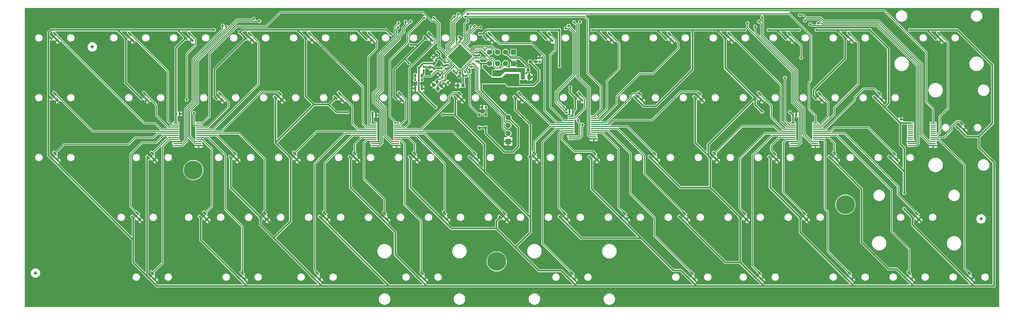
<source format=gbr>
%TF.GenerationSoftware,KiCad,Pcbnew,9.0.3*%
%TF.CreationDate,2025-10-13T22:17:33+02:00*%
%TF.ProjectId,macrolev,6d616372-6f6c-4657-962e-6b696361645f,1.0*%
%TF.SameCoordinates,Original*%
%TF.FileFunction,Copper,L2,Bot*%
%TF.FilePolarity,Positive*%
%FSLAX46Y46*%
G04 Gerber Fmt 4.6, Leading zero omitted, Abs format (unit mm)*
G04 Created by KiCad (PCBNEW 9.0.3) date 2025-10-13 22:17:33*
%MOMM*%
%LPD*%
G01*
G04 APERTURE LIST*
G04 Aperture macros list*
%AMRoundRect*
0 Rectangle with rounded corners*
0 $1 Rounding radius*
0 $2 $3 $4 $5 $6 $7 $8 $9 X,Y pos of 4 corners*
0 Add a 4 corners polygon primitive as box body*
4,1,4,$2,$3,$4,$5,$6,$7,$8,$9,$2,$3,0*
0 Add four circle primitives for the rounded corners*
1,1,$1+$1,$2,$3*
1,1,$1+$1,$4,$5*
1,1,$1+$1,$6,$7*
1,1,$1+$1,$8,$9*
0 Add four rect primitives between the rounded corners*
20,1,$1+$1,$2,$3,$4,$5,0*
20,1,$1+$1,$4,$5,$6,$7,0*
20,1,$1+$1,$6,$7,$8,$9,0*
20,1,$1+$1,$8,$9,$2,$3,0*%
%AMRotRect*
0 Rectangle, with rotation*
0 The origin of the aperture is its center*
0 $1 length*
0 $2 width*
0 $3 Rotation angle, in degrees counterclockwise*
0 Add horizontal line*
21,1,$1,$2,0,0,$3*%
G04 Aperture macros list end*
%TA.AperFunction,SMDPad,CuDef*%
%ADD10RoundRect,0.250000X0.406586X-0.053033X-0.053033X0.406586X-0.406586X0.053033X0.053033X-0.406586X0*%
%TD*%
%TA.AperFunction,SMDPad,CuDef*%
%ADD11RoundRect,0.155000X0.259862X-0.040659X-0.040659X0.259862X-0.259862X0.040659X0.040659X-0.259862X0*%
%TD*%
%TA.AperFunction,SMDPad,CuDef*%
%ADD12RoundRect,0.155000X-0.259862X0.040659X0.040659X-0.259862X0.259862X-0.040659X-0.040659X0.259862X0*%
%TD*%
%TA.AperFunction,ComponentPad*%
%ADD13R,1.700000X1.700000*%
%TD*%
%TA.AperFunction,ComponentPad*%
%ADD14C,1.700000*%
%TD*%
%TA.AperFunction,SMDPad,CuDef*%
%ADD15RoundRect,0.150000X-0.521491X0.309359X0.309359X-0.521491X0.521491X-0.309359X-0.309359X0.521491X0*%
%TD*%
%TA.AperFunction,SMDPad,CuDef*%
%ADD16RoundRect,0.155000X0.155000X-0.212500X0.155000X0.212500X-0.155000X0.212500X-0.155000X-0.212500X0*%
%TD*%
%TA.AperFunction,ComponentPad*%
%ADD17C,3.400000*%
%TD*%
%TA.AperFunction,ConnectorPad*%
%ADD18C,6.000000*%
%TD*%
%TA.AperFunction,SMDPad,CuDef*%
%ADD19RoundRect,0.237500X0.300000X0.237500X-0.300000X0.237500X-0.300000X-0.237500X0.300000X-0.237500X0*%
%TD*%
%TA.AperFunction,SMDPad,CuDef*%
%ADD20RoundRect,0.155000X-0.212500X-0.155000X0.212500X-0.155000X0.212500X0.155000X-0.212500X0.155000X0*%
%TD*%
%TA.AperFunction,SMDPad,CuDef*%
%ADD21RoundRect,0.250000X-0.475000X0.337500X-0.475000X-0.337500X0.475000X-0.337500X0.475000X0.337500X0*%
%TD*%
%TA.AperFunction,SMDPad,CuDef*%
%ADD22RoundRect,0.160000X-0.197500X-0.160000X0.197500X-0.160000X0.197500X0.160000X-0.197500X0.160000X0*%
%TD*%
%TA.AperFunction,SMDPad,CuDef*%
%ADD23C,1.000000*%
%TD*%
%TA.AperFunction,ComponentPad*%
%ADD24O,1.700000X1.700000*%
%TD*%
%TA.AperFunction,SMDPad,CuDef*%
%ADD25RoundRect,0.155000X-0.040659X-0.259862X0.259862X0.040659X0.040659X0.259862X-0.259862X-0.040659X0*%
%TD*%
%TA.AperFunction,SMDPad,CuDef*%
%ADD26RoundRect,0.160000X-0.026517X-0.252791X0.252791X0.026517X0.026517X0.252791X-0.252791X-0.026517X0*%
%TD*%
%TA.AperFunction,SMDPad,CuDef*%
%ADD27R,2.000000X1.500000*%
%TD*%
%TA.AperFunction,SMDPad,CuDef*%
%ADD28R,2.000000X3.800000*%
%TD*%
%TA.AperFunction,SMDPad,CuDef*%
%ADD29RoundRect,0.155000X0.040659X0.259862X-0.259862X-0.040659X-0.040659X-0.259862X0.259862X0.040659X0*%
%TD*%
%TA.AperFunction,SMDPad,CuDef*%
%ADD30RoundRect,0.160000X0.026517X0.252791X-0.252791X-0.026517X-0.026517X-0.252791X0.252791X0.026517X0*%
%TD*%
%TA.AperFunction,SMDPad,CuDef*%
%ADD31RoundRect,0.237500X0.287500X0.237500X-0.287500X0.237500X-0.287500X-0.237500X0.287500X-0.237500X0*%
%TD*%
%TA.AperFunction,SMDPad,CuDef*%
%ADD32R,1.750000X0.450000*%
%TD*%
%TA.AperFunction,SMDPad,CuDef*%
%ADD33R,0.650000X1.050000*%
%TD*%
%TA.AperFunction,SMDPad,CuDef*%
%ADD34RoundRect,0.250000X-0.337500X-0.475000X0.337500X-0.475000X0.337500X0.475000X-0.337500X0.475000X0*%
%TD*%
%TA.AperFunction,SMDPad,CuDef*%
%ADD35RoundRect,0.155000X0.212500X0.155000X-0.212500X0.155000X-0.212500X-0.155000X0.212500X-0.155000X0*%
%TD*%
%TA.AperFunction,SMDPad,CuDef*%
%ADD36RoundRect,0.237500X0.035355X0.371231X-0.371231X-0.035355X-0.035355X-0.371231X0.371231X0.035355X0*%
%TD*%
%TA.AperFunction,SMDPad,CuDef*%
%ADD37RoundRect,0.160000X0.160000X-0.197500X0.160000X0.197500X-0.160000X0.197500X-0.160000X-0.197500X0*%
%TD*%
%TA.AperFunction,SMDPad,CuDef*%
%ADD38RoundRect,0.062500X-0.220971X-0.309359X0.309359X0.220971X0.220971X0.309359X-0.309359X-0.220971X0*%
%TD*%
%TA.AperFunction,SMDPad,CuDef*%
%ADD39RoundRect,0.062500X0.220971X-0.309359X0.309359X-0.220971X-0.220971X0.309359X-0.309359X0.220971X0*%
%TD*%
%TA.AperFunction,SMDPad,CuDef*%
%ADD40RotRect,5.600000X5.600000X45.000000*%
%TD*%
%TA.AperFunction,SMDPad,CuDef*%
%ADD41RoundRect,0.160000X-0.160000X0.197500X-0.160000X-0.197500X0.160000X-0.197500X0.160000X0.197500X0*%
%TD*%
%TA.AperFunction,ViaPad*%
%ADD42C,0.800000*%
%TD*%
%TA.AperFunction,Conductor*%
%ADD43C,0.300000*%
%TD*%
%TA.AperFunction,Conductor*%
%ADD44C,0.500000*%
%TD*%
G04 APERTURE END LIST*
D10*
%TO.P,Y1,1,1*%
%TO.N,/HSE_IN*%
X161712348Y-56213693D03*
%TO.P,Y1,2,2*%
%TO.N,GND*%
X160474911Y-54976256D03*
%TO.P,Y1,3,3*%
%TO.N,/HSE_OUT*%
X161464860Y-53986307D03*
%TO.P,Y1,4,4*%
%TO.N,GND*%
X162702297Y-55223744D03*
%TD*%
D11*
%TO.P,C13,2*%
%TO.N,GND*%
X162389402Y-51799579D03*
%TO.P,C13,1*%
%TO.N,/HSE_OUT*%
X163191968Y-52602145D03*
%TD*%
D12*
%TO.P,C12,2*%
%TO.N,GND*%
X164818314Y-54228491D03*
%TO.P,C12,1*%
%TO.N,/HSE_IN*%
X164015748Y-53425925D03*
%TD*%
D13*
%TO.P,REF\u002A\u002A,1*%
%TO.N,N/C*%
X185722386Y-48144393D03*
D14*
%TO.P,REF\u002A\u002A,2*%
X183182386Y-48144393D03*
%TO.P,REF\u002A\u002A,3*%
X180642386Y-48144393D03*
%TO.P,REF\u002A\u002A,4*%
X178102386Y-48144393D03*
%TD*%
D13*
%TO.P,REF\u002A\u002A,1*%
%TO.N,N/C*%
X185725026Y-44550517D03*
D14*
%TO.P,REF\u002A\u002A,2*%
X183185026Y-44550517D03*
%TO.P,REF\u002A\u002A,3*%
X180645026Y-44550517D03*
%TO.P,REF\u002A\u002A,4*%
X178105026Y-44550517D03*
%TD*%
D15*
%TO.P,U36,1,VCC*%
%TO.N,+3.3VA*%
X152965336Y-78108839D03*
%TO.P,U36,2,VOUT*%
%TO.N,/AMUX1:1*%
X154308839Y-76765336D03*
%TO.P,U36,3,GND*%
%TO.N,GND*%
X154962913Y-78762913D03*
%TD*%
D16*
%TO.P,C16,1*%
%TO.N,+3.3VA*%
X308800000Y-67117500D03*
%TO.P,C16,2*%
%TO.N,GND*%
X308800000Y-65982500D03*
%TD*%
D15*
%TO.P,U62,1,VCC*%
%TO.N,+3.3VA*%
X202971586Y-116208839D03*
%TO.P,U62,2,VOUT*%
%TO.N,/AMUX2:13*%
X204315089Y-114865336D03*
%TO.P,U62,3,GND*%
%TO.N,GND*%
X204969163Y-116862913D03*
%TD*%
D17*
%TO.P,REF\u002A\u002A,1*%
%TO.N,N/C*%
X291200000Y-93100000D03*
D18*
X291200000Y-93100000D03*
%TD*%
D15*
%TO.P,U42,1,VCC*%
%TO.N,+3.3VA*%
X267265336Y-78108839D03*
%TO.P,U42,2,VOUT*%
%TO.N,/AMUX3:14*%
X268608839Y-76765336D03*
%TO.P,U42,3,GND*%
%TO.N,GND*%
X269262913Y-78762913D03*
%TD*%
%TO.P,U48,1,VCC*%
%TO.N,+3.3VA*%
X124390336Y-97158839D03*
%TO.P,U48,2,VOUT*%
%TO.N,/AMUX1:13*%
X125733839Y-95815336D03*
%TO.P,U48,3,GND*%
%TO.N,GND*%
X126387913Y-97812913D03*
%TD*%
%TO.P,U45,1,VCC*%
%TO.N,+3.3VA*%
X64859086Y-97158839D03*
%TO.P,U45,2,VOUT*%
%TO.N,/AMUX0:13*%
X66202589Y-95815336D03*
%TO.P,U45,3,GND*%
%TO.N,GND*%
X66856663Y-97812913D03*
%TD*%
D19*
%TO.P,C1,1*%
%TO.N,+3.3V*%
X169750000Y-55175000D03*
%TO.P,C1,2*%
%TO.N,GND*%
X168025000Y-55175000D03*
%TD*%
D15*
%TO.P,U50,1,VCC*%
%TO.N,+3.3VA*%
X162490336Y-97158839D03*
%TO.P,U50,2,VOUT*%
%TO.N,/AMUX1:2*%
X163833839Y-95815336D03*
%TO.P,U50,3,GND*%
%TO.N,GND*%
X164487913Y-97812913D03*
%TD*%
%TO.P,U2,1,VCC*%
%TO.N,+3.3VA*%
X62477836Y-40008839D03*
%TO.P,U2,2,VOUT*%
%TO.N,/AMUX0:8*%
X63821339Y-38665336D03*
%TO.P,U2,3,GND*%
%TO.N,GND*%
X64475413Y-40662913D03*
%TD*%
%TO.P,U58,1,VCC*%
%TO.N,+3.3VA*%
X69621586Y-116208839D03*
%TO.P,U58,2,VOUT*%
%TO.N,/AMUX0:15*%
X70965089Y-114865336D03*
%TO.P,U58,3,GND*%
%TO.N,GND*%
X71619163Y-116862913D03*
%TD*%
%TO.P,U29,1,VCC*%
%TO.N,+3.3VA*%
X300602836Y-59058839D03*
%TO.P,U29,2,VOUT*%
%TO.N,/AMUX3:5*%
X301946339Y-57715336D03*
%TO.P,U29,3,GND*%
%TO.N,GND*%
X302600413Y-59712913D03*
%TD*%
%TO.P,U23,1,VCC*%
%TO.N,+3.3VA*%
X186302836Y-59058839D03*
%TO.P,U23,2,VOUT*%
%TO.N,/AMUX2:11*%
X187646339Y-57715336D03*
%TO.P,U23,3,GND*%
%TO.N,GND*%
X188300413Y-59712913D03*
%TD*%
%TO.P,U59,1,VCC*%
%TO.N,+3.3VA*%
X98196586Y-116208839D03*
%TO.P,U59,2,VOUT*%
%TO.N,/AMUX0:1*%
X99540089Y-114865336D03*
%TO.P,U59,3,GND*%
%TO.N,GND*%
X100194163Y-116862913D03*
%TD*%
%TO.P,U22,1,VCC*%
%TO.N,+3.3VA*%
X167252836Y-59058839D03*
%TO.P,U22,2,VOUT*%
%TO.N,/AMUX1:5*%
X168596339Y-57715336D03*
%TO.P,U22,3,GND*%
%TO.N,GND*%
X169250413Y-59712913D03*
%TD*%
D20*
%TO.P,C17,1*%
%TO.N,+3.3VA*%
X78532500Y-64150000D03*
%TO.P,C17,2*%
%TO.N,GND*%
X79667500Y-64150000D03*
%TD*%
D15*
%TO.P,U18,1,VCC*%
%TO.N,+3.3VA*%
X91052836Y-59058839D03*
%TO.P,U18,2,VOUT*%
%TO.N,/AMUX0:6*%
X92396339Y-57715336D03*
%TO.P,U18,3,GND*%
%TO.N,GND*%
X93050413Y-59712913D03*
%TD*%
%TO.P,U21,1,VCC*%
%TO.N,+3.3VA*%
X148202836Y-59058839D03*
%TO.P,U21,2,VOUT*%
%TO.N,/AMUX1:7*%
X149546339Y-57715336D03*
%TO.P,U21,3,GND*%
%TO.N,GND*%
X150200413Y-59712913D03*
%TD*%
D21*
%TO.P,C11,1*%
%TO.N,+3.3V*%
X177925000Y-53690832D03*
%TO.P,C11,2*%
%TO.N,GND*%
X177925000Y-55765832D03*
%TD*%
D15*
%TO.P,U28,1,VCC*%
%TO.N,+3.3VA*%
X281552836Y-59058839D03*
%TO.P,U28,2,VOUT*%
%TO.N,/AMUX3:7*%
X282896339Y-57715336D03*
%TO.P,U28,3,GND*%
%TO.N,GND*%
X283550413Y-59712913D03*
%TD*%
%TO.P,U43,1,VCC*%
%TO.N,+3.3VA*%
X286315336Y-78108839D03*
%TO.P,U43,2,VOUT*%
%TO.N,/AMUX3:1*%
X287658839Y-76765336D03*
%TO.P,U43,3,GND*%
%TO.N,GND*%
X288312913Y-78762913D03*
%TD*%
%TO.P,U60,1,VCC*%
%TO.N,+3.3VA*%
X122009086Y-116208839D03*
%TO.P,U60,2,VOUT*%
%TO.N,/AMUX1:12*%
X123352589Y-114865336D03*
%TO.P,U60,3,GND*%
%TO.N,GND*%
X124006663Y-116862913D03*
%TD*%
D12*
%TO.P,C2,1*%
%TO.N,+3.3V*%
X167656255Y-51301586D03*
%TO.P,C2,2*%
%TO.N,GND*%
X168458821Y-52104152D03*
%TD*%
D15*
%TO.P,U51,1,VCC*%
%TO.N,+3.3VA*%
X181540336Y-97158839D03*
%TO.P,U51,2,VOUT*%
%TO.N,/AMUX1:3*%
X182883839Y-95815336D03*
%TO.P,U51,3,GND*%
%TO.N,GND*%
X183537913Y-97812913D03*
%TD*%
%TO.P,U55,1,VCC*%
%TO.N,+3.3VA*%
X257740336Y-97158839D03*
%TO.P,U55,2,VOUT*%
%TO.N,/AMUX3:12*%
X259083839Y-95815336D03*
%TO.P,U55,3,GND*%
%TO.N,GND*%
X259737913Y-97812913D03*
%TD*%
%TO.P,U30,1,VCC*%
%TO.N,+3.3VA*%
X326796586Y-68583839D03*
%TO.P,U30,2,VOUT*%
%TO.N,/AMUX4:1*%
X328140089Y-67240336D03*
%TO.P,U30,3,GND*%
%TO.N,GND*%
X328794163Y-69237913D03*
%TD*%
%TO.P,U8,1,VCC*%
%TO.N,+3.3VA*%
X176777836Y-40008839D03*
%TO.P,U8,2,VOUT*%
%TO.N,/AMUX2:10*%
X178121339Y-38665336D03*
%TO.P,U8,3,GND*%
%TO.N,GND*%
X178775413Y-40662913D03*
%TD*%
D22*
%TO.P,R4,1*%
%TO.N,GND*%
X175802500Y-62075000D03*
%TO.P,R4,2*%
%TO.N,/BOOT0*%
X176997500Y-62075000D03*
%TD*%
D15*
%TO.P,U1,1,VCC*%
%TO.N,+3.3VA*%
X38665336Y-40008839D03*
%TO.P,U1,2,VOUT*%
%TO.N,/AMUX0:10*%
X40008839Y-38665336D03*
%TO.P,U1,3,GND*%
%TO.N,GND*%
X40662913Y-40662913D03*
%TD*%
%TO.P,U61,1,VCC*%
%TO.N,+3.3VA*%
X155346586Y-116208839D03*
%TO.P,U61,2,VOUT*%
%TO.N,/AMUX1:0*%
X156690089Y-114865336D03*
%TO.P,U61,3,GND*%
%TO.N,GND*%
X157344163Y-116862913D03*
%TD*%
D20*
%TO.P,C15,1*%
%TO.N,+3.3VA*%
X274432500Y-64550000D03*
%TO.P,C15,2*%
%TO.N,GND*%
X275567500Y-64550000D03*
%TD*%
D23*
%TO.P,FID2,*%
%TO.N,*%
X51906250Y-42857500D03*
%TD*%
D15*
%TO.P,U27,1,VCC*%
%TO.N,+3.3VA*%
X262502836Y-59058839D03*
%TO.P,U27,2,VOUT*%
%TO.N,/AMUX3:10*%
X263846339Y-57715336D03*
%TO.P,U27,3,GND*%
%TO.N,GND*%
X264500413Y-59712913D03*
%TD*%
%TO.P,U19,1,VCC*%
%TO.N,+3.3VA*%
X110102836Y-59058839D03*
%TO.P,U19,2,VOUT*%
%TO.N,/AMUX0:4*%
X111446339Y-57715336D03*
%TO.P,U19,3,GND*%
%TO.N,GND*%
X112100413Y-59712913D03*
%TD*%
%TO.P,U5,1,VCC*%
%TO.N,+3.3VA*%
X119627836Y-40008839D03*
%TO.P,U5,2,VOUT*%
%TO.N,/AMUX1:9*%
X120971339Y-38665336D03*
%TO.P,U5,3,GND*%
%TO.N,GND*%
X121625413Y-40662913D03*
%TD*%
%TO.P,U47,1,VCC*%
%TO.N,+3.3VA*%
X105340336Y-97158839D03*
%TO.P,U47,2,VOUT*%
%TO.N,/AMUX0:3*%
X106683839Y-95815336D03*
%TO.P,U47,3,GND*%
%TO.N,GND*%
X107337913Y-97812913D03*
%TD*%
%TO.P,U34,1,VCC*%
%TO.N,+3.3VA*%
X114865336Y-78108839D03*
%TO.P,U34,2,VOUT*%
%TO.N,/AMUX1:11*%
X116208839Y-76765336D03*
%TO.P,U34,3,GND*%
%TO.N,GND*%
X116862913Y-78762913D03*
%TD*%
D13*
%TO.P,J2,1,Pin_1*%
%TO.N,GND*%
X184075000Y-72945000D03*
D24*
%TO.P,J2,2,Pin_2*%
%TO.N,/I2C_SDA*%
X184075000Y-70405000D03*
%TO.P,J2,3,Pin_3*%
%TO.N,/I2C_SCL*%
X184075000Y-67865000D03*
%TO.P,J2,4,Pin_4*%
%TO.N,+3.3V*%
X184075000Y-65325000D03*
%TD*%
D15*
%TO.P,U66,1,VCC*%
%TO.N,+3.3VA*%
X310127836Y-116208839D03*
%TO.P,U66,2,VOUT*%
%TO.N,/AMUX3:2*%
X311471339Y-114865336D03*
%TO.P,U66,3,GND*%
%TO.N,GND*%
X312125413Y-116862913D03*
%TD*%
%TO.P,U26,1,VCC*%
%TO.N,+3.3VA*%
X243452836Y-59058839D03*
%TO.P,U26,2,VOUT*%
%TO.N,/AMUX2:4*%
X244796339Y-57715336D03*
%TO.P,U26,3,GND*%
%TO.N,GND*%
X245450413Y-59712913D03*
%TD*%
D25*
%TO.P,C3,1*%
%TO.N,+3.3V*%
X169562749Y-51709411D03*
%TO.P,C3,2*%
%TO.N,GND*%
X170365315Y-50906845D03*
%TD*%
D23*
%TO.P,FID1,*%
%TO.N,*%
X33850000Y-114900000D03*
%TD*%
D26*
%TO.P,R2,1*%
%TO.N,+3.3V*%
X171627501Y-50068923D03*
%TO.P,R2,2*%
%TO.N,/I2C_SDA*%
X172472493Y-49223931D03*
%TD*%
D15*
%TO.P,U6,1,VCC*%
%TO.N,+3.3VA*%
X138677836Y-40008839D03*
%TO.P,U6,2,VOUT*%
%TO.N,/AMUX1:8*%
X140021339Y-38665336D03*
%TO.P,U6,3,GND*%
%TO.N,GND*%
X140675413Y-40662913D03*
%TD*%
%TO.P,U64,1,VCC*%
%TO.N,+3.3VA*%
X262502836Y-116208839D03*
%TO.P,U64,2,VOUT*%
%TO.N,/AMUX3:13*%
X263846339Y-114865336D03*
%TO.P,U64,3,GND*%
%TO.N,GND*%
X264500413Y-116862913D03*
%TD*%
D27*
%TO.P,U68,1,GND*%
%TO.N,GND*%
X180225000Y-55850000D03*
%TO.P,U68,2,VO*%
%TO.N,+3.3V*%
X180225000Y-53550000D03*
D28*
X186525000Y-53550000D03*
D27*
%TO.P,U68,3,VI*%
%TO.N,+5V*%
X180225000Y-51250000D03*
%TD*%
D12*
%TO.P,C6,1*%
%TO.N,+3.3VA*%
X163873234Y-47872118D03*
%TO.P,C6,2*%
%TO.N,GND*%
X164675800Y-48674684D03*
%TD*%
D29*
%TO.P,C8,1*%
%TO.N,+3.3V*%
X160550000Y-49875000D03*
%TO.P,C8,2*%
%TO.N,GND*%
X159747434Y-50677566D03*
%TD*%
D30*
%TO.P,R1,1*%
%TO.N,+3.3V*%
X173886707Y-47385454D03*
%TO.P,R1,2*%
%TO.N,/I2C_SCL*%
X173041715Y-48230446D03*
%TD*%
D15*
%TO.P,U56,1,VCC*%
%TO.N,+3.3VA*%
X276790336Y-97158839D03*
%TO.P,U56,2,VOUT*%
%TO.N,/AMUX3:15*%
X278133839Y-95815336D03*
%TO.P,U56,3,GND*%
%TO.N,GND*%
X278787913Y-97812913D03*
%TD*%
%TO.P,U63,1,VCC*%
%TO.N,+3.3VA*%
X241071586Y-116208839D03*
%TO.P,U63,2,VOUT*%
%TO.N,/AMUX2:1*%
X242415089Y-114865336D03*
%TO.P,U63,3,GND*%
%TO.N,GND*%
X243069163Y-116862913D03*
%TD*%
D31*
%TO.P,FB2,1*%
%TO.N,/VBUS*%
X190375000Y-50250000D03*
%TO.P,FB2,2*%
%TO.N,+5V*%
X188625000Y-50250000D03*
%TD*%
D15*
%TO.P,U20,1,VCC*%
%TO.N,+3.3VA*%
X129152836Y-59058839D03*
%TO.P,U20,2,VOUT*%
%TO.N,/AMUX1:10*%
X130496339Y-57715336D03*
%TO.P,U20,3,GND*%
%TO.N,GND*%
X131150413Y-59712913D03*
%TD*%
%TO.P,U7,1,VCC*%
%TO.N,+3.3VA*%
X157727836Y-40008839D03*
%TO.P,U7,2,VOUT*%
%TO.N,/AMUX1:6*%
X159071339Y-38665336D03*
%TO.P,U7,3,GND*%
%TO.N,GND*%
X159725413Y-40662913D03*
%TD*%
D32*
%TO.P,AMUX4,1,COM*%
%TO.N,/ADC4*%
X319082500Y-67140000D03*
%TO.P,AMUX4,2,I7*%
%TO.N,unconnected-(AMUX4-I7-Pad2)*%
X319082500Y-67790000D03*
%TO.P,AMUX4,3,I6*%
%TO.N,unconnected-(AMUX4-I6-Pad3)*%
X319082500Y-68440000D03*
%TO.P,AMUX4,4,I5*%
%TO.N,unconnected-(AMUX4-I5-Pad4)*%
X319082500Y-69090000D03*
%TO.P,AMUX4,5,I4*%
%TO.N,unconnected-(AMUX4-I4-Pad5)*%
X319082500Y-69740000D03*
%TO.P,AMUX4,6,I3*%
%TO.N,unconnected-(AMUX4-I3-Pad6)*%
X319082500Y-70390000D03*
%TO.P,AMUX4,7,I2*%
%TO.N,/AMUX4:2*%
X319082500Y-71040000D03*
%TO.P,AMUX4,8,I1*%
%TO.N,/AMUX4:1*%
X319082500Y-71690000D03*
%TO.P,AMUX4,9,I0*%
%TO.N,/AMUX4:0*%
X319082500Y-72340000D03*
%TO.P,AMUX4,10,S0*%
%TO.N,/SELECT0*%
X319082500Y-72990000D03*
%TO.P,AMUX4,11,S1*%
%TO.N,/SELECT1*%
X319082500Y-73640000D03*
%TO.P,AMUX4,12,GND*%
%TO.N,GND*%
X319082500Y-74290000D03*
%TO.P,AMUX4,13,S3*%
%TO.N,/SELECT3*%
X311882500Y-74290000D03*
%TO.P,AMUX4,14,S2*%
%TO.N,/SELECT2*%
X311882500Y-73640000D03*
%TO.P,AMUX4,15,~{E}*%
%TO.N,GND*%
X311882500Y-72990000D03*
%TO.P,AMUX4,16,I15*%
%TO.N,unconnected-(AMUX4-I15-Pad16)*%
X311882500Y-72340000D03*
%TO.P,AMUX4,17,I14*%
%TO.N,unconnected-(AMUX4-I14-Pad17)*%
X311882500Y-71690000D03*
%TO.P,AMUX4,18,I13*%
%TO.N,unconnected-(AMUX4-I13-Pad18)*%
X311882500Y-71040000D03*
%TO.P,AMUX4,19,I12*%
%TO.N,unconnected-(AMUX4-I12-Pad19)*%
X311882500Y-70390000D03*
%TO.P,AMUX4,20,I11*%
%TO.N,unconnected-(AMUX4-I11-Pad20)*%
X311882500Y-69740000D03*
%TO.P,AMUX4,21,I10*%
%TO.N,unconnected-(AMUX4-I10-Pad21)*%
X311882500Y-69090000D03*
%TO.P,AMUX4,22,I9*%
%TO.N,unconnected-(AMUX4-I9-Pad22)*%
X311882500Y-68440000D03*
%TO.P,AMUX4,23,I8*%
%TO.N,unconnected-(AMUX4-I8-Pad23)*%
X311882500Y-67790000D03*
%TO.P,AMUX4,24,VCC*%
%TO.N,+3.3VA*%
X311882500Y-67140000D03*
%TD*%
D15*
%TO.P,U52,1,VCC*%
%TO.N,+3.3VA*%
X200590336Y-97158839D03*
%TO.P,U52,2,VOUT*%
%TO.N,/AMUX2:14*%
X201933839Y-95815336D03*
%TO.P,U52,3,GND*%
%TO.N,GND*%
X202587913Y-97812913D03*
%TD*%
%TO.P,U14,1,VCC*%
%TO.N,+3.3VA*%
X291077836Y-40008839D03*
%TO.P,U14,2,VOUT*%
%TO.N,/AMUX3:6*%
X292421339Y-38665336D03*
%TO.P,U14,3,GND*%
%TO.N,GND*%
X293075413Y-40662913D03*
%TD*%
%TO.P,U33,1,VCC*%
%TO.N,+3.3VA*%
X95815336Y-78108839D03*
%TO.P,U33,2,VOUT*%
%TO.N,/AMUX0:2*%
X97158839Y-76765336D03*
%TO.P,U33,3,GND*%
%TO.N,GND*%
X97812913Y-78762913D03*
%TD*%
%TO.P,U44,1,VCC*%
%TO.N,+3.3VA*%
X305365336Y-78108839D03*
%TO.P,U44,2,VOUT*%
%TO.N,/AMUX3:4*%
X306708839Y-76765336D03*
%TO.P,U44,3,GND*%
%TO.N,GND*%
X307362913Y-78762913D03*
%TD*%
D32*
%TO.P,AMUX3,1,COM*%
%TO.N,/ADC3*%
X281725000Y-67140000D03*
%TO.P,AMUX3,2,I7*%
%TO.N,/AMUX3:7*%
X281725000Y-67790000D03*
%TO.P,AMUX3,3,I6*%
%TO.N,/AMUX3:6*%
X281725000Y-68440000D03*
%TO.P,AMUX3,4,I5*%
%TO.N,/AMUX3:5*%
X281725000Y-69090000D03*
%TO.P,AMUX3,5,I4*%
%TO.N,/AMUX3:4*%
X281725000Y-69740000D03*
%TO.P,AMUX3,6,I3*%
%TO.N,/AMUX3:3*%
X281725000Y-70390000D03*
%TO.P,AMUX3,7,I2*%
%TO.N,/AMUX3:2*%
X281725000Y-71040000D03*
%TO.P,AMUX3,8,I1*%
%TO.N,/AMUX3:1*%
X281725000Y-71690000D03*
%TO.P,AMUX3,9,I0*%
%TO.N,/AMUX3:0*%
X281725000Y-72340000D03*
%TO.P,AMUX3,10,S0*%
%TO.N,/SELECT0*%
X281725000Y-72990000D03*
%TO.P,AMUX3,11,S1*%
%TO.N,/SELECT1*%
X281725000Y-73640000D03*
%TO.P,AMUX3,12,GND*%
%TO.N,GND*%
X281725000Y-74290000D03*
%TO.P,AMUX3,13,S3*%
%TO.N,/SELECT3*%
X274525000Y-74290000D03*
%TO.P,AMUX3,14,S2*%
%TO.N,/SELECT2*%
X274525000Y-73640000D03*
%TO.P,AMUX3,15,~{E}*%
%TO.N,GND*%
X274525000Y-72990000D03*
%TO.P,AMUX3,16,I15*%
%TO.N,/AMUX3:15*%
X274525000Y-72340000D03*
%TO.P,AMUX3,17,I14*%
%TO.N,/AMUX3:14*%
X274525000Y-71690000D03*
%TO.P,AMUX3,18,I13*%
%TO.N,/AMUX3:13*%
X274525000Y-71040000D03*
%TO.P,AMUX3,19,I12*%
%TO.N,/AMUX3:12*%
X274525000Y-70390000D03*
%TO.P,AMUX3,20,I11*%
%TO.N,/AMUX3:11*%
X274525000Y-69740000D03*
%TO.P,AMUX3,21,I10*%
%TO.N,/AMUX3:10*%
X274525000Y-69090000D03*
%TO.P,AMUX3,22,I9*%
%TO.N,/AMUX3:9*%
X274525000Y-68440000D03*
%TO.P,AMUX3,23,I8*%
%TO.N,/AMUX3:8*%
X274525000Y-67790000D03*
%TO.P,AMUX3,24,VCC*%
%TO.N,+3.3VA*%
X274525000Y-67140000D03*
%TD*%
D15*
%TO.P,U16,1,VCC*%
%TO.N,+3.3VA*%
X38665336Y-59058839D03*
%TO.P,U16,2,VOUT*%
%TO.N,/AMUX0:11*%
X40008839Y-57715336D03*
%TO.P,U16,3,GND*%
%TO.N,GND*%
X40662913Y-59712913D03*
%TD*%
D33*
%TO.P,SW2,1,1*%
%TO.N,/BOOT0*%
X174800000Y-64475000D03*
%TO.P,SW2,2,2*%
%TO.N,+3.3V*%
X174800000Y-68625000D03*
%TO.P,SW2,3,3*%
%TO.N,/BOOT0*%
X176950000Y-64475000D03*
%TO.P,SW2,4,4*%
%TO.N,+3.3V*%
X176950000Y-68625000D03*
%TD*%
D15*
%TO.P,U12,1,VCC*%
%TO.N,+3.3VA*%
X252977836Y-40008839D03*
%TO.P,U12,2,VOUT*%
%TO.N,/AMUX3:9*%
X254321339Y-38665336D03*
%TO.P,U12,3,GND*%
%TO.N,GND*%
X254975413Y-40662913D03*
%TD*%
D34*
%TO.P,C10,1*%
%TO.N,+5V*%
X188687500Y-52450000D03*
%TO.P,C10,2*%
%TO.N,GND*%
X190762500Y-52450000D03*
%TD*%
D15*
%TO.P,U38,1,VCC*%
%TO.N,+3.3VA*%
X191065336Y-78108839D03*
%TO.P,U38,2,VOUT*%
%TO.N,/AMUX2:12*%
X192408839Y-76765336D03*
%TO.P,U38,3,GND*%
%TO.N,GND*%
X193062913Y-78762913D03*
%TD*%
D35*
%TO.P,C14,1*%
%TO.N,+3.3VA*%
X204667500Y-63500000D03*
%TO.P,C14,2*%
%TO.N,GND*%
X203532500Y-63500000D03*
%TD*%
D15*
%TO.P,U54,1,VCC*%
%TO.N,+3.3VA*%
X238690336Y-97158839D03*
%TO.P,U54,2,VOUT*%
%TO.N,/AMUX2:2*%
X240033839Y-95815336D03*
%TO.P,U54,3,GND*%
%TO.N,GND*%
X240687913Y-97812913D03*
%TD*%
%TO.P,U49,1,VCC*%
%TO.N,+3.3VA*%
X143440336Y-97158839D03*
%TO.P,U49,2,VOUT*%
%TO.N,/AMUX1:15*%
X144783839Y-95815336D03*
%TO.P,U49,3,GND*%
%TO.N,GND*%
X145437913Y-97812913D03*
%TD*%
%TO.P,U9,1,VCC*%
%TO.N,+3.3VA*%
X195827836Y-40008839D03*
%TO.P,U9,2,VOUT*%
%TO.N,/AMUX2:9*%
X197171339Y-38665336D03*
%TO.P,U9,3,GND*%
%TO.N,GND*%
X197825413Y-40662913D03*
%TD*%
D31*
%TO.P,D1,1,K*%
%TO.N,Net-(D1-K)*%
X192775000Y-47600000D03*
%TO.P,D1,2,A*%
%TO.N,+3.3V*%
X191025000Y-47600000D03*
%TD*%
D15*
%TO.P,U37,1,VCC*%
%TO.N,+3.3VA*%
X172015336Y-78108839D03*
%TO.P,U37,2,VOUT*%
%TO.N,/AMUX1:4*%
X173358839Y-76765336D03*
%TO.P,U37,3,GND*%
%TO.N,GND*%
X174012913Y-78762913D03*
%TD*%
D29*
%TO.P,C5,1*%
%TO.N,+3.3V*%
X168526283Y-39723717D03*
%TO.P,C5,2*%
%TO.N,GND*%
X167723717Y-40526283D03*
%TD*%
D36*
%TO.P,FB1,1*%
%TO.N,+3.3VA*%
X160493718Y-48131282D03*
%TO.P,FB1,2*%
%TO.N,+3.3V*%
X159256282Y-49368718D03*
%TD*%
D15*
%TO.P,U3,1,VCC*%
%TO.N,+3.3VA*%
X81527836Y-40008839D03*
%TO.P,U3,2,VOUT*%
%TO.N,/AMUX0:7*%
X82871339Y-38665336D03*
%TO.P,U3,3,GND*%
%TO.N,GND*%
X83525413Y-40662913D03*
%TD*%
%TO.P,U25,1,VCC*%
%TO.N,+3.3VA*%
X224402836Y-59058839D03*
%TO.P,U25,2,VOUT*%
%TO.N,/AMUX2:5*%
X225746339Y-57715336D03*
%TO.P,U25,3,GND*%
%TO.N,GND*%
X226400413Y-59712913D03*
%TD*%
D11*
%TO.P,C9,1*%
%TO.N,/NRST*%
X164307178Y-49752493D03*
%TO.P,C9,2*%
%TO.N,GND*%
X163504612Y-48949927D03*
%TD*%
D15*
%TO.P,U39,1,VCC*%
%TO.N,+3.3VA*%
X210115336Y-78108839D03*
%TO.P,U39,2,VOUT*%
%TO.N,/AMUX2:15*%
X211458839Y-76765336D03*
%TO.P,U39,3,GND*%
%TO.N,GND*%
X212112913Y-78762913D03*
%TD*%
%TO.P,U46,1,VCC*%
%TO.N,+3.3VA*%
X86290336Y-97158839D03*
%TO.P,U46,2,VOUT*%
%TO.N,/AMUX0:0*%
X87633839Y-95815336D03*
%TO.P,U46,3,GND*%
%TO.N,GND*%
X88287913Y-97812913D03*
%TD*%
D17*
%TO.P,REF\u002A\u002A,1*%
%TO.N,N/C*%
X84000000Y-82100000D03*
D18*
X84000000Y-82100000D03*
%TD*%
D15*
%TO.P,U57,1,VCC*%
%TO.N,+3.3VA*%
X312509086Y-97158839D03*
%TO.P,U57,2,VOUT*%
%TO.N,/AMUX3:3*%
X313852589Y-95815336D03*
%TO.P,U57,3,GND*%
%TO.N,GND*%
X314506663Y-97812913D03*
%TD*%
%TO.P,U17,1,VCC*%
%TO.N,+3.3VA*%
X67240336Y-59058839D03*
%TO.P,U17,2,VOUT*%
%TO.N,/AMUX0:9*%
X68583839Y-57715336D03*
%TO.P,U17,3,GND*%
%TO.N,GND*%
X69237913Y-59712913D03*
%TD*%
%TO.P,U10,1,VCC*%
%TO.N,+3.3VA*%
X214877836Y-40008839D03*
%TO.P,U10,2,VOUT*%
%TO.N,/AMUX2:7*%
X216221339Y-38665336D03*
%TO.P,U10,3,GND*%
%TO.N,GND*%
X216875413Y-40662913D03*
%TD*%
%TO.P,U31,1,VCC*%
%TO.N,+3.3VA*%
X38665336Y-78108839D03*
%TO.P,U31,2,VOUT*%
%TO.N,/AMUX0:12*%
X40008839Y-76765336D03*
%TO.P,U31,3,GND*%
%TO.N,GND*%
X40662913Y-78762913D03*
%TD*%
%TO.P,U65,1,VCC*%
%TO.N,+3.3VA*%
X291077836Y-116208839D03*
%TO.P,U65,2,VOUT*%
%TO.N,/AMUX3:0*%
X292421339Y-114865336D03*
%TO.P,U65,3,GND*%
%TO.N,GND*%
X293075413Y-116862913D03*
%TD*%
%TO.P,U13,1,VCC*%
%TO.N,+3.3VA*%
X272027836Y-40008839D03*
%TO.P,U13,2,VOUT*%
%TO.N,/AMUX3:8*%
X273371339Y-38665336D03*
%TO.P,U13,3,GND*%
%TO.N,GND*%
X274025413Y-40662913D03*
%TD*%
D11*
%TO.P,C7,1*%
%TO.N,+3.3VA*%
X161151283Y-47026283D03*
%TO.P,C7,2*%
%TO.N,GND*%
X160348717Y-46223717D03*
%TD*%
D33*
%TO.P,SW1,1,1*%
%TO.N,/NRST*%
X154475000Y-51975000D03*
%TO.P,SW1,2,2*%
%TO.N,GND*%
X154475000Y-56125000D03*
%TO.P,SW1,3,3*%
%TO.N,/NRST*%
X156625000Y-51975000D03*
%TO.P,SW1,4,4*%
%TO.N,GND*%
X156625000Y-56125000D03*
%TD*%
D15*
%TO.P,U40,1,VCC*%
%TO.N,+3.3VA*%
X229165336Y-78108839D03*
%TO.P,U40,2,VOUT*%
%TO.N,/AMUX2:3*%
X230508839Y-76765336D03*
%TO.P,U40,3,GND*%
%TO.N,GND*%
X231162913Y-78762913D03*
%TD*%
D37*
%TO.P,R5,1*%
%TO.N,Net-(D1-K)*%
X194100000Y-47597500D03*
%TO.P,R5,2*%
%TO.N,GND*%
X194100000Y-46402500D03*
%TD*%
D15*
%TO.P,U35,1,VCC*%
%TO.N,+3.3VA*%
X133915336Y-78108839D03*
%TO.P,U35,2,VOUT*%
%TO.N,/AMUX1:14*%
X135258839Y-76765336D03*
%TO.P,U35,3,GND*%
%TO.N,GND*%
X135912913Y-78762913D03*
%TD*%
%TO.P,U15,1,VCC*%
%TO.N,+3.3VA*%
X319652836Y-40008839D03*
%TO.P,U15,2,VOUT*%
%TO.N,/AMUX4:2*%
X320996339Y-38665336D03*
%TO.P,U15,3,GND*%
%TO.N,GND*%
X321650413Y-40662913D03*
%TD*%
%TO.P,U11,1,VCC*%
%TO.N,+3.3VA*%
X233927836Y-40008839D03*
%TO.P,U11,2,VOUT*%
%TO.N,/AMUX2:6*%
X235271339Y-38665336D03*
%TO.P,U11,3,GND*%
%TO.N,GND*%
X235925413Y-40662913D03*
%TD*%
D32*
%TO.P,AMUX0,1,COM*%
%TO.N,/ADC0*%
X85720000Y-67140000D03*
%TO.P,AMUX0,2,I7*%
%TO.N,/AMUX0:7*%
X85720000Y-67790000D03*
%TO.P,AMUX0,3,I6*%
%TO.N,/AMUX0:6*%
X85720000Y-68440000D03*
%TO.P,AMUX0,4,I5*%
%TO.N,/AMUX0:5*%
X85720000Y-69090000D03*
%TO.P,AMUX0,5,I4*%
%TO.N,/AMUX0:4*%
X85720000Y-69740000D03*
%TO.P,AMUX0,6,I3*%
%TO.N,/AMUX0:3*%
X85720000Y-70390000D03*
%TO.P,AMUX0,7,I2*%
%TO.N,/AMUX0:2*%
X85720000Y-71040000D03*
%TO.P,AMUX0,8,I1*%
%TO.N,/AMUX0:1*%
X85720000Y-71690000D03*
%TO.P,AMUX0,9,I0*%
%TO.N,/AMUX0:0*%
X85720000Y-72340000D03*
%TO.P,AMUX0,10,S0*%
%TO.N,/SELECT0*%
X85720000Y-72990000D03*
%TO.P,AMUX0,11,S1*%
%TO.N,/SELECT1*%
X85720000Y-73640000D03*
%TO.P,AMUX0,12,GND*%
%TO.N,GND*%
X85720000Y-74290000D03*
%TO.P,AMUX0,13,S3*%
%TO.N,/SELECT3*%
X78520000Y-74290000D03*
%TO.P,AMUX0,14,S2*%
%TO.N,/SELECT2*%
X78520000Y-73640000D03*
%TO.P,AMUX0,15,~{E}*%
%TO.N,GND*%
X78520000Y-72990000D03*
%TO.P,AMUX0,16,I15*%
%TO.N,/AMUX0:15*%
X78520000Y-72340000D03*
%TO.P,AMUX0,17,I14*%
%TO.N,/AMUX0:14*%
X78520000Y-71690000D03*
%TO.P,AMUX0,18,I13*%
%TO.N,/AMUX0:13*%
X78520000Y-71040000D03*
%TO.P,AMUX0,19,I12*%
%TO.N,/AMUX0:12*%
X78520000Y-70390000D03*
%TO.P,AMUX0,20,I11*%
%TO.N,/AMUX0:11*%
X78520000Y-69740000D03*
%TO.P,AMUX0,21,I10*%
%TO.N,/AMUX0:10*%
X78520000Y-69090000D03*
%TO.P,AMUX0,22,I9*%
%TO.N,/AMUX0:9*%
X78520000Y-68440000D03*
%TO.P,AMUX0,23,I8*%
%TO.N,/AMUX0:8*%
X78520000Y-67790000D03*
%TO.P,AMUX0,24,VCC*%
%TO.N,+3.3VA*%
X78520000Y-67140000D03*
%TD*%
D15*
%TO.P,U4,1,VCC*%
%TO.N,+3.3VA*%
X100577836Y-40008839D03*
%TO.P,U4,2,VOUT*%
%TO.N,/AMUX0:5*%
X101921339Y-38665336D03*
%TO.P,U4,3,GND*%
%TO.N,GND*%
X102575413Y-40662913D03*
%TD*%
D32*
%TO.P,AMUX2,1,COM*%
%TO.N,/ADC2*%
X211240000Y-65000000D03*
%TO.P,AMUX2,2,I7*%
%TO.N,/AMUX2:7*%
X211240000Y-65650000D03*
%TO.P,AMUX2,3,I6*%
%TO.N,/AMUX2:6*%
X211240000Y-66300000D03*
%TO.P,AMUX2,4,I5*%
%TO.N,/AMUX2:5*%
X211240000Y-66950000D03*
%TO.P,AMUX2,5,I4*%
%TO.N,/AMUX2:4*%
X211240000Y-67600000D03*
%TO.P,AMUX2,6,I3*%
%TO.N,/AMUX2:3*%
X211240000Y-68250000D03*
%TO.P,AMUX2,7,I2*%
%TO.N,/AMUX2:2*%
X211240000Y-68900000D03*
%TO.P,AMUX2,8,I1*%
%TO.N,/AMUX2:1*%
X211240000Y-69550000D03*
%TO.P,AMUX2,9,I0*%
%TO.N,/AMUX2:0*%
X211240000Y-70200000D03*
%TO.P,AMUX2,10,S0*%
%TO.N,/SELECT0*%
X211240000Y-70850000D03*
%TO.P,AMUX2,11,S1*%
%TO.N,/SELECT1*%
X211240000Y-71500000D03*
%TO.P,AMUX2,12,GND*%
%TO.N,GND*%
X211240000Y-72150000D03*
%TO.P,AMUX2,13,S3*%
%TO.N,/SELECT3*%
X204040000Y-72150000D03*
%TO.P,AMUX2,14,S2*%
%TO.N,/SELECT2*%
X204040000Y-71500000D03*
%TO.P,AMUX2,15,~{E}*%
%TO.N,GND*%
X204040000Y-70850000D03*
%TO.P,AMUX2,16,I15*%
%TO.N,/AMUX2:15*%
X204040000Y-70200000D03*
%TO.P,AMUX2,17,I14*%
%TO.N,/AMUX2:14*%
X204040000Y-69550000D03*
%TO.P,AMUX2,18,I13*%
%TO.N,/AMUX2:13*%
X204040000Y-68900000D03*
%TO.P,AMUX2,19,I12*%
%TO.N,/AMUX2:12*%
X204040000Y-68250000D03*
%TO.P,AMUX2,20,I11*%
%TO.N,/AMUX2:11*%
X204040000Y-67600000D03*
%TO.P,AMUX2,21,I10*%
%TO.N,/AMUX2:10*%
X204040000Y-66950000D03*
%TO.P,AMUX2,22,I9*%
%TO.N,/AMUX2:9*%
X204040000Y-66300000D03*
%TO.P,AMUX2,23,I8*%
%TO.N,/AMUX2:8*%
X204040000Y-65650000D03*
%TO.P,AMUX2,24,VCC*%
%TO.N,+3.3VA*%
X204040000Y-65000000D03*
%TD*%
D38*
%TO.P,U69,1,VBAT*%
%TO.N,+3.3V*%
X168313864Y-50315172D03*
%TO.P,U69,2,PC13*%
%TO.N,unconnected-(U69-PC13-Pad2)*%
X167960311Y-49961619D03*
%TO.P,U69,3,PC14*%
%TO.N,unconnected-(U69-PC14-Pad3)*%
X167606757Y-49608065D03*
%TO.P,U69,4,PC15*%
%TO.N,unconnected-(U69-PC15-Pad4)*%
X167253204Y-49254512D03*
%TO.P,U69,5,PH0*%
%TO.N,/HSE_IN*%
X166899651Y-48900959D03*
%TO.P,U69,6,PH1*%
%TO.N,/HSE_OUT*%
X166546097Y-48547405D03*
%TO.P,U69,7,NRST*%
%TO.N,/NRST*%
X166192544Y-48193852D03*
%TO.P,U69,8,VSSA*%
%TO.N,GND*%
X165838990Y-47840298D03*
%TO.P,U69,9,VDDA*%
%TO.N,+3.3VA*%
X165485437Y-47486745D03*
%TO.P,U69,10,PA0*%
%TO.N,unconnected-(U69-PA0-Pad10)*%
X165131884Y-47133192D03*
%TO.P,U69,11,PA1*%
%TO.N,unconnected-(U69-PA1-Pad11)*%
X164778330Y-46779638D03*
%TO.P,U69,12,PA2*%
%TO.N,unconnected-(U69-PA2-Pad12)*%
X164424777Y-46426085D03*
D39*
%TO.P,U69,13,PA3*%
%TO.N,/ADC0*%
X164424777Y-45453813D03*
%TO.P,U69,14,PA4*%
%TO.N,/ADC1*%
X164778330Y-45100260D03*
%TO.P,U69,15,PA5*%
%TO.N,/ADC2*%
X165131884Y-44746706D03*
%TO.P,U69,16,PA6*%
%TO.N,/ADC3*%
X165485437Y-44393153D03*
%TO.P,U69,17,PA7*%
%TO.N,/ADC4*%
X165838990Y-44039600D03*
%TO.P,U69,18,PB0*%
%TO.N,unconnected-(U69-PB0-Pad18)*%
X166192544Y-43686046D03*
%TO.P,U69,19,PB1*%
%TO.N,unconnected-(U69-PB1-Pad19)*%
X166546097Y-43332493D03*
%TO.P,U69,20,PB2*%
%TO.N,unconnected-(U69-PB2-Pad20)*%
X166899651Y-42978939D03*
%TO.P,U69,21,PB10*%
%TO.N,unconnected-(U69-PB10-Pad21)*%
X167253204Y-42625386D03*
%TO.P,U69,22,VCAP1*%
%TO.N,unconnected-(U69-VCAP1-Pad22)*%
X167606757Y-42271833D03*
%TO.P,U69,23,VSS*%
%TO.N,GND*%
X167960311Y-41918279D03*
%TO.P,U69,24,VDD*%
%TO.N,+3.3V*%
X168313864Y-41564726D03*
D38*
%TO.P,U69,25,PB12*%
%TO.N,/SELECT0*%
X169286136Y-41564726D03*
%TO.P,U69,26,PB13*%
%TO.N,/SELECT1*%
X169639689Y-41918279D03*
%TO.P,U69,27,PB14*%
%TO.N,/SELECT2*%
X169993243Y-42271833D03*
%TO.P,U69,28,PB15*%
%TO.N,/SELECT3*%
X170346796Y-42625386D03*
%TO.P,U69,29,PA8*%
%TO.N,unconnected-(U69-PA8-Pad29)*%
X170700349Y-42978939D03*
%TO.P,U69,30,PA9*%
%TO.N,unconnected-(U69-PA9-Pad30)*%
X171053903Y-43332493D03*
%TO.P,U69,31,PA10*%
%TO.N,unconnected-(U69-PA10-Pad31)*%
X171407456Y-43686046D03*
%TO.P,U69,32,PA11*%
%TO.N,/USB_D-*%
X171761010Y-44039600D03*
%TO.P,U69,33,PA12*%
%TO.N,/USB_D+*%
X172114563Y-44393153D03*
%TO.P,U69,34,PA13*%
%TO.N,/SWDIO*%
X172468116Y-44746706D03*
%TO.P,U69,35,VSS*%
%TO.N,GND*%
X172821670Y-45100260D03*
%TO.P,U69,36,VDD*%
%TO.N,+3.3V*%
X173175223Y-45453813D03*
D39*
%TO.P,U69,37,PA14*%
%TO.N,/SWCLK*%
X173175223Y-46426085D03*
%TO.P,U69,38,PA15*%
%TO.N,unconnected-(U69-PA15-Pad38)*%
X172821670Y-46779638D03*
%TO.P,U69,39,PB3*%
%TO.N,unconnected-(U69-PB3-Pad39)*%
X172468116Y-47133192D03*
%TO.P,U69,40,PB4*%
%TO.N,unconnected-(U69-PB4-Pad40)*%
X172114563Y-47486745D03*
%TO.P,U69,41,PB5*%
%TO.N,unconnected-(U69-PB5-Pad41)*%
X171761010Y-47840298D03*
%TO.P,U69,42,PB6*%
%TO.N,/I2C_SCL*%
X171407456Y-48193852D03*
%TO.P,U69,43,PB7*%
%TO.N,/I2C_SDA*%
X171053903Y-48547405D03*
%TO.P,U69,44,BOOT0*%
%TO.N,/BOOT0*%
X170700349Y-48900959D03*
%TO.P,U69,45,PB8*%
%TO.N,unconnected-(U69-PB8-Pad45)*%
X170346796Y-49254512D03*
%TO.P,U69,46,PB9*%
%TO.N,unconnected-(U69-PB9-Pad46)*%
X169993243Y-49608065D03*
%TO.P,U69,47,VSS*%
%TO.N,GND*%
X169639689Y-49961619D03*
%TO.P,U69,48,VDD*%
%TO.N,+3.3V*%
X169286136Y-50315172D03*
D40*
%TO.P,U69,49,VSS*%
%TO.N,GND*%
X168800000Y-45939949D03*
%TD*%
D41*
%TO.P,R3,1*%
%TO.N,+3.3V*%
X157200000Y-49152500D03*
%TO.P,R3,2*%
%TO.N,/NRST*%
X157200000Y-50347500D03*
%TD*%
D15*
%TO.P,U24,1,VCC*%
%TO.N,+3.3VA*%
X205352836Y-59058839D03*
%TO.P,U24,2,VOUT*%
%TO.N,/AMUX2:8*%
X206696339Y-57715336D03*
%TO.P,U24,3,GND*%
%TO.N,GND*%
X207350413Y-59712913D03*
%TD*%
%TO.P,U41,1,VCC*%
%TO.N,+3.3VA*%
X248215336Y-78108839D03*
%TO.P,U41,2,VOUT*%
%TO.N,/AMUX3:11*%
X249558839Y-76765336D03*
%TO.P,U41,3,GND*%
%TO.N,GND*%
X250212913Y-78762913D03*
%TD*%
%TO.P,U67,1,VCC*%
%TO.N,+3.3VA*%
X329177836Y-116208839D03*
%TO.P,U67,2,VOUT*%
%TO.N,/AMUX4:0*%
X330521339Y-114865336D03*
%TO.P,U67,3,GND*%
%TO.N,GND*%
X331175413Y-116862913D03*
%TD*%
D32*
%TO.P,AMUX1,1,COM*%
%TO.N,/ADC1*%
X148585000Y-67140000D03*
%TO.P,AMUX1,2,I7*%
%TO.N,/AMUX1:7*%
X148585000Y-67790000D03*
%TO.P,AMUX1,3,I6*%
%TO.N,/AMUX1:6*%
X148585000Y-68440000D03*
%TO.P,AMUX1,4,I5*%
%TO.N,/AMUX1:5*%
X148585000Y-69090000D03*
%TO.P,AMUX1,5,I4*%
%TO.N,/AMUX1:4*%
X148585000Y-69740000D03*
%TO.P,AMUX1,6,I3*%
%TO.N,/AMUX1:3*%
X148585000Y-70390000D03*
%TO.P,AMUX1,7,I2*%
%TO.N,/AMUX1:2*%
X148585000Y-71040000D03*
%TO.P,AMUX1,8,I1*%
%TO.N,/AMUX1:1*%
X148585000Y-71690000D03*
%TO.P,AMUX1,9,I0*%
%TO.N,/AMUX1:0*%
X148585000Y-72340000D03*
%TO.P,AMUX1,10,S0*%
%TO.N,/SELECT0*%
X148585000Y-72990000D03*
%TO.P,AMUX1,11,S1*%
%TO.N,/SELECT1*%
X148585000Y-73640000D03*
%TO.P,AMUX1,12,GND*%
%TO.N,GND*%
X148585000Y-74290000D03*
%TO.P,AMUX1,13,S3*%
%TO.N,/SELECT3*%
X141385000Y-74290000D03*
%TO.P,AMUX1,14,S2*%
%TO.N,/SELECT2*%
X141385000Y-73640000D03*
%TO.P,AMUX1,15,~{E}*%
%TO.N,GND*%
X141385000Y-72990000D03*
%TO.P,AMUX1,16,I15*%
%TO.N,/AMUX1:15*%
X141385000Y-72340000D03*
%TO.P,AMUX1,17,I14*%
%TO.N,/AMUX1:14*%
X141385000Y-71690000D03*
%TO.P,AMUX1,18,I13*%
%TO.N,/AMUX1:13*%
X141385000Y-71040000D03*
%TO.P,AMUX1,19,I12*%
%TO.N,/AMUX1:12*%
X141385000Y-70390000D03*
%TO.P,AMUX1,20,I11*%
%TO.N,/AMUX1:11*%
X141385000Y-69740000D03*
%TO.P,AMUX1,21,I10*%
%TO.N,/AMUX1:10*%
X141385000Y-69090000D03*
%TO.P,AMUX1,22,I9*%
%TO.N,/AMUX1:9*%
X141385000Y-68440000D03*
%TO.P,AMUX1,23,I8*%
%TO.N,/AMUX1:8*%
X141385000Y-67790000D03*
%TO.P,AMUX1,24,VCC*%
%TO.N,+3.3VA*%
X141385000Y-67140000D03*
%TD*%
D20*
%TO.P,C18,1*%
%TO.N,+3.3VA*%
X140932500Y-64600000D03*
%TO.P,C18,2*%
%TO.N,GND*%
X142067500Y-64600000D03*
%TD*%
D17*
%TO.P,REF\u002A\u002A,1*%
%TO.N,N/C*%
X180400000Y-111200000D03*
D18*
X180400000Y-111200000D03*
%TD*%
D11*
%TO.P,C4,1*%
%TO.N,+3.3V*%
X174801283Y-45451283D03*
%TO.P,C4,2*%
%TO.N,GND*%
X173998717Y-44648717D03*
%TD*%
D15*
%TO.P,U53,1,VCC*%
%TO.N,+3.3VA*%
X219640336Y-97158839D03*
%TO.P,U53,2,VOUT*%
%TO.N,/AMUX2:0*%
X220983839Y-95815336D03*
%TO.P,U53,3,GND*%
%TO.N,GND*%
X221637913Y-97812913D03*
%TD*%
%TO.P,U32,1,VCC*%
%TO.N,+3.3VA*%
X69621586Y-78108839D03*
%TO.P,U32,2,VOUT*%
%TO.N,/AMUX0:14*%
X70965089Y-76765336D03*
%TO.P,U32,3,GND*%
%TO.N,GND*%
X71619163Y-78762913D03*
%TD*%
D23*
%TO.P,FID3,*%
%TO.N,*%
X334322500Y-97626250D03*
%TD*%
D42*
%TO.N,GND*%
X161836091Y-51246268D03*
%TO.N,/AMUX0:7*%
X81900000Y-59700000D03*
X84200000Y-63900000D03*
%TO.N,/SELECT0*%
X264750000Y-33450000D03*
X105000000Y-34700000D03*
X276750000Y-32750000D03*
X171150000Y-34550000D03*
X206900000Y-34900000D03*
X153050000Y-34800000D03*
%TO.N,/SELECT1*%
X263700000Y-34800000D03*
X278325000Y-34500000D03*
X205020023Y-35029977D03*
X151450000Y-34850000D03*
X172100000Y-36350500D03*
X103250000Y-33900000D03*
%TO.N,GND*%
X207800000Y-117600000D03*
X295750000Y-115800000D03*
X149350000Y-65150000D03*
X307900000Y-38950000D03*
X175293023Y-44656797D03*
X122600000Y-43300000D03*
X116800000Y-95550000D03*
X74900000Y-65700000D03*
X273450000Y-85850000D03*
X273050000Y-52950000D03*
X188700000Y-106650000D03*
X291000000Y-71950000D03*
X266200000Y-33400000D03*
X70380000Y-62300000D03*
X65520000Y-43060000D03*
X175900000Y-66550000D03*
X294100000Y-43450000D03*
X303650000Y-40850000D03*
X232100000Y-102000000D03*
X302450000Y-45950000D03*
X202100000Y-71450000D03*
X41600000Y-55850000D03*
X123900000Y-121500000D03*
X181850000Y-72900000D03*
X211200000Y-73550000D03*
X227500000Y-75650000D03*
X245950000Y-114650000D03*
X247400000Y-62200000D03*
X88300000Y-72650000D03*
X111550000Y-70050000D03*
X184350000Y-57850000D03*
X90950000Y-62250000D03*
X170160000Y-47220000D03*
X317100000Y-70450000D03*
X90700000Y-72200000D03*
X112450000Y-62350000D03*
X295550000Y-38600000D03*
X114700000Y-73850000D03*
X95350000Y-33200000D03*
X126600000Y-57300000D03*
X281300000Y-38750000D03*
X85350000Y-63900000D03*
X119700000Y-117700000D03*
X136100000Y-83200000D03*
X255950000Y-43150000D03*
X305450000Y-36150000D03*
X74300000Y-51250000D03*
X261250000Y-33550000D03*
X202300000Y-52100000D03*
X140250000Y-99700000D03*
X117450000Y-42300000D03*
X259000000Y-69300000D03*
X130100000Y-70850000D03*
X217490000Y-43300000D03*
X127400000Y-93400000D03*
X283000000Y-65950000D03*
X287250000Y-98850000D03*
X140650000Y-116800000D03*
X214500000Y-61700000D03*
X229200000Y-64650000D03*
X319100000Y-75750000D03*
X215150000Y-80200000D03*
X153400000Y-68050000D03*
X124450000Y-62750000D03*
X126900000Y-114750000D03*
X286000000Y-81800000D03*
X126550000Y-42100000D03*
X315850000Y-74350000D03*
X67000000Y-55450000D03*
X265050000Y-76150000D03*
X305950000Y-62150000D03*
X72470000Y-81550000D03*
X176150000Y-47250000D03*
X231700000Y-41750000D03*
X313400000Y-112850000D03*
X297800000Y-103600000D03*
X207350000Y-66550000D03*
X224450000Y-98600000D03*
X181400000Y-39750000D03*
X192750000Y-45350000D03*
X209950000Y-33350000D03*
X182100000Y-100450000D03*
X151200000Y-67350000D03*
X204150000Y-35600000D03*
X168650000Y-64100000D03*
X161950000Y-93450000D03*
X92300000Y-114700000D03*
X199900000Y-54200000D03*
X156850000Y-121550000D03*
X198150000Y-99150000D03*
X92450000Y-68600000D03*
X283650000Y-74250000D03*
X36250000Y-37900000D03*
X168789317Y-51064672D03*
X293350000Y-112450000D03*
X292850000Y-122050000D03*
X330700000Y-83500000D03*
X74930000Y-114180000D03*
X191100000Y-42800000D03*
X164200000Y-37550000D03*
X239400000Y-42050000D03*
X215500000Y-65350000D03*
X182050000Y-46350000D03*
X156950000Y-81800000D03*
X76800000Y-48550000D03*
X239350000Y-86000000D03*
X199000000Y-70700000D03*
X62550000Y-105350000D03*
X333750000Y-115300000D03*
X234200000Y-79950000D03*
X192600000Y-51650000D03*
X286450000Y-68650000D03*
X329050000Y-65300000D03*
X202950000Y-42250000D03*
X307200000Y-100750000D03*
X145150000Y-73250000D03*
X92500000Y-50950000D03*
X87900000Y-75150000D03*
X259800000Y-93200000D03*
X145500000Y-60550000D03*
X172900000Y-50300000D03*
X256750000Y-113350000D03*
X88100000Y-46150000D03*
X331450000Y-69450000D03*
X201150000Y-36800000D03*
X265900000Y-71500000D03*
X278700000Y-93300000D03*
X152350000Y-43550000D03*
X171350000Y-35600000D03*
X327350000Y-112300000D03*
X104300000Y-93550000D03*
X281350000Y-35100000D03*
X306750000Y-67700000D03*
X253200000Y-75800000D03*
X123800000Y-71150000D03*
X71800000Y-68700000D03*
X154750000Y-86800000D03*
X264550000Y-121850000D03*
X149650000Y-37500000D03*
X40400000Y-73400000D03*
X260650000Y-59000000D03*
X87950000Y-67450000D03*
X67200000Y-38850000D03*
X70650000Y-70800000D03*
X288200000Y-72500000D03*
X170050000Y-34300000D03*
X207800000Y-105850000D03*
X303100000Y-75750000D03*
X153100000Y-91400000D03*
X323850000Y-113750000D03*
X298550000Y-57700000D03*
X148590000Y-75850000D03*
X182900000Y-93400000D03*
X269200000Y-61550000D03*
X281750000Y-75700000D03*
X153700000Y-33950000D03*
X261400000Y-35700000D03*
X156200000Y-44350000D03*
X330400000Y-122000000D03*
X335650000Y-73800000D03*
X168750000Y-48690000D03*
X222250000Y-63300000D03*
X251000000Y-73200000D03*
X133050000Y-62600000D03*
X278350000Y-46350000D03*
X243550000Y-98950000D03*
X207750000Y-34250000D03*
X86150000Y-39150000D03*
X275200000Y-32450000D03*
X90300000Y-67950000D03*
X167350000Y-98550000D03*
X195000000Y-67800000D03*
X153300000Y-117800000D03*
X77250000Y-65750000D03*
X188800000Y-75550000D03*
X158600000Y-68500000D03*
X105050000Y-79150000D03*
X207900000Y-51300000D03*
X263650000Y-38400000D03*
X148700000Y-114950000D03*
X165900000Y-51700000D03*
X92900000Y-55550000D03*
X192950000Y-94550000D03*
X199650000Y-65700000D03*
X258350000Y-38500000D03*
X294900000Y-102500000D03*
X150400000Y-35050000D03*
X286200000Y-74500000D03*
X154550000Y-72350000D03*
X178750000Y-99250000D03*
X158300000Y-46200000D03*
X176650000Y-49150000D03*
X331750000Y-112900000D03*
X322500000Y-72600000D03*
X178650000Y-94700000D03*
X260600000Y-117900000D03*
X100150000Y-81500000D03*
X300650000Y-81800000D03*
X129150000Y-98750000D03*
X218250000Y-67200000D03*
X136770000Y-74440000D03*
X225200000Y-105850000D03*
X43850000Y-75650000D03*
X81700000Y-43050000D03*
X147750000Y-47950000D03*
X134300000Y-68700000D03*
X109200000Y-93350000D03*
X161150000Y-43350000D03*
X159900000Y-32750000D03*
X90250000Y-101350000D03*
X116250000Y-113900000D03*
X106250000Y-55250000D03*
X157850000Y-43100000D03*
X86600000Y-93650000D03*
X229000000Y-55850000D03*
X255800000Y-97950000D03*
X145850000Y-93750000D03*
X190750000Y-54200000D03*
X267150000Y-114950000D03*
X269950000Y-41050000D03*
X71000000Y-121250000D03*
X224600000Y-80700000D03*
X162650000Y-100550000D03*
X157200000Y-71750000D03*
X158750000Y-50575000D03*
X147100000Y-37650000D03*
X262100000Y-41700000D03*
X83250000Y-99700000D03*
X258150000Y-33450000D03*
X197650000Y-93950000D03*
X174950000Y-37600000D03*
X239050000Y-117800000D03*
X166100000Y-45960000D03*
X80350000Y-51300000D03*
X145600000Y-46350000D03*
X290850000Y-79100000D03*
X104300000Y-33850000D03*
X240450000Y-61200000D03*
X324200000Y-38600000D03*
X93300000Y-71450000D03*
X83900000Y-70700000D03*
X282000000Y-52250000D03*
X170500000Y-62300000D03*
X121400000Y-57750000D03*
X253350000Y-81050000D03*
X36100000Y-80500000D03*
X281400000Y-96400000D03*
X147100000Y-33900000D03*
X278450000Y-74300000D03*
X108550000Y-71900000D03*
X278050000Y-53150000D03*
X161200000Y-45350000D03*
X304350000Y-99200000D03*
X187450000Y-104000000D03*
X150400000Y-62200000D03*
X67200000Y-100550000D03*
X197150000Y-65950000D03*
X246450000Y-55700000D03*
X228750000Y-49600000D03*
X211850000Y-56350000D03*
X142100000Y-62950000D03*
X317400000Y-64450000D03*
X261600000Y-62200000D03*
X221600000Y-69800000D03*
X224400000Y-55500000D03*
X174600000Y-61050000D03*
X194500000Y-49000000D03*
X148650000Y-43050000D03*
X175000000Y-41200000D03*
X320150000Y-65850000D03*
X263700000Y-33700000D03*
X317100000Y-41850000D03*
X76650000Y-74000000D03*
X244400000Y-39450000D03*
X106250000Y-76400000D03*
X211850000Y-61750000D03*
X315150000Y-45800000D03*
X66800000Y-91950000D03*
X166200000Y-55050000D03*
X193550000Y-74750000D03*
X244050000Y-49050000D03*
X232400000Y-74600000D03*
X272600000Y-95000000D03*
X228750000Y-97950000D03*
X97300000Y-113600000D03*
X270050000Y-81300000D03*
X160300000Y-58800000D03*
X132050000Y-72100000D03*
X91080000Y-95880000D03*
X260400000Y-100500000D03*
X103050000Y-54100000D03*
X309950000Y-68350000D03*
X113050000Y-79400000D03*
X309900000Y-72150000D03*
X282750000Y-105150000D03*
X41670000Y-43260000D03*
X235950000Y-43350000D03*
X197600000Y-69350000D03*
X151400000Y-54650000D03*
X185100000Y-42700000D03*
X138350000Y-53550000D03*
X167430000Y-47390000D03*
X158250000Y-53300000D03*
X285950000Y-113750000D03*
X241050000Y-49600000D03*
X124400000Y-80700000D03*
X288400000Y-69500000D03*
X254400000Y-49100000D03*
X71050000Y-74700000D03*
X111350000Y-103800000D03*
X206500000Y-55700000D03*
X159050000Y-113700000D03*
X146700000Y-70950000D03*
X168800000Y-43220000D03*
X127250000Y-83500000D03*
X95000000Y-69350000D03*
X120100000Y-112000000D03*
X165850000Y-93250000D03*
X188050000Y-44650000D03*
X98550000Y-100700000D03*
X136800000Y-67650000D03*
X206850000Y-62200000D03*
X208050000Y-101650000D03*
X71400000Y-111900000D03*
X205500000Y-95250000D03*
X264550000Y-112500000D03*
X257200000Y-56900000D03*
X204900000Y-121750000D03*
X200750000Y-117700000D03*
X242150000Y-112500000D03*
X102920000Y-115080000D03*
X289300000Y-62700000D03*
X177150000Y-34150000D03*
X109500000Y-101850000D03*
X170800000Y-56400000D03*
X216750000Y-54200000D03*
X297000000Y-47450000D03*
X286050000Y-57950000D03*
X229150000Y-60500000D03*
X307600000Y-92500000D03*
X264000000Y-66000000D03*
X63550000Y-35900000D03*
X327300000Y-81350000D03*
X189600000Y-62050000D03*
X263200000Y-94700000D03*
X89950000Y-39200000D03*
X120800000Y-75050000D03*
X271850000Y-33450000D03*
X79750000Y-40100000D03*
X62450000Y-94300000D03*
X303100000Y-55600000D03*
X196950000Y-44300000D03*
X311600000Y-84250000D03*
X186100000Y-69600000D03*
X157450000Y-61550000D03*
X202150000Y-61000000D03*
X98300000Y-75050000D03*
X213350000Y-52750000D03*
X255950000Y-93150000D03*
X82900000Y-73900000D03*
X178100000Y-57700000D03*
X171450000Y-45790000D03*
X168750000Y-53600000D03*
X74650000Y-72050000D03*
X155300000Y-37850000D03*
X140500000Y-43350000D03*
X260050000Y-78700000D03*
X80250000Y-71250000D03*
X124150000Y-101150000D03*
X242700000Y-121400000D03*
X268350000Y-72050000D03*
X307500000Y-74850000D03*
X139400000Y-73750000D03*
X228600000Y-81750000D03*
X314650000Y-93850000D03*
X201400000Y-74650000D03*
X309150000Y-112350000D03*
X322450000Y-43450000D03*
X134950000Y-72300000D03*
X308650000Y-85400000D03*
X302300000Y-62750000D03*
X52550000Y-68600000D03*
X174500000Y-74900000D03*
X275200000Y-43180000D03*
X241700000Y-93450000D03*
X101400000Y-111650000D03*
X321250000Y-74300000D03*
X275250000Y-63350000D03*
X138700000Y-62500000D03*
X276650000Y-39000000D03*
X320850000Y-34800000D03*
X124450000Y-112050000D03*
X118850000Y-60950000D03*
X202500000Y-93200000D03*
X90700000Y-47550000D03*
X322900000Y-66150000D03*
X151850000Y-72900000D03*
X92450000Y-108100000D03*
X96050000Y-42200000D03*
X260150000Y-111100000D03*
X138750000Y-65800000D03*
X149250000Y-50550000D03*
X166100000Y-63050000D03*
X205900000Y-68900000D03*
X266300000Y-38850000D03*
X260600000Y-38650000D03*
X186400000Y-98800000D03*
X246400000Y-85700000D03*
X212800000Y-87300000D03*
X182050000Y-55300000D03*
X172900000Y-52750000D03*
X286600000Y-46900000D03*
X273200000Y-65600000D03*
X192000000Y-56550000D03*
X43400000Y-38750000D03*
X168800000Y-45939949D03*
X293400000Y-52050000D03*
X110950000Y-55450000D03*
X179350000Y-45600000D03*
X179350000Y-102450000D03*
X325300000Y-41950000D03*
X178300000Y-50850000D03*
X83800000Y-45100000D03*
X321900000Y-70700000D03*
X280750000Y-62000000D03*
X97050000Y-87050000D03*
X269650000Y-87850000D03*
X167490000Y-44560000D03*
X289200000Y-40150000D03*
X134050000Y-56850000D03*
X67150000Y-110300000D03*
X136250000Y-62450000D03*
X285450000Y-33200000D03*
X188050000Y-48200000D03*
X179300000Y-81100000D03*
X82750000Y-35800000D03*
X217550000Y-93150000D03*
X272600000Y-73950000D03*
X181250000Y-42800000D03*
X170800000Y-53250000D03*
X189050000Y-92100000D03*
X220650000Y-76950000D03*
X95550000Y-89600000D03*
X136000000Y-42250000D03*
X250200000Y-86700000D03*
X80750000Y-59700000D03*
X199050000Y-112550000D03*
X262200000Y-55650000D03*
X173950000Y-35350000D03*
X143400000Y-38850000D03*
X109950000Y-98950000D03*
X41450000Y-62290000D03*
X219700000Y-38750000D03*
X36200000Y-60850000D03*
X96000000Y-117750000D03*
X212650000Y-41800000D03*
X146600000Y-102550000D03*
X163350000Y-41850000D03*
X85400000Y-66000000D03*
X269900000Y-74300000D03*
X208300000Y-75150000D03*
X155800000Y-40550000D03*
X166250000Y-65750000D03*
X269250000Y-64650000D03*
X119700000Y-79750000D03*
X247150000Y-89800000D03*
X222650000Y-93500000D03*
X286700000Y-63750000D03*
X220700000Y-46750000D03*
X194050000Y-41050000D03*
X201650000Y-64500000D03*
X184800000Y-108450000D03*
X277400000Y-33650000D03*
X284550000Y-62450000D03*
X87700000Y-56500000D03*
X218000000Y-70100000D03*
X246500000Y-73400000D03*
X208350000Y-39250000D03*
X312500000Y-65700000D03*
X74050000Y-67950000D03*
X251250000Y-48250000D03*
X170100000Y-76600000D03*
X317450000Y-98650000D03*
X101220000Y-43400000D03*
X165100000Y-57200000D03*
X160100000Y-117600000D03*
X60550000Y-40050000D03*
X225050000Y-88600000D03*
X141350000Y-50800000D03*
X216750000Y-61050000D03*
X73000000Y-71300000D03*
X266200000Y-61900000D03*
X312350000Y-58050000D03*
X182050000Y-56400000D03*
X106750000Y-61850000D03*
X83000000Y-58100000D03*
X279650000Y-70050000D03*
X154550000Y-113500000D03*
X112150000Y-73550000D03*
X168000000Y-37600000D03*
X148250000Y-98550000D03*
X159600000Y-70800000D03*
X103000000Y-99000000D03*
X188100000Y-39500000D03*
X318250000Y-53400000D03*
X254950000Y-108550000D03*
X72350000Y-56950000D03*
X335350000Y-41400000D03*
X235550000Y-94200000D03*
X164450000Y-32300000D03*
X163450000Y-45900000D03*
X314750000Y-115500000D03*
X150850000Y-40900000D03*
X149650000Y-107500000D03*
X222700000Y-102450000D03*
X100400000Y-121300000D03*
X142750000Y-94000000D03*
X95700000Y-35050000D03*
X268050000Y-69300000D03*
X172500000Y-41800000D03*
X193950000Y-81200000D03*
X115250000Y-56600000D03*
X63450000Y-100850000D03*
X237950000Y-112450000D03*
X213200000Y-72250000D03*
X214450000Y-74450000D03*
X106900000Y-42300000D03*
X92150000Y-36000000D03*
X43620000Y-79840000D03*
X155900000Y-33000000D03*
X170250000Y-44490000D03*
X176500000Y-55250000D03*
X246350000Y-79600000D03*
X162600000Y-48150000D03*
X331900000Y-73100000D03*
X124100000Y-93200000D03*
X204750000Y-112350000D03*
X312350000Y-121650000D03*
X176500000Y-56300000D03*
X167050000Y-32150000D03*
%TO.N,/SELECT3*%
X282500000Y-35300500D03*
X202550000Y-63850000D03*
X149050000Y-36625500D03*
X94541220Y-36441720D03*
X262500000Y-36400000D03*
X202300000Y-37000000D03*
X175300949Y-36664136D03*
X207650000Y-67650000D03*
%TO.N,/SELECT2*%
X149200000Y-35300000D03*
X280000000Y-35625000D03*
X173398576Y-36248576D03*
X201825000Y-62125000D03*
X260099750Y-35349750D03*
X93300000Y-36100000D03*
X206200000Y-66200000D03*
X203266053Y-36125000D03*
%TO.N,+3.3VA*%
X259200000Y-37475000D03*
X266750000Y-37475000D03*
X140925000Y-63750000D03*
X90600000Y-37450000D03*
X311700000Y-37475000D03*
X152450000Y-48050000D03*
X273600000Y-63650000D03*
X153100000Y-42229218D03*
X98775000Y-38206003D03*
X146775000Y-38875000D03*
X200300000Y-37475000D03*
X161525000Y-44375000D03*
X132950000Y-63700000D03*
X210700000Y-37475000D03*
X203775000Y-55725000D03*
X200350000Y-49050000D03*
X309900000Y-89400000D03*
X264725000Y-63525000D03*
X282000000Y-37475000D03*
X298950000Y-37475000D03*
X276425000Y-37475000D03*
X309900000Y-94450000D03*
X155650000Y-49482330D03*
X163250000Y-64400000D03*
X175050000Y-38700000D03*
X160950000Y-62100000D03*
%TO.N,/ADC1*%
X160500000Y-33700000D03*
X157300000Y-33700000D03*
%TO.N,/ADC2*%
X170375000Y-33275000D03*
X166900000Y-33275000D03*
%TO.N,/AMUX3:8*%
X277150000Y-46300000D03*
X272000000Y-52700000D03*
%TO.N,+3.3V*%
X169325000Y-40250000D03*
X162825000Y-49625000D03*
X170819370Y-52031656D03*
X173853119Y-45676584D03*
X166700000Y-50450000D03*
X171879678Y-50971349D03*
X175500000Y-51710000D03*
X174675895Y-47550000D03*
%TO.N,/NRST*%
X154450000Y-53450000D03*
X156650000Y-53450000D03*
%TO.N,/ADC3*%
X168200000Y-32425000D03*
X171200000Y-32300000D03*
%TD*%
D43*
%TO.N,/HSE_IN*%
X161694670Y-56832412D02*
X161800736Y-56938478D01*
X161694670Y-55850635D02*
X161694670Y-56832412D01*
X161945536Y-55599769D02*
X161694670Y-55850635D01*
X161697224Y-55060676D02*
X161697224Y-55351456D01*
X161697224Y-55351456D02*
X161945536Y-55599769D01*
X163466406Y-53582274D02*
X163175626Y-53582274D01*
X163714718Y-53830587D02*
X163466406Y-53582274D01*
X164015748Y-53529557D02*
X163714718Y-53830587D01*
X164015748Y-53425925D02*
X164015748Y-53529557D01*
X163175626Y-53582274D02*
X161697224Y-55060676D01*
%TO.N,/HSE_OUT*%
X163191968Y-52602145D02*
X162532591Y-53261522D01*
D44*
%TO.N,GND*%
X162389402Y-51799579D02*
X161836091Y-51246268D01*
D43*
%TO.N,/HSE_OUT*%
X162532591Y-53261522D02*
X161376472Y-53261522D01*
%TO.N,/ADC0*%
X161750000Y-42779036D02*
X164424777Y-45453813D01*
X161750000Y-35657106D02*
X161750000Y-42779036D01*
X97950000Y-36300000D02*
X107150000Y-36300000D01*
X160692894Y-34600000D02*
X161750000Y-35657106D01*
X86910000Y-67140000D02*
X89150000Y-64900000D01*
X111600000Y-31850000D02*
X157000000Y-31850000D01*
X89150000Y-64900000D02*
X89150000Y-45100000D01*
X85710000Y-67150000D02*
X85720000Y-67140000D01*
X89150000Y-45100000D02*
X97950000Y-36300000D01*
X159750000Y-34600000D02*
X160692894Y-34600000D01*
X107150000Y-36300000D02*
X111600000Y-31850000D01*
X157000000Y-31850000D02*
X159750000Y-34600000D01*
X85720000Y-67140000D02*
X86910000Y-67140000D01*
%TO.N,/AMUX0:7*%
X84750000Y-42210661D02*
X81900000Y-45060661D01*
X84200000Y-63900000D02*
X84200000Y-67445000D01*
X82919719Y-38713716D02*
X84750000Y-40543997D01*
X84545000Y-67790000D02*
X85720000Y-67790000D01*
X84200000Y-67445000D02*
X84545000Y-67790000D01*
X84750000Y-40543997D02*
X84750000Y-42210661D01*
X81900000Y-45060661D02*
X81900000Y-59700000D01*
%TO.N,/AMUX0:6*%
X95230000Y-60548997D02*
X92444719Y-57763716D01*
X85720000Y-68440000D02*
X88600000Y-68440000D01*
X92444719Y-57678469D02*
X92444719Y-57763716D01*
X88600000Y-68440000D02*
X95230000Y-61810000D01*
X95230000Y-61810000D02*
X95230000Y-60548997D01*
%TO.N,/AMUX0:5*%
X104750000Y-41493997D02*
X101969719Y-38713716D01*
X104750000Y-54750000D02*
X104750000Y-41493997D01*
X85720000Y-69090000D02*
X90410000Y-69090000D01*
X90410000Y-69090000D02*
X104750000Y-54750000D01*
%TO.N,/AMUX0:4*%
X93010000Y-69740000D02*
X105540000Y-57210000D01*
X85720000Y-69740000D02*
X93010000Y-69740000D01*
X105540000Y-57210000D02*
X110941003Y-57210000D01*
X110941003Y-57210000D02*
X111494719Y-57763716D01*
%TO.N,/AMUX0:3*%
X98580000Y-70390000D02*
X106732219Y-78542219D01*
X85720000Y-70390000D02*
X98580000Y-70390000D01*
X106732219Y-78542219D02*
X106732219Y-95863716D01*
%TO.N,/AMUX0:2*%
X85720000Y-71040000D02*
X91433503Y-71040000D01*
X91433503Y-71040000D02*
X97207219Y-76813716D01*
%TO.N,/AMUX0:1*%
X94190000Y-94690000D02*
X99588469Y-100088469D01*
X99588469Y-100088469D02*
X99588469Y-114913716D01*
X88640000Y-71690000D02*
X94190000Y-77240000D01*
X85720000Y-71690000D02*
X88640000Y-71690000D01*
X94190000Y-77240000D02*
X94190000Y-94690000D01*
%TO.N,/AMUX0:0*%
X86820000Y-72340000D02*
X89890000Y-75410000D01*
X89890000Y-75410000D02*
X89890000Y-93655935D01*
X85720000Y-72340000D02*
X86820000Y-72340000D01*
X89890000Y-93655935D02*
X87682219Y-95863716D01*
%TO.N,/SELECT0*%
X98050000Y-34700000D02*
X85400000Y-47350000D01*
X275800000Y-50278682D02*
X275800000Y-59878682D01*
X206900000Y-34900000D02*
X206375000Y-35425000D01*
X264950000Y-33650000D02*
X264950000Y-39428682D01*
X315500000Y-48300000D02*
X315500000Y-70616501D01*
X276750000Y-32750000D02*
X277950000Y-32750000D01*
X170150000Y-40700862D02*
X169286136Y-41564726D01*
X206375000Y-52364339D02*
X209950000Y-55939339D01*
X278700000Y-33500000D02*
X283282106Y-33500000D01*
X315500000Y-70616501D02*
X317873499Y-72990000D01*
X264750000Y-33450000D02*
X264950000Y-33650000D01*
X105000000Y-34700000D02*
X98050000Y-34700000D01*
X206375000Y-35425000D02*
X206375000Y-52364339D01*
X144250000Y-56571318D02*
X142650000Y-58171318D01*
X142650000Y-59828682D02*
X145100000Y-62278682D01*
X210000628Y-70850000D02*
X211240000Y-70850000D01*
X206900000Y-34900000D02*
X206800000Y-34800000D01*
X85400000Y-60805693D02*
X82900000Y-63305693D01*
X317873499Y-72990000D02*
X319082500Y-72990000D01*
X264950000Y-39428682D02*
X275800000Y-50278682D01*
X149550000Y-39500000D02*
X149550000Y-40400000D01*
X145100000Y-62278682D02*
X145100000Y-70950000D01*
X170150000Y-35550000D02*
X170150000Y-40700862D01*
X151000000Y-36950000D02*
X151000000Y-38050000D01*
X147140000Y-72990000D02*
X148585000Y-72990000D01*
X275800000Y-59878682D02*
X278074000Y-62152682D01*
X280575000Y-72990000D02*
X281725000Y-72990000D01*
X283282106Y-33500000D02*
X284332106Y-34550000D01*
X284332106Y-34550000D02*
X301750000Y-34550000D01*
X301750000Y-34550000D02*
X315500000Y-48300000D01*
X82900000Y-63305693D02*
X82900000Y-71320000D01*
X153050000Y-34900000D02*
X151000000Y-36950000D01*
X85400000Y-47350000D02*
X85400000Y-60805693D01*
X145100000Y-70950000D02*
X147140000Y-72990000D01*
X278074000Y-70489000D02*
X280575000Y-72990000D01*
X144250000Y-45700000D02*
X144250000Y-56571318D01*
X209950000Y-70799372D02*
X210000628Y-70850000D01*
X171150000Y-34550000D02*
X170150000Y-35550000D01*
X277950000Y-32750000D02*
X278700000Y-33500000D01*
X149550000Y-40400000D02*
X144250000Y-45700000D01*
X84570000Y-72990000D02*
X85720000Y-72990000D01*
X82900000Y-71320000D02*
X84570000Y-72990000D01*
X151000000Y-38050000D02*
X149550000Y-39500000D01*
X142650000Y-58171318D02*
X142650000Y-59828682D01*
X278074000Y-62152682D02*
X278074000Y-70489000D01*
X153050000Y-34800000D02*
X153050000Y-34900000D01*
X209950000Y-55939339D02*
X209950000Y-70799372D01*
%TO.N,/SELECT1*%
X142150000Y-57964212D02*
X142150000Y-60035788D01*
X82400000Y-63098587D02*
X82400000Y-71527106D01*
X205020023Y-35029977D02*
X205875000Y-35884954D01*
X264450000Y-35550000D02*
X264450000Y-39635788D01*
X143750000Y-45492894D02*
X143750000Y-56364212D01*
X205875000Y-52571445D02*
X209450000Y-56146445D01*
X151450000Y-34850000D02*
X151450000Y-35792894D01*
X264450000Y-39635788D02*
X275300000Y-50485788D01*
X277574000Y-70696106D02*
X280517894Y-73640000D01*
X103250000Y-33900000D02*
X102950000Y-34200000D01*
X280517894Y-73640000D02*
X281725000Y-73640000D01*
X84512894Y-73640000D02*
X85720000Y-73640000D01*
X263700000Y-34800000D02*
X264450000Y-35550000D01*
X301542894Y-35050000D02*
X315000000Y-48507106D01*
X144600000Y-62485788D02*
X144600000Y-71157106D01*
X278825000Y-34000000D02*
X283075000Y-34000000D01*
X151450000Y-35792894D02*
X150500000Y-36742893D01*
X277574000Y-62359788D02*
X277574000Y-70696106D01*
X102950000Y-34200000D02*
X97842894Y-34200000D01*
X142150000Y-60035788D02*
X144600000Y-62485788D01*
X209450000Y-56146445D02*
X209450000Y-71006478D01*
X147082894Y-73640000D02*
X148585000Y-73640000D01*
X143750000Y-56364212D02*
X142150000Y-57964212D01*
X315000000Y-48507106D02*
X315000000Y-70823607D01*
X278325000Y-34500000D02*
X278825000Y-34000000D01*
X172100000Y-37192894D02*
X170650000Y-38642894D01*
X284125000Y-35050000D02*
X301542894Y-35050000D01*
X172100000Y-36350500D02*
X172100000Y-37192894D01*
X149050000Y-40192894D02*
X143750000Y-45492894D01*
X170650000Y-40907969D02*
X169639689Y-41918279D01*
X275300000Y-60085788D02*
X277574000Y-62359788D01*
X209943522Y-71500000D02*
X211240000Y-71500000D01*
X170650000Y-38642894D02*
X170650000Y-40907969D01*
X150500000Y-37842894D02*
X149050000Y-39292894D01*
X150500000Y-36742893D02*
X150500000Y-37842894D01*
X315000000Y-70823607D02*
X317816393Y-73640000D01*
X209450000Y-71006478D02*
X209943522Y-71500000D01*
X97842894Y-34200000D02*
X84900000Y-47142894D01*
X283075000Y-34000000D02*
X284125000Y-35050000D01*
X84900000Y-60598587D02*
X82400000Y-63098587D01*
X144600000Y-71157106D02*
X147082894Y-73640000D01*
X205875000Y-35884954D02*
X205875000Y-52571445D01*
X84900000Y-47142894D02*
X84900000Y-60598587D01*
X149050000Y-39292894D02*
X149050000Y-40192894D01*
X275300000Y-50485788D02*
X275300000Y-60085788D01*
X82400000Y-71527106D02*
X84512894Y-73640000D01*
X317816393Y-73640000D02*
X319082500Y-73640000D01*
D44*
%TO.N,GND*%
X173998717Y-44648717D02*
X174061013Y-44586421D01*
D43*
X173998717Y-44648717D02*
X173922434Y-44725000D01*
D44*
X168789317Y-51064672D02*
X168697887Y-51156102D01*
D43*
X319105412Y-74312912D02*
X319082500Y-74290000D01*
X283650000Y-74250000D02*
X283610000Y-74290000D01*
D44*
X164675800Y-48674684D02*
X164228867Y-48674684D01*
D43*
X171599949Y-45939949D02*
X171450000Y-45790000D01*
X173196930Y-44725000D02*
X172821670Y-45100260D01*
X169639689Y-49961619D02*
X168800000Y-49121930D01*
D44*
X158852566Y-50677566D02*
X158750000Y-50575000D01*
D43*
X167592005Y-40657995D02*
X167723717Y-40526283D01*
D44*
X175222647Y-44586421D02*
X175293023Y-44656797D01*
D43*
X168800000Y-43220000D02*
X168800000Y-45939949D01*
X167960311Y-41918279D02*
X168800000Y-42757968D01*
D44*
X168697887Y-51156102D02*
X168697887Y-51865086D01*
X168025000Y-55175000D02*
X168025000Y-52537973D01*
X164228867Y-48674684D02*
X163953625Y-48949927D01*
X168697887Y-51865086D02*
X168458821Y-52104152D01*
X163399927Y-48949927D02*
X162600000Y-48150000D01*
D43*
X171981981Y-45939949D02*
X171599949Y-45939949D01*
X168800000Y-45939949D02*
X167739339Y-45939949D01*
D44*
X188050000Y-48200000D02*
X188000000Y-48150000D01*
D43*
X165004604Y-48674684D02*
X164675800Y-48674684D01*
D44*
X159747434Y-50677566D02*
X158852566Y-50677566D01*
D43*
X168800000Y-49121930D02*
X168800000Y-48740000D01*
X165838990Y-47840298D02*
X165004604Y-48674684D01*
D44*
X163504612Y-48949927D02*
X163399927Y-48949927D01*
X163953625Y-48949927D02*
X163504612Y-48949927D01*
X182050000Y-46350000D02*
X183930000Y-46350000D01*
X183930000Y-46350000D02*
X185730000Y-48150000D01*
X168025000Y-52537973D02*
X168458821Y-52104152D01*
D43*
X170365315Y-50687245D02*
X170365315Y-50906845D01*
X172821670Y-45100260D02*
X171981981Y-45939949D01*
D44*
X167650000Y-40452566D02*
X167723717Y-40526283D01*
D43*
X171300051Y-45939949D02*
X168800000Y-45939949D01*
D44*
X293123793Y-40723793D02*
X293123793Y-40711293D01*
X167650000Y-37950000D02*
X167650000Y-40452566D01*
D43*
X167739339Y-45939949D02*
X165838990Y-47840298D01*
X274450000Y-73065000D02*
X274525000Y-72990000D01*
X167592005Y-41549973D02*
X167592005Y-40657995D01*
X169639689Y-49961619D02*
X170365315Y-50687245D01*
D44*
X174061013Y-44586421D02*
X175222647Y-44586421D01*
X168000000Y-37600000D02*
X167650000Y-37950000D01*
D43*
X168800000Y-48740000D02*
X168750000Y-48690000D01*
D44*
X188000000Y-48150000D02*
X185730000Y-48150000D01*
D43*
X167960311Y-41918279D02*
X167592005Y-41549973D01*
X168750000Y-48690000D02*
X168800000Y-48640000D01*
X168800000Y-42757968D02*
X168800000Y-43220000D01*
X168800000Y-48640000D02*
X168800000Y-45939949D01*
X173922434Y-44725000D02*
X173196930Y-44725000D01*
X171450000Y-45790000D02*
X171300051Y-45939949D01*
D44*
X321711293Y-40711293D02*
X321698793Y-40711293D01*
D43*
%TO.N,/SELECT3*%
X144100000Y-73350001D02*
X143160000Y-74290000D01*
X80517106Y-74290000D02*
X78520000Y-74290000D01*
X144100000Y-62692894D02*
X144100000Y-73350001D01*
X141650000Y-57757106D02*
X141650000Y-60242894D01*
X314500000Y-73507106D02*
X313717106Y-74290000D01*
X175300949Y-36664136D02*
X174042970Y-36664136D01*
X314500000Y-48714212D02*
X314500000Y-73507106D01*
X207450000Y-67850000D02*
X207450000Y-71150000D01*
X84400000Y-46935788D02*
X84400000Y-60391481D01*
X202489339Y-63850000D02*
X199200000Y-60560661D01*
X276117106Y-74290000D02*
X274525000Y-74290000D01*
X202550000Y-63850000D02*
X202489339Y-63850000D01*
X81900000Y-62891481D02*
X81900000Y-72907106D01*
X274800000Y-60292894D02*
X277074000Y-62566894D01*
X149050000Y-36625500D02*
X148550000Y-37125500D01*
X84400000Y-60391481D02*
X81900000Y-62891481D01*
X283500500Y-35300500D02*
X283750000Y-35550000D01*
X207450000Y-71150000D02*
X206450000Y-72150000D01*
X262500000Y-36400000D02*
X262500000Y-38392894D01*
X94541220Y-36794568D02*
X84400000Y-46935788D01*
X174042970Y-36664136D02*
X171650000Y-39057106D01*
X143250000Y-56157106D02*
X141650000Y-57757106D01*
X204875000Y-38441052D02*
X203433947Y-37000000D01*
X283750000Y-35550000D02*
X301335788Y-35550000D01*
X204875000Y-51525000D02*
X204875000Y-38441052D01*
X81900000Y-72907106D02*
X80517106Y-74290000D01*
X301335788Y-35550000D02*
X314500000Y-48714212D01*
X274800000Y-50692894D02*
X274800000Y-60292894D01*
X199200000Y-57200000D02*
X204875000Y-51525000D01*
X277074000Y-73333106D02*
X276117106Y-74290000D01*
X199200000Y-60560661D02*
X199200000Y-57200000D01*
X203433947Y-37000000D02*
X202300000Y-37000000D01*
X171650000Y-41322182D02*
X170346796Y-42625386D01*
X282500000Y-35300500D02*
X283500500Y-35300500D01*
X313717106Y-74290000D02*
X311882500Y-74290000D01*
X207650000Y-67650000D02*
X207450000Y-67850000D01*
X277074000Y-62566894D02*
X277074000Y-73333106D01*
X143160000Y-74290000D02*
X141385000Y-74290000D01*
X148550000Y-39985788D02*
X143250000Y-45285788D01*
X202300000Y-36850000D02*
X202300000Y-37000000D01*
X94541220Y-36441720D02*
X94541220Y-36794568D01*
X262500000Y-38392894D02*
X274800000Y-50692894D01*
X148550000Y-37125500D02*
X148550000Y-39985788D01*
X143250000Y-45285788D02*
X143250000Y-56157106D01*
X171650000Y-39057106D02*
X171650000Y-41322182D01*
X206450000Y-72150000D02*
X204040000Y-72150000D01*
X141650000Y-60242894D02*
X144100000Y-62692894D01*
%TO.N,/SELECT2*%
X280425000Y-36050000D02*
X301128682Y-36050000D01*
X93300000Y-37328682D02*
X83900000Y-46728682D01*
X276574000Y-62774000D02*
X276574000Y-73126000D01*
X142750000Y-45078682D02*
X142750000Y-55950000D01*
X81400000Y-72700000D02*
X80460000Y-73640000D01*
X93300000Y-36100000D02*
X93300000Y-37328682D01*
X141150000Y-60450000D02*
X143600000Y-62900000D01*
X173398576Y-36248576D02*
X173398576Y-36601424D01*
X201825000Y-62125000D02*
X199700000Y-60000000D01*
X80460000Y-73640000D02*
X78520000Y-73640000D01*
X206850000Y-71000000D02*
X206350000Y-71500000D01*
X199700000Y-60000000D02*
X199700000Y-57407106D01*
X142750000Y-55950000D02*
X141150000Y-57550000D01*
X314000000Y-48921318D02*
X314000000Y-73300000D01*
X301128682Y-36050000D02*
X314000000Y-48921318D01*
X81400000Y-62684375D02*
X81400000Y-72700000D01*
X206200000Y-66200000D02*
X206200000Y-66610661D01*
X280000000Y-35625000D02*
X280425000Y-36050000D01*
X143600000Y-62900000D02*
X143600000Y-73142894D01*
X276574000Y-73126000D02*
X276060000Y-73640000D01*
X199700000Y-57407106D02*
X205375000Y-51732106D01*
X206850000Y-67260661D02*
X206850000Y-71000000D01*
X260099750Y-35349750D02*
X260099750Y-36699750D01*
X148050000Y-36450000D02*
X148050000Y-39778682D01*
X83900000Y-46728682D02*
X83900000Y-60184375D01*
X205375000Y-51732106D02*
X205375000Y-38233946D01*
X274300000Y-50900000D02*
X274300000Y-60500000D01*
X206350000Y-71500000D02*
X204040000Y-71500000D01*
X171150000Y-38850000D02*
X171150000Y-41115076D01*
X205375000Y-38233946D02*
X203266053Y-36125000D01*
X313660000Y-73640000D02*
X311882500Y-73640000D01*
X206200000Y-66610661D02*
X206850000Y-67260661D01*
X143600000Y-73142894D02*
X143102894Y-73640000D01*
X314000000Y-73300000D02*
X313660000Y-73640000D01*
X276060000Y-73640000D02*
X274525000Y-73640000D01*
X141150000Y-57550000D02*
X141150000Y-60450000D01*
X173398576Y-36601424D02*
X171150000Y-38850000D01*
X171150000Y-41115076D02*
X169993243Y-42271833D01*
X274300000Y-60500000D02*
X276574000Y-62774000D01*
X260099750Y-36699750D02*
X274300000Y-50900000D01*
X143102894Y-73640000D02*
X141385000Y-73640000D01*
X83900000Y-60184375D02*
X81400000Y-62684375D01*
X149200000Y-35300000D02*
X148050000Y-36450000D01*
X148050000Y-39778682D02*
X142750000Y-45078682D01*
%TO.N,/AMUX0:15*%
X78520000Y-72340000D02*
X76460000Y-72340000D01*
X74200000Y-74600000D02*
X74200000Y-111727185D01*
X74200000Y-111727185D02*
X71013469Y-114913716D01*
X76460000Y-72340000D02*
X74200000Y-74600000D01*
%TO.N,/AMUX0:14*%
X78520000Y-71690000D02*
X76130000Y-71690000D01*
X76130000Y-71690000D02*
X71013469Y-76806531D01*
X71013469Y-76806531D02*
X71013469Y-76813716D01*
%TO.N,/AMUX0:13*%
X64050000Y-77000000D02*
X64050000Y-93662747D01*
X72160000Y-73430000D02*
X67620000Y-73430000D01*
X78520000Y-71040000D02*
X74550000Y-71040000D01*
X64050000Y-93662747D02*
X66250969Y-95863716D01*
X67620000Y-73430000D02*
X64050000Y-77000000D01*
X74550000Y-71040000D02*
X72160000Y-73430000D01*
%TO.N,/AMUX0:12*%
X71240000Y-71810000D02*
X65500000Y-71810000D01*
X63410000Y-73900000D02*
X42970935Y-73900000D01*
X65500000Y-71810000D02*
X63410000Y-73900000D01*
X72660000Y-70390000D02*
X71240000Y-71810000D01*
X42970935Y-73900000D02*
X40057219Y-76813716D01*
X78520000Y-70390000D02*
X72660000Y-70390000D01*
%TO.N,/AMUX0:11*%
X52033503Y-69740000D02*
X40057219Y-57763716D01*
X78520000Y-69740000D02*
X52033503Y-69740000D01*
%TO.N,/AMUX0:10*%
X68543503Y-67200000D02*
X40057219Y-38713716D01*
X73740000Y-69090000D02*
X71850000Y-67200000D01*
X78520000Y-69090000D02*
X73740000Y-69090000D01*
X71850000Y-67200000D02*
X68543503Y-67200000D01*
%TO.N,/AMUX3:7*%
X282900000Y-67790000D02*
X285745000Y-64945000D01*
X285745000Y-60563997D02*
X282944719Y-57763716D01*
X285745000Y-64945000D02*
X285745000Y-60563997D01*
X281725000Y-67790000D02*
X282900000Y-67790000D01*
%TO.N,/AMUX0:9*%
X72300000Y-61431497D02*
X72300000Y-64730000D01*
X68632219Y-57763716D02*
X72300000Y-61431497D01*
X72300000Y-64730000D02*
X76010000Y-68440000D01*
X76010000Y-68440000D02*
X78520000Y-68440000D01*
%TO.N,/AMUX0:8*%
X75900000Y-50658750D02*
X75900000Y-66375000D01*
X63869719Y-38713716D02*
X63869719Y-38628469D01*
X63869719Y-38628469D02*
X75900000Y-50658750D01*
X77315000Y-67790000D02*
X78520000Y-67790000D01*
X75900000Y-66375000D02*
X77315000Y-67790000D01*
%TO.N,/AMUX3:6*%
X287650000Y-62383750D02*
X295270000Y-54763750D01*
X287650000Y-64400000D02*
X287650000Y-62383750D01*
X283610000Y-68440000D02*
X287650000Y-64400000D01*
X295270000Y-54763750D02*
X295270000Y-41513997D01*
X281725000Y-68440000D02*
X283610000Y-68440000D01*
X295270000Y-41513997D02*
X292469719Y-38713716D01*
D44*
%TO.N,+3.3VA*%
X205401216Y-62698784D02*
X204650000Y-63450000D01*
X95863716Y-78157219D02*
X95863716Y-87682219D01*
X250443997Y-37475000D02*
X259200000Y-37475000D01*
X288075000Y-37475000D02*
X298950000Y-37475000D01*
X62526216Y-40057219D02*
X62526216Y-54344719D01*
X140925000Y-66680000D02*
X141360000Y-67115000D01*
X262551216Y-59107219D02*
X247600000Y-74058435D01*
X186351216Y-62901216D02*
X186351216Y-59107219D01*
X78968997Y-37450000D02*
X81576216Y-40057219D01*
X333650000Y-74900000D02*
X333650000Y-71450000D01*
X243501216Y-73394719D02*
X248263716Y-78157219D01*
X338450000Y-79700000D02*
X338450000Y-119000000D01*
X148200000Y-109062253D02*
X155394966Y-116257219D01*
X312557466Y-97207219D02*
X312557466Y-99588469D01*
X309900000Y-82650000D02*
X309900000Y-89400000D01*
X180350000Y-98350000D02*
X180350000Y-100700000D01*
X72412747Y-119000000D02*
X95502185Y-119000000D01*
X176300000Y-39531003D02*
X176300000Y-38300000D01*
X238377185Y-119000000D02*
X265293997Y-119000000D01*
X153013716Y-87682219D02*
X162538716Y-97207219D01*
X262551216Y-61351216D02*
X262551216Y-59107219D01*
X205401216Y-59107219D02*
X205401216Y-62698784D01*
X167000000Y-64400000D02*
X167301216Y-64701216D01*
X200277185Y-119000000D02*
X169950000Y-119000000D01*
X305413716Y-78163716D02*
X309900000Y-82650000D01*
X90600000Y-37450000D02*
X59925000Y-37450000D01*
X160493718Y-48131282D02*
X160481282Y-48131282D01*
X138726216Y-40057219D02*
X139150000Y-40481003D01*
X257788716Y-111494719D02*
X262551216Y-116257219D01*
X236581497Y-114100000D02*
X238962747Y-114100000D01*
X303621999Y-62078001D02*
X308658998Y-67115000D01*
X138726216Y-40057219D02*
X136118998Y-37450000D01*
X296300000Y-88093503D02*
X296300000Y-105000000D01*
X127067058Y-61241377D02*
X122304558Y-61241377D01*
X317118997Y-37475000D02*
X319701216Y-40057219D01*
X98775000Y-38206003D02*
X99531003Y-37450000D01*
X86338716Y-97207219D02*
X86338716Y-104350969D01*
X148200000Y-105381100D02*
X148200000Y-109062253D01*
X203800000Y-57506003D02*
X203800000Y-55750000D01*
X267313716Y-78157219D02*
X267313716Y-87682219D01*
X163027399Y-47026283D02*
X162300000Y-46298884D01*
X114913716Y-98336284D02*
X109525124Y-103724876D01*
X176500000Y-73900000D02*
X176500000Y-82593504D01*
X38713716Y-40057219D02*
X38000000Y-39343503D01*
X59925000Y-37450000D02*
X38750000Y-37450000D01*
X200277185Y-119000000D02*
X238377185Y-119000000D01*
X155604217Y-42229218D02*
X153100000Y-42229218D01*
X288543997Y-37475000D02*
X291126216Y-40057219D01*
X253026216Y-40057219D02*
X253000000Y-40083435D01*
X146775000Y-38875000D02*
X145350000Y-37450000D01*
X191113716Y-101886284D02*
X191113716Y-67663716D01*
X212343997Y-37475000D02*
X214926216Y-40057219D01*
X253026216Y-111494719D02*
X257788716Y-111494719D01*
X274525000Y-64575000D02*
X274525000Y-67115000D01*
X233975000Y-37475000D02*
X250443997Y-37475000D01*
X157776216Y-40057219D02*
X155604217Y-42229218D01*
X124800000Y-118999753D02*
X124800000Y-119000000D01*
X155650000Y-56800000D02*
X155650000Y-49482330D01*
X38000000Y-39343503D02*
X38000000Y-77443503D01*
X38000000Y-77443503D02*
X38713716Y-78157219D01*
X305413716Y-78157219D02*
X305413716Y-78163716D01*
X90750000Y-49933435D02*
X90750000Y-58756003D01*
X203019966Y-116257219D02*
X202820281Y-116257219D01*
X81576216Y-40057219D02*
X78500000Y-43133435D01*
X180350000Y-100700000D02*
X193800000Y-114150000D01*
X38000000Y-38200000D02*
X38000000Y-39343503D01*
X269493997Y-37475000D02*
X272076216Y-40057219D01*
X311700000Y-37475000D02*
X326775000Y-37475000D01*
X231393997Y-37475000D02*
X233975000Y-37475000D01*
X38750000Y-37450000D02*
X38000000Y-38200000D01*
X286363716Y-78157219D02*
X296300000Y-88093503D01*
X38006497Y-58400000D02*
X38000000Y-58400000D01*
X148200000Y-101918503D02*
X148200000Y-105381100D01*
X78500000Y-67095000D02*
X78520000Y-67115000D01*
X147800000Y-50033436D02*
X147800000Y-58656003D01*
X248263716Y-78157219D02*
X248263716Y-87682219D01*
X276838716Y-101969719D02*
X291126216Y-116257219D01*
X157001048Y-48131282D02*
X160493718Y-48131282D01*
X333650000Y-71450000D02*
X329662747Y-71450000D01*
X127067058Y-61267058D02*
X127067058Y-61241377D01*
X162300000Y-45150000D02*
X161525000Y-44375000D01*
X276375000Y-37475000D02*
X266750000Y-37475000D01*
X100987747Y-119000000D02*
X98244966Y-116257219D01*
X69669966Y-116257219D02*
X72412747Y-119000000D01*
X86338716Y-104350969D02*
X98244966Y-116257219D01*
X281100000Y-56600000D02*
X281100000Y-58606003D01*
X309900000Y-75150000D02*
X309900000Y-82650000D01*
X210163716Y-78157219D02*
X210600000Y-78593503D01*
X229213716Y-78157219D02*
X238738716Y-87682219D01*
X109525124Y-103724876D02*
X122057466Y-116257219D01*
X309900000Y-94450000D02*
X309900000Y-94549753D01*
X291126216Y-46573784D02*
X281100000Y-56600000D01*
X129201216Y-59107219D02*
X127067058Y-61241377D01*
X119676216Y-58613035D02*
X119676216Y-40057219D01*
X161727566Y-46450000D02*
X162451116Y-46450000D01*
X219688716Y-97207219D02*
X226265748Y-103784252D01*
X95502185Y-119000000D02*
X119314685Y-119000000D01*
X64907466Y-97207219D02*
X64907466Y-111494719D01*
X167301216Y-64701216D02*
X176500000Y-73900000D01*
X133963716Y-87682219D02*
X143488716Y-97207219D01*
X167301216Y-59107219D02*
X167301216Y-64701216D01*
X69300000Y-78527185D02*
X69300000Y-115887253D01*
X298950000Y-37500000D02*
X304900000Y-43450000D01*
X210700000Y-37475000D02*
X233975000Y-37475000D01*
X95863716Y-87682219D02*
X105388716Y-97207219D01*
X38713716Y-59107219D02*
X38006497Y-58400000D01*
X248263716Y-87682219D02*
X257788716Y-97207219D01*
X276838716Y-97207219D02*
X276838716Y-101969719D01*
X180103248Y-86196752D02*
X191113716Y-97207220D01*
X162451116Y-46450000D02*
X163027399Y-47026283D01*
X321709499Y-108740501D02*
X329226216Y-116257219D01*
X204650000Y-63450000D02*
X204650000Y-64390000D01*
X308658998Y-67115000D02*
X311882500Y-67115000D01*
X141360000Y-67115000D02*
X141410000Y-67115000D01*
X81600000Y-37450000D02*
X78968997Y-37450000D01*
X226265748Y-103784252D02*
X236581497Y-114100000D01*
X122057466Y-116257219D02*
X124800000Y-118999753D01*
X338450000Y-119000000D02*
X325883435Y-119000000D01*
X230950000Y-61800000D02*
X242600000Y-50150000D01*
X250443997Y-37475000D02*
X253026216Y-40057219D01*
X99531003Y-37450000D02*
X138725000Y-37450000D01*
X247600000Y-77493503D02*
X248263716Y-78157219D01*
X325883435Y-119000000D02*
X312918997Y-119000000D01*
D43*
X165485437Y-47486745D02*
X165100064Y-47872118D01*
D44*
X166031497Y-100700000D02*
X180350000Y-100700000D01*
X304900000Y-113600000D02*
X307518997Y-113600000D01*
X243501216Y-59107219D02*
X243501216Y-73394719D01*
X300651216Y-59107219D02*
X303621999Y-62078001D01*
X162300000Y-46298884D02*
X162300000Y-45150000D01*
X233976216Y-40057219D02*
X231393997Y-37475000D01*
X227143997Y-61800000D02*
X230950000Y-61800000D01*
X253000000Y-40083435D02*
X253000000Y-49556003D01*
X312918997Y-119000000D02*
X293868997Y-119000000D01*
D43*
X165100064Y-47872118D02*
X163873234Y-47872118D01*
D44*
X273600000Y-63650000D02*
X274525000Y-64575000D01*
X238738716Y-87682219D02*
X248263716Y-87682219D01*
X122304558Y-61241377D02*
X119676216Y-58613035D01*
X238962747Y-114100000D02*
X241119966Y-116257219D01*
X155604217Y-42229219D02*
X147800000Y-50033436D01*
X145350000Y-37450000D02*
X138725000Y-37450000D01*
X163027399Y-47026283D02*
X163873234Y-47872118D01*
X191113716Y-97207220D02*
X191113716Y-97400000D01*
X191113716Y-67663716D02*
X186351216Y-62901216D01*
X155650000Y-49482330D02*
X157001048Y-48131282D01*
X181492781Y-97207219D02*
X180350000Y-98350000D01*
X326775000Y-37475000D02*
X337900000Y-48600000D01*
X338450000Y-79700000D02*
X333650000Y-74900000D01*
X64907466Y-111494719D02*
X69669966Y-116257219D01*
X186350000Y-106650000D02*
X191113716Y-101886284D01*
X119676216Y-40057219D02*
X117100000Y-37481003D01*
X140925000Y-63750000D02*
X140925000Y-66680000D01*
X133963716Y-78157219D02*
X133963716Y-87682219D01*
X110151216Y-59107219D02*
X110151216Y-73394719D01*
X161151283Y-47473717D02*
X160493718Y-48131282D01*
X62526216Y-40051216D02*
X59925000Y-37450000D01*
X195875000Y-37475000D02*
X200300000Y-37475000D01*
X132950000Y-63700000D02*
X129500000Y-63700000D01*
X331968997Y-119000000D02*
X329226216Y-116257219D01*
X210600000Y-88118503D02*
X219688716Y-97207219D01*
X308658998Y-67115000D02*
X308658998Y-73908998D01*
X243862747Y-119000000D02*
X241119966Y-116257219D01*
X172063716Y-78157219D02*
X180103248Y-86196752D01*
X110151216Y-73394719D02*
X114913716Y-78157219D01*
X177125000Y-37475000D02*
X195875000Y-37475000D01*
X200350000Y-49050000D02*
X200350000Y-37525000D01*
X110497967Y-73047967D02*
X110151216Y-73394719D01*
X207215749Y-103784252D02*
X226265748Y-103784252D01*
X257788716Y-97207219D02*
X257788716Y-111494719D01*
X204650000Y-64390000D02*
X204065000Y-64975000D01*
X205352836Y-59058839D02*
X203800000Y-57506003D01*
X311700000Y-37475000D02*
X317118997Y-37475000D01*
X114913716Y-78157219D02*
X114913716Y-98336284D01*
X147800000Y-58656003D02*
X148251216Y-59107219D01*
X105388716Y-99588469D02*
X109525124Y-103724876D01*
X161151283Y-47026283D02*
X161727566Y-46450000D01*
X200912747Y-114150000D02*
X203019966Y-116257219D01*
X205762747Y-119000000D02*
X203019966Y-116257219D01*
X175050000Y-38700000D02*
X176200000Y-38700000D01*
X64907466Y-104350969D02*
X64907466Y-111494719D01*
X158137747Y-119000000D02*
X155394966Y-116257219D01*
X122304558Y-61241377D02*
X110497967Y-73047967D01*
X78500000Y-43133435D02*
X78500000Y-67095000D01*
X307518997Y-113600000D02*
X312918997Y-119000000D01*
X200638716Y-97207219D02*
X207215749Y-103784252D01*
X181588716Y-97207219D02*
X181492781Y-97207219D01*
X186300000Y-106650000D02*
X186350000Y-106650000D01*
X309900000Y-94549753D02*
X312557466Y-97207219D01*
X153013716Y-78157219D02*
X153013716Y-87682219D01*
X69669966Y-78157219D02*
X69300000Y-78527185D01*
X38713716Y-78157219D02*
X64907466Y-104350969D01*
X69300000Y-115887253D02*
X69669966Y-116257219D01*
X136118998Y-37450000D02*
X138725000Y-37450000D01*
X267313716Y-87682219D02*
X276838716Y-97207219D01*
X242600000Y-50150000D02*
X242600000Y-37475000D01*
X312557466Y-99588469D02*
X321709499Y-108740501D01*
X193800000Y-114150000D02*
X200912747Y-114150000D01*
X281100000Y-58606003D02*
X281601216Y-59107219D01*
X129500000Y-63700000D02*
X127067058Y-61267058D01*
X146231497Y-119000000D02*
X146500000Y-119000000D01*
X264725000Y-63525000D02*
X262551216Y-61351216D01*
X98775000Y-38206003D02*
X100626216Y-40057219D01*
X304900000Y-43450000D02*
X304900000Y-60800000D01*
X337900000Y-67200000D02*
X333650000Y-71450000D01*
X308658998Y-73908998D02*
X309900000Y-75150000D01*
X291126216Y-40057219D02*
X291126216Y-46573784D01*
X153100000Y-42229218D02*
X155604217Y-42229219D01*
X325883435Y-119000000D02*
X331968997Y-119000000D01*
X62526216Y-40057219D02*
X62526216Y-40051216D01*
X152450000Y-48050000D02*
X151150000Y-46750000D01*
X266750000Y-37475000D02*
X269493997Y-37475000D01*
X62526216Y-54344719D02*
X67288716Y-59107219D01*
X337900000Y-48600000D02*
X337900000Y-67200000D01*
X143488716Y-97207219D02*
X148200000Y-101918503D01*
X293868997Y-119000000D02*
X291126216Y-116257219D01*
X163250000Y-64400000D02*
X167000000Y-64400000D01*
X210600000Y-78593503D02*
X210600000Y-88118503D01*
X193293997Y-37475000D02*
X195875000Y-37475000D01*
X160950000Y-62100000D02*
X155650000Y-56800000D01*
X247600000Y-74058435D02*
X247600000Y-77493503D01*
X162538716Y-97207219D02*
X166031497Y-100700000D01*
X117100000Y-37481003D02*
X117100000Y-37450000D01*
X100626216Y-40057219D02*
X90750000Y-49933435D01*
X105388716Y-97207219D02*
X105388716Y-99588469D01*
X304900000Y-60800000D02*
X303621999Y-62078001D01*
X195876216Y-40057219D02*
X193293997Y-37475000D01*
X200350000Y-37525000D02*
X200300000Y-37475000D01*
X204065000Y-64975000D02*
X204040000Y-64975000D01*
X169950000Y-119000000D02*
X152652185Y-119000000D01*
X265293997Y-119000000D02*
X262551216Y-116257219D01*
X124438716Y-97207219D02*
X146231497Y-119000000D01*
X238738716Y-97207219D02*
X253026216Y-111494719D01*
X176500000Y-82593504D02*
X180103248Y-86196752D01*
X326844966Y-68632219D02*
X329662747Y-71450000D01*
X296300000Y-105000000D02*
X304900000Y-113600000D01*
X176826216Y-40057219D02*
X176300000Y-39531003D01*
X224451216Y-59107219D02*
X227143997Y-61800000D01*
X119314685Y-119000000D02*
X152652185Y-119000000D01*
X293868997Y-119000000D02*
X265293997Y-119000000D01*
X90750000Y-58756003D02*
X91101216Y-59107219D01*
X203800000Y-55750000D02*
X203775000Y-55725000D01*
X176300000Y-38300000D02*
X177125000Y-37475000D01*
X210700000Y-37475000D02*
X212343997Y-37475000D01*
X161151283Y-47026283D02*
X161151283Y-47473717D01*
X253000000Y-49556003D02*
X262551216Y-59107219D01*
X298950000Y-37475000D02*
X298950000Y-37500000D01*
X282000000Y-37475000D02*
X288075000Y-37475000D01*
D43*
%TO.N,/AMUX3:5*%
X294200000Y-58950000D02*
X296957500Y-56192500D01*
X284810000Y-69090000D02*
X294200000Y-59700000D01*
X300423503Y-56192500D02*
X301994719Y-57763716D01*
X294200000Y-59700000D02*
X294200000Y-58950000D01*
X296957500Y-56192500D02*
X300423503Y-56192500D01*
X281725000Y-69090000D02*
X284810000Y-69090000D01*
%TO.N,/AMUX3:4*%
X286485000Y-69740000D02*
X287650000Y-68575000D01*
X298518503Y-68575000D02*
X306757219Y-76813716D01*
X287650000Y-68575000D02*
X298518503Y-68575000D01*
X281725000Y-69740000D02*
X286485000Y-69740000D01*
%TO.N,/I2C_SCL*%
X172518455Y-48230446D02*
X173041714Y-48230446D01*
X182875000Y-64973528D02*
X182875000Y-66665000D01*
X171407456Y-48193852D02*
X171775762Y-48562158D01*
X172186744Y-48562158D02*
X172518455Y-48230446D01*
X174350000Y-49550000D02*
X174350000Y-56448528D01*
X173041715Y-48230446D02*
X173041715Y-48241715D01*
X171775762Y-48562158D02*
X172186744Y-48562158D01*
X173041715Y-48241715D02*
X174350000Y-49550000D01*
X182875000Y-66665000D02*
X184075000Y-67865000D01*
X174350000Y-56448528D02*
X182875000Y-64973528D01*
%TO.N,/I2C_SDA*%
X173850000Y-49757106D02*
X173850000Y-56655634D01*
X171053903Y-48547405D02*
X171730429Y-49223931D01*
X182375000Y-65180634D02*
X182375000Y-68705000D01*
X172472493Y-49223931D02*
X173316825Y-49223931D01*
X171730429Y-49223931D02*
X172472493Y-49223931D01*
X173316825Y-49223931D02*
X173850000Y-49757106D01*
X182375000Y-68705000D02*
X184075000Y-70405000D01*
X173850000Y-56655634D02*
X182375000Y-65180634D01*
%TO.N,Net-(D1-K)*%
X194100000Y-47597500D02*
X192777500Y-47597500D01*
X192777500Y-47597500D02*
X192775000Y-47600000D01*
D44*
%TO.N,/VBUS*%
X185060000Y-46420000D02*
X187670000Y-46420000D01*
X187670000Y-46420000D02*
X190375000Y-49125000D01*
X183190000Y-44550000D02*
X185060000Y-46420000D01*
X190375000Y-49125000D02*
X190375000Y-50250000D01*
D43*
%TO.N,/ADC1*%
X146450000Y-65005000D02*
X148585000Y-67140000D01*
X160500000Y-33700000D02*
X162250000Y-35450000D01*
X146450000Y-47075000D02*
X146450000Y-65005000D01*
X152150000Y-38850000D02*
X152150000Y-41375000D01*
X157300000Y-33700000D02*
X152150000Y-38850000D01*
X148575000Y-67150000D02*
X148585000Y-67140000D01*
X162250000Y-42571930D02*
X164778330Y-45100260D01*
X162250000Y-35450000D02*
X162250000Y-42571930D01*
X152150000Y-41375000D02*
X146450000Y-47075000D01*
%TO.N,/AMUX1:7*%
X151550000Y-59718997D02*
X149594719Y-57763716D01*
X148585000Y-67790000D02*
X149610000Y-67790000D01*
X149610000Y-67790000D02*
X151550000Y-65850000D01*
X151550000Y-65850000D02*
X151550000Y-59718997D01*
%TO.N,/AMUX1:6*%
X152600000Y-67125000D02*
X152600000Y-49710661D01*
X152600000Y-49710661D02*
X160795284Y-41515377D01*
X151285000Y-68440000D02*
X152600000Y-67125000D01*
X160795284Y-41515377D02*
X160795284Y-40389281D01*
X160795284Y-40389281D02*
X159119719Y-38713716D01*
X148585000Y-68440000D02*
X151285000Y-68440000D01*
%TO.N,/AMUX1:5*%
X165350000Y-58650000D02*
X166550000Y-57450000D01*
X166550000Y-57450000D02*
X168331003Y-57450000D01*
X168331003Y-57450000D02*
X168644719Y-57763716D01*
X165350000Y-60150000D02*
X165350000Y-58650000D01*
X156410000Y-69090000D02*
X165350000Y-60150000D01*
X148585000Y-69090000D02*
X156410000Y-69090000D01*
%TO.N,/AMUX1:4*%
X148585000Y-69740000D02*
X166333503Y-69740000D01*
X166333503Y-69740000D02*
X173407219Y-76813716D01*
%TO.N,/AMUX1:3*%
X157458503Y-70390000D02*
X182932219Y-95863716D01*
X148585000Y-70390000D02*
X157458503Y-70390000D01*
%TO.N,/AMUX1:2*%
X148585000Y-71040000D02*
X154890000Y-71040000D01*
X154890000Y-71040000D02*
X163882219Y-80032219D01*
X163882219Y-80032219D02*
X163882219Y-95863716D01*
%TO.N,/AMUX1:1*%
X148585000Y-71690000D02*
X152290000Y-71690000D01*
X154357219Y-73757219D02*
X154357219Y-76813716D01*
X152290000Y-71690000D02*
X154357219Y-73757219D01*
%TO.N,/AMUX1:0*%
X156400000Y-114575247D02*
X156738469Y-114913716D01*
X149735000Y-72340000D02*
X151150000Y-73755000D01*
X148585000Y-72340000D02*
X149735000Y-72340000D01*
X151150000Y-73755000D02*
X151150000Y-93000000D01*
X151150000Y-93000000D02*
X156400000Y-98250000D01*
X156400000Y-98250000D02*
X156400000Y-114575247D01*
%TO.N,/AMUX1:15*%
X139260000Y-72340000D02*
X138250000Y-73350000D01*
X144750000Y-91450000D02*
X144750000Y-95781497D01*
X138250000Y-84950000D02*
X144750000Y-91450000D01*
X144750000Y-95781497D02*
X144832219Y-95863716D01*
X141385000Y-72340000D02*
X139260000Y-72340000D01*
X138250000Y-73350000D02*
X138250000Y-84950000D01*
%TO.N,/AMUX1:14*%
X137380000Y-71690000D02*
X135307219Y-73762781D01*
X135307219Y-73762781D02*
X135307219Y-76813716D01*
X141385000Y-71690000D02*
X137380000Y-71690000D01*
%TO.N,/AMUX1:13*%
X125782219Y-79867781D02*
X125782219Y-95863716D01*
X134610000Y-71040000D02*
X125782219Y-79867781D01*
X141385000Y-71040000D02*
X134610000Y-71040000D01*
%TO.N,/AMUX1:12*%
X132330000Y-70390000D02*
X122550000Y-80170000D01*
X141385000Y-70390000D02*
X132330000Y-70390000D01*
X122550000Y-114062747D02*
X123400969Y-114913716D01*
X122550000Y-80170000D02*
X122550000Y-114062747D01*
%TO.N,/AMUX1:11*%
X123330935Y-69740000D02*
X116257219Y-76813716D01*
X141385000Y-69740000D02*
X123330935Y-69740000D01*
%TO.N,/AMUX1:10*%
X130544719Y-57763716D02*
X134620000Y-61838997D01*
X134620000Y-61838997D02*
X134620000Y-67330000D01*
X130431003Y-57650000D02*
X130544719Y-57763716D01*
X134620000Y-67330000D02*
X136380000Y-69090000D01*
X136380000Y-69090000D02*
X141385000Y-69090000D01*
%TO.N,/AMUX1:9*%
X121019719Y-38719719D02*
X121019719Y-38713716D01*
X141385000Y-68440000D02*
X139000000Y-68440000D01*
X137900000Y-55600000D02*
X121019719Y-38719719D01*
X137900000Y-67340000D02*
X137900000Y-55600000D01*
X139000000Y-68440000D02*
X137900000Y-67340000D01*
%TO.N,/AMUX1:8*%
X142300000Y-40943997D02*
X142300000Y-43400000D01*
X139650000Y-67750000D02*
X139690000Y-67790000D01*
X140069719Y-38713716D02*
X142300000Y-40943997D01*
X139836003Y-38480000D02*
X140069719Y-38713716D01*
X142300000Y-43400000D02*
X139650000Y-46050000D01*
X139650000Y-46050000D02*
X139650000Y-67750000D01*
X139690000Y-67790000D02*
X141385000Y-67790000D01*
%TO.N,/ADC2*%
X165950000Y-34225000D02*
X165950000Y-40860788D01*
X209300000Y-34200000D02*
X209300000Y-51250000D01*
X165950000Y-40860788D02*
X164470685Y-42340103D01*
X209300000Y-51250000D02*
X213550000Y-55500000D01*
X213550000Y-55500000D02*
X213550000Y-62690000D01*
X164470685Y-44085509D02*
X165131884Y-44746706D01*
X166900000Y-33275000D02*
X165950000Y-34225000D01*
X213550000Y-62690000D02*
X211240000Y-65000000D01*
X164470685Y-42340103D02*
X164470685Y-44085509D01*
X208375000Y-33275000D02*
X209300000Y-34200000D01*
X170375000Y-33275000D02*
X208375000Y-33275000D01*
%TO.N,/AMUX2:7*%
X215450000Y-53621250D02*
X219300000Y-49771250D01*
X219300000Y-49771250D02*
X219300000Y-41743997D01*
X215450000Y-62494290D02*
X215450000Y-53621250D01*
X212294290Y-65650000D02*
X215450000Y-62494290D01*
X219300000Y-41743997D02*
X216269719Y-38713716D01*
X211240000Y-65650000D02*
X212294290Y-65650000D01*
%TO.N,/AMUX2:6*%
X238120000Y-43333750D02*
X238120000Y-41513997D01*
X238120000Y-41513997D02*
X235319719Y-38713716D01*
X230023750Y-51430000D02*
X238120000Y-43333750D01*
X218593750Y-58573750D02*
X225737500Y-51430000D01*
X213248750Y-66300000D02*
X218593750Y-60955000D01*
X218593750Y-60955000D02*
X218593750Y-58573750D01*
X225737500Y-51430000D02*
X230023750Y-51430000D01*
X211240000Y-66300000D02*
X213248750Y-66300000D01*
%TO.N,/AMUX2:5*%
X211240000Y-66950000D02*
X215300000Y-66950000D01*
X223586284Y-57763716D02*
X225794719Y-57763716D01*
X215300000Y-66950000D02*
X222800000Y-59450000D01*
X222800000Y-58550000D02*
X223586284Y-57763716D01*
X222800000Y-59450000D02*
X222800000Y-58550000D01*
%TO.N,/AMUX2:4*%
X211240000Y-67600000D02*
X216235000Y-67600000D01*
X216235000Y-67600000D02*
X217641250Y-66193750D01*
X244226003Y-57145000D02*
X244844719Y-57763716D01*
X238855000Y-57145000D02*
X244226003Y-57145000D01*
X217641250Y-66193750D02*
X229806250Y-66193750D01*
X229806250Y-66193750D02*
X238855000Y-57145000D01*
%TO.N,/AMUX2:3*%
X211240000Y-68250000D02*
X221993503Y-68250000D01*
X221993503Y-68250000D02*
X230557219Y-76813716D01*
%TO.N,/AMUX2:2*%
X227350000Y-83131497D02*
X240082219Y-95863716D01*
X227350000Y-77450000D02*
X227350000Y-83131497D01*
X211240000Y-68900000D02*
X218800000Y-68900000D01*
X218800000Y-68900000D02*
X227350000Y-77450000D01*
%TO.N,/AMUX2:1*%
X230500000Y-97150000D02*
X230500000Y-102950247D01*
X222880000Y-76671250D02*
X222880000Y-89530000D01*
X211240000Y-69550000D02*
X215758750Y-69550000D01*
X222880000Y-89530000D02*
X230500000Y-97150000D01*
X230500000Y-102950247D02*
X242463469Y-114913716D01*
X215758750Y-69550000D02*
X222880000Y-76671250D01*
%TO.N,/AMUX2:0*%
X219070000Y-75242500D02*
X219070000Y-93901497D01*
X214027500Y-70200000D02*
X219070000Y-75242500D01*
X219070000Y-93901497D02*
X221032219Y-95863716D01*
X211240000Y-70200000D02*
X214027500Y-70200000D01*
%TO.N,/AMUX2:15*%
X205025000Y-76150000D02*
X210843503Y-76150000D01*
X201125000Y-70925000D02*
X201125000Y-72250000D01*
X201125000Y-72250000D02*
X205025000Y-76150000D01*
X204040000Y-70200000D02*
X201850000Y-70200000D01*
X201850000Y-70200000D02*
X201125000Y-70925000D01*
X210843503Y-76150000D02*
X211507219Y-76813716D01*
%TO.N,/AMUX2:14*%
X200120000Y-70440000D02*
X200120000Y-94001497D01*
X201010000Y-69550000D02*
X200120000Y-70440000D01*
X200120000Y-94001497D02*
X201982219Y-95863716D01*
X204040000Y-69550000D02*
X201010000Y-69550000D01*
%TO.N,/AMUX2:13*%
X204040000Y-68900000D02*
X199280000Y-68900000D01*
X194950000Y-105500247D02*
X204363469Y-114913716D01*
X194950000Y-73230000D02*
X194950000Y-105500247D01*
X199280000Y-68900000D02*
X194950000Y-73230000D01*
%TO.N,/AMUX2:12*%
X204040000Y-68250000D02*
X197350000Y-68250000D01*
X192457219Y-73142781D02*
X192457219Y-76813716D01*
X197350000Y-68250000D02*
X192457219Y-73142781D01*
%TO.N,/AMUX2:11*%
X204040000Y-67600000D02*
X197531003Y-67600000D01*
X197531003Y-67600000D02*
X187694719Y-57763716D01*
%TO.N,/AMUX2:10*%
X204040000Y-66950000D02*
X199400000Y-66950000D01*
X191650000Y-41850000D02*
X181306003Y-41850000D01*
X195650000Y-45850000D02*
X191650000Y-41850000D01*
X195650000Y-63200000D02*
X195650000Y-45850000D01*
X181306003Y-41850000D02*
X178169719Y-38713716D01*
X199400000Y-66950000D02*
X195650000Y-63200000D01*
%TO.N,/AMUX2:9*%
X199000000Y-43910661D02*
X197400000Y-45510661D01*
X196886003Y-38380000D02*
X199000000Y-40493997D01*
X199000000Y-40493997D02*
X199000000Y-43910661D01*
X197400000Y-45510661D02*
X197400000Y-61950000D01*
X201750000Y-66300000D02*
X204040000Y-66300000D01*
X197400000Y-61950000D02*
X201750000Y-66300000D01*
%TO.N,/AMUX2:8*%
X204040000Y-65650000D02*
X205215000Y-65650000D01*
X208371904Y-62493096D02*
X208371904Y-59390901D01*
X205215000Y-65650000D02*
X208371904Y-62493096D01*
X208371904Y-59390901D02*
X206744719Y-57763716D01*
%TO.N,/AMUX3:3*%
X281725000Y-70390000D02*
X290990000Y-70390000D01*
X307950000Y-89912747D02*
X313900969Y-95863716D01*
X307950000Y-87350000D02*
X307950000Y-89912747D01*
X290990000Y-70390000D02*
X307950000Y-87350000D01*
%TO.N,/AMUX3:2*%
X281725000Y-71040000D02*
X288440000Y-71040000D01*
X305900000Y-101588750D02*
X311519719Y-107208469D01*
X311519719Y-107208469D02*
X311519719Y-114913716D01*
X288440000Y-71040000D02*
X305900000Y-88500000D01*
X305900000Y-88500000D02*
X305900000Y-101588750D01*
%TO.N,/AMUX3:1*%
X285880000Y-71690000D02*
X287707219Y-73517219D01*
X287707219Y-73517219D02*
X287707219Y-76813716D01*
X281725000Y-71690000D02*
X285880000Y-71690000D01*
%TO.N,/AMUX3:0*%
X285650000Y-95350000D02*
X285650000Y-108093997D01*
X281725000Y-72340000D02*
X284271250Y-72340000D01*
X285650000Y-108093997D02*
X292469719Y-114913716D01*
X284750000Y-72818750D02*
X284750000Y-94450000D01*
X284271250Y-72340000D02*
X284750000Y-72818750D01*
X284750000Y-94450000D02*
X285650000Y-95350000D01*
%TO.N,/AMUX3:15*%
X271457500Y-73337500D02*
X271457500Y-89138997D01*
X271457500Y-89138997D02*
X278182219Y-95863716D01*
X272455000Y-72340000D02*
X271457500Y-73337500D01*
X274525000Y-72340000D02*
X272455000Y-72340000D01*
%TO.N,/AMUX3:14*%
X270247500Y-71690000D02*
X267647500Y-74290000D01*
X267647500Y-75803997D02*
X268657219Y-76813716D01*
X274525000Y-71690000D02*
X270247500Y-71690000D01*
X267647500Y-74290000D02*
X267647500Y-75803997D01*
%TO.N,/AMUX3:13*%
X274525000Y-71040000D02*
X268010000Y-71040000D01*
X268010000Y-71040000D02*
X261700000Y-77350000D01*
X261700000Y-112718997D02*
X263894719Y-114913716D01*
X261700000Y-77350000D02*
X261700000Y-112718997D01*
%TO.N,/AMUX3:12*%
X274525000Y-70390000D02*
X265594375Y-70390000D01*
X265594375Y-70390000D02*
X257646250Y-78338125D01*
X257646250Y-78338125D02*
X257646250Y-94377747D01*
X257646250Y-94377747D02*
X259132219Y-95863716D01*
%TO.N,/AMUX3:11*%
X274525000Y-69740000D02*
X270241250Y-69740000D01*
X258322185Y-68098750D02*
X249607219Y-76813716D01*
X262408750Y-68098750D02*
X258322185Y-68098750D01*
X268600000Y-68098750D02*
X262408750Y-68098750D01*
X270241250Y-69740000D02*
X268600000Y-68098750D01*
%TO.N,/AMUX3:10*%
X267647500Y-65241250D02*
X267647500Y-61516497D01*
X267647500Y-61516497D02*
X263894719Y-57763716D01*
X271496250Y-69090000D02*
X267647500Y-65241250D01*
X274525000Y-69090000D02*
X271496250Y-69090000D01*
%TO.N,/AMUX3:9*%
X270750000Y-66600000D02*
X270750000Y-55093997D01*
X272590000Y-68440000D02*
X270750000Y-66600000D01*
X270750000Y-55093997D02*
X254369719Y-38713716D01*
X274525000Y-68440000D02*
X272590000Y-68440000D01*
%TO.N,/AMUX3:8*%
X277150000Y-42443997D02*
X273419719Y-38713716D01*
X273490000Y-67790000D02*
X274525000Y-67790000D01*
X272000000Y-52700000D02*
X272000000Y-66300000D01*
X272000000Y-66300000D02*
X273490000Y-67790000D01*
X277150000Y-46300000D02*
X277150000Y-42443997D01*
%TO.N,/AMUX4:2*%
X323845000Y-62383750D02*
X323845000Y-41513997D01*
X323845000Y-41513997D02*
X321044719Y-38713716D01*
X320257500Y-71040000D02*
X321250000Y-70047500D01*
X321250000Y-70047500D02*
X321250000Y-64978750D01*
X319082500Y-71040000D02*
X320257500Y-71040000D01*
X321250000Y-64978750D02*
X323845000Y-62383750D01*
%TO.N,/AMUX4:1*%
X322560000Y-71690000D02*
X324900000Y-69350000D01*
X324900000Y-69350000D02*
X324900000Y-68300000D01*
X326530000Y-66670000D02*
X327569753Y-66670000D01*
X319082500Y-71690000D02*
X322560000Y-71690000D01*
X327569753Y-66670000D02*
X328188469Y-67288716D01*
X324900000Y-68300000D02*
X326530000Y-66670000D01*
%TO.N,/AMUX4:0*%
X320838125Y-72340000D02*
X329083750Y-80585625D01*
X329083750Y-113427747D02*
X330569719Y-114913716D01*
X329083750Y-80585625D02*
X329083750Y-113427747D01*
X319082500Y-72340000D02*
X320838125Y-72340000D01*
D44*
%TO.N,+3.3V*%
X169325000Y-40250000D02*
X168798717Y-39723717D01*
X187250000Y-74650000D02*
X187250000Y-68500000D01*
X175500000Y-56750000D02*
X184075000Y-65325000D01*
D43*
X169562749Y-50591785D02*
X169562749Y-51709411D01*
D44*
X175510000Y-51700000D02*
X175500000Y-51710000D01*
X174511348Y-47385453D02*
X173886707Y-47385453D01*
X186525000Y-55150000D02*
X186525000Y-53550000D01*
D43*
X173175223Y-45453813D02*
X173245934Y-45524524D01*
D44*
X168850000Y-41028590D02*
X168384575Y-41494015D01*
X191025000Y-47625000D02*
X193800000Y-50400000D01*
X159256282Y-49368718D02*
X157416218Y-49368718D01*
X192150000Y-55150000D02*
X186525000Y-55150000D01*
X176950000Y-70450000D02*
X182850000Y-76350000D01*
D43*
X167656255Y-50972781D02*
X167656255Y-51301586D01*
D44*
X187250000Y-68500000D02*
X184075000Y-65325000D01*
X167551586Y-51301586D02*
X166700000Y-50450000D01*
X175275895Y-48150000D02*
X174675895Y-47550000D01*
D43*
X168313864Y-41564726D02*
X168384575Y-41494015D01*
D44*
X191025000Y-47600000D02*
X191025000Y-47625000D01*
X168526283Y-39723717D02*
X168850000Y-40047434D01*
X174675895Y-47550000D02*
X174511348Y-47385453D01*
X162825000Y-49625000D02*
X160800000Y-49625000D01*
X174801283Y-45451283D02*
X174575982Y-45676584D01*
X175500000Y-51710000D02*
X175500000Y-56750000D01*
X174800000Y-68625000D02*
X176950000Y-68625000D01*
X171627501Y-50068924D02*
X171879678Y-50321101D01*
X169750000Y-51896662D02*
X169562749Y-51709411D01*
X173853119Y-45676584D02*
X173397994Y-45676584D01*
X169884994Y-52031656D02*
X169562749Y-51709411D01*
X176950000Y-68625000D02*
X176950000Y-70450000D01*
X159256282Y-49368718D02*
X160043718Y-49368718D01*
X178110000Y-48150000D02*
X175275895Y-48150000D01*
X175510000Y-48384105D02*
X175510000Y-51700000D01*
X170819370Y-52031656D02*
X169884994Y-52031656D01*
X193800000Y-53500000D02*
X192150000Y-55150000D01*
X182850000Y-76350000D02*
X185550000Y-76350000D01*
X167656255Y-51301586D02*
X167551586Y-51301586D01*
X169750000Y-55175000D02*
X169750000Y-51896662D01*
X171879678Y-50321101D02*
X171879678Y-50971349D01*
X193800000Y-50400000D02*
X193800000Y-53500000D01*
D43*
X169286136Y-50315172D02*
X168313864Y-50315172D01*
D44*
X157416218Y-49368718D02*
X157200000Y-49152500D01*
X173397994Y-45676584D02*
X173245934Y-45524524D01*
X160800000Y-49625000D02*
X160550000Y-49875000D01*
X168850000Y-40047434D02*
X168850000Y-41028590D01*
X174575982Y-45676584D02*
X173853119Y-45676584D01*
X160043718Y-49368718D02*
X160550000Y-49875000D01*
D43*
X169286136Y-50315172D02*
X169562749Y-50591785D01*
D44*
X185550000Y-76350000D02*
X187250000Y-74650000D01*
D43*
X168313864Y-50315172D02*
X167656255Y-50972781D01*
D44*
X168798717Y-39723717D02*
X168526283Y-39723717D01*
X174675895Y-47550000D02*
X175510000Y-48384105D01*
%TO.N,+5V*%
X188625000Y-52387500D02*
X188687500Y-52450000D01*
D43*
%TO.N,/HSE_IN*%
X166899651Y-48900959D02*
X164015748Y-51784862D01*
X164015748Y-51784862D02*
X164015748Y-53425925D01*
%TO.N,/HSE_OUT*%
X163191968Y-51901534D02*
X163191968Y-52602145D01*
X166546097Y-48547405D02*
X163191968Y-51901534D01*
%TO.N,/NRST*%
X162150484Y-50500000D02*
X162146752Y-50496268D01*
X162146752Y-50496268D02*
X161291232Y-50496268D01*
X154450000Y-52000000D02*
X154475000Y-51975000D01*
X164307178Y-49752493D02*
X164633902Y-49752493D01*
X159537500Y-52250000D02*
X156900000Y-52250000D01*
X156650000Y-53450000D02*
X156625000Y-53425000D01*
X164633902Y-49752493D02*
X166192544Y-48193852D01*
X156900000Y-52250000D02*
X156625000Y-51975000D01*
X163559671Y-50500000D02*
X162150484Y-50500000D01*
X156625000Y-53425000D02*
X156625000Y-51975000D01*
D44*
X157200000Y-50347500D02*
X157200000Y-51400000D01*
D43*
X154450000Y-53450000D02*
X154450000Y-52000000D01*
D44*
X157200000Y-51400000D02*
X156625000Y-51975000D01*
D43*
X161291232Y-50496268D02*
X159537500Y-52250000D01*
X164307178Y-49752493D02*
X163559671Y-50500000D01*
X154450000Y-51950000D02*
X154475000Y-51975000D01*
%TO.N,/ADC3*%
X168000000Y-33350000D02*
X166450000Y-34900000D01*
X171200000Y-32300000D02*
X273350000Y-32300000D01*
X166450000Y-34900000D02*
X166450000Y-41067894D01*
X164970685Y-43087104D02*
X164970685Y-43878402D01*
X280250000Y-39200000D02*
X280250000Y-53450000D01*
X166450000Y-41067894D02*
X164975000Y-42542894D01*
X168200000Y-32425000D02*
X168000000Y-32625000D01*
X164975000Y-43082789D02*
X164970685Y-43087104D01*
X279650000Y-62650000D02*
X281725000Y-64725000D01*
X164970685Y-43878402D02*
X165485437Y-44393153D01*
X279650000Y-54050000D02*
X279650000Y-62650000D01*
X273350000Y-32300000D02*
X280250000Y-39200000D01*
X280250000Y-53450000D02*
X279650000Y-54050000D01*
X281725000Y-64725000D02*
X281725000Y-67140000D01*
X168000000Y-32625000D02*
X168000000Y-33350000D01*
X164975000Y-42542894D02*
X164975000Y-43082789D01*
%TO.N,/ADC4*%
X166950000Y-35250000D02*
X166950000Y-41275000D01*
X165475000Y-42750000D02*
X165475000Y-43289896D01*
X316850000Y-44500000D02*
X303700000Y-31350000D01*
X165470685Y-43294211D02*
X165470685Y-43671295D01*
X319082500Y-67140000D02*
X319082500Y-62432500D01*
X165470685Y-43671295D02*
X165838990Y-44039600D01*
X165475000Y-43289896D02*
X165470685Y-43294211D01*
X170850000Y-31350000D02*
X166950000Y-35250000D01*
X319082500Y-62432500D02*
X316850000Y-60200000D01*
X316850000Y-60200000D02*
X316850000Y-44500000D01*
X166950000Y-41275000D02*
X165475000Y-42750000D01*
X303700000Y-31350000D02*
X170850000Y-31350000D01*
%TO.N,/USB_D-*%
X171761010Y-44039600D02*
X172155427Y-43645183D01*
X172155427Y-43645183D02*
X172190783Y-43645183D01*
X178973200Y-42685000D02*
X180650000Y-44361800D01*
X172190783Y-43645183D02*
X173150966Y-42685000D01*
X173150966Y-42685000D02*
X178973200Y-42685000D01*
%TO.N,/USB_D+*%
X172508980Y-43998736D02*
X172508980Y-43963380D01*
X178786800Y-43135000D02*
X179020900Y-43369100D01*
X179020900Y-43369100D02*
X179020900Y-43639100D01*
X176950000Y-43684971D02*
X176950000Y-43435000D01*
X176350000Y-43435000D02*
X176350000Y-43684971D01*
X179020900Y-43639100D02*
X178110000Y-44550000D01*
X172114563Y-44393153D02*
X172508980Y-43998736D01*
X172508980Y-43963380D02*
X173337360Y-43135000D01*
X177250000Y-43135000D02*
X178786800Y-43135000D01*
X173337360Y-43135000D02*
X176050000Y-43135000D01*
X176350000Y-43684971D02*
G75*
G03*
X176650000Y-43985000I300000J-29D01*
G01*
X176950000Y-43435000D02*
G75*
G02*
X177250000Y-43135000I300000J0D01*
G01*
X176650000Y-43984971D02*
G75*
G03*
X176949971Y-43684971I0J299971D01*
G01*
X176050000Y-43135000D02*
G75*
G02*
X176350000Y-43435000I0J-300000D01*
G01*
%TO.N,/SWDIO*%
X178150000Y-46450000D02*
X178950000Y-46450000D01*
X178950000Y-46450000D02*
X180650000Y-48150000D01*
X172468116Y-44746706D02*
X173364822Y-43850000D01*
X175550000Y-43850000D02*
X178150000Y-46450000D01*
X173364822Y-43850000D02*
X175550000Y-43850000D01*
%TO.N,/SWCLK*%
X176852234Y-46426085D02*
X177376149Y-46950000D01*
X179380000Y-48830000D02*
X180150000Y-49600000D01*
X178607057Y-46950000D02*
X179380000Y-47722943D01*
X180150000Y-49600000D02*
X181740000Y-49600000D01*
X173175223Y-46426085D02*
X176852234Y-46426085D01*
X179380000Y-47722943D02*
X179380000Y-48830000D01*
X181740000Y-49600000D02*
X183190000Y-48150000D01*
X177376149Y-46950000D02*
X178607057Y-46950000D01*
%TO.N,/BOOT0*%
X176950000Y-64475000D02*
X174800000Y-64475000D01*
X171130177Y-49584824D02*
X170604691Y-50110310D01*
X171850000Y-52002332D02*
X171850000Y-61525000D01*
X171130177Y-49330786D02*
X171130177Y-49584824D01*
X170604691Y-50110310D02*
X171142374Y-50647993D01*
X171850000Y-61525000D02*
X174800000Y-64475000D01*
X170700350Y-48900959D02*
X171130177Y-49330786D01*
X171129678Y-50660688D02*
X171129678Y-51282010D01*
X177000000Y-62072500D02*
X176997500Y-62075000D01*
X171129678Y-51282010D02*
X171850000Y-52002332D01*
X176997500Y-62075000D02*
X176997500Y-64427500D01*
X171142374Y-50647993D02*
X171129678Y-50660688D01*
X176997500Y-64427500D02*
X176950000Y-64475000D01*
%TD*%
%TA.AperFunction,Conductor*%
%TO.N,GND*%
G36*
X156870749Y-32220502D02*
G01*
X156891723Y-32237405D01*
X157558482Y-32904164D01*
X157592508Y-32966476D01*
X157587443Y-33037291D01*
X157544896Y-33094127D01*
X157478376Y-33118938D01*
X157436777Y-33114966D01*
X157379057Y-33099500D01*
X157220943Y-33099500D01*
X157127470Y-33124545D01*
X157068211Y-33140424D01*
X156931287Y-33219477D01*
X156931277Y-33219485D01*
X156819485Y-33331277D01*
X156819477Y-33331287D01*
X156740424Y-33468211D01*
X156724121Y-33529055D01*
X156704382Y-33602725D01*
X156699500Y-33620944D01*
X156699500Y-33752627D01*
X156679498Y-33820748D01*
X156662595Y-33841722D01*
X151869535Y-38634781D01*
X151869527Y-38634791D01*
X151828066Y-38706604D01*
X151828067Y-38706605D01*
X151823387Y-38714709D01*
X151823385Y-38714714D01*
X151799500Y-38803857D01*
X151799500Y-41177627D01*
X151779498Y-41245748D01*
X151762595Y-41266722D01*
X146169535Y-46859781D01*
X146169527Y-46859791D01*
X146130331Y-46927683D01*
X146123387Y-46939709D01*
X146123386Y-46939712D01*
X146099500Y-47028856D01*
X146099500Y-65051144D01*
X146103932Y-65067683D01*
X146116666Y-65115210D01*
X146123386Y-65140290D01*
X146169527Y-65220208D01*
X146169535Y-65220218D01*
X147554140Y-66604822D01*
X147588165Y-66667134D01*
X147583101Y-66737949D01*
X147569810Y-66763919D01*
X147521133Y-66836767D01*
X147521132Y-66836771D01*
X147509500Y-66895249D01*
X147509500Y-67384753D01*
X147520573Y-67440419D01*
X147520573Y-67489581D01*
X147509500Y-67545246D01*
X147509500Y-68034753D01*
X147520573Y-68090419D01*
X147520573Y-68139581D01*
X147509500Y-68195246D01*
X147509500Y-68684753D01*
X147520573Y-68740419D01*
X147520573Y-68789581D01*
X147509500Y-68845246D01*
X147509500Y-69334753D01*
X147520573Y-69390419D01*
X147520573Y-69439581D01*
X147509500Y-69495246D01*
X147509500Y-69984753D01*
X147520573Y-70040419D01*
X147520573Y-70089581D01*
X147509500Y-70145246D01*
X147509500Y-70634753D01*
X147520573Y-70690419D01*
X147520573Y-70739581D01*
X147509500Y-70795246D01*
X147509500Y-71284753D01*
X147520573Y-71340419D01*
X147520573Y-71389581D01*
X147509500Y-71445246D01*
X147509500Y-71934753D01*
X147520573Y-71990419D01*
X147520573Y-72039581D01*
X147509500Y-72095246D01*
X147509500Y-72513500D01*
X147506908Y-72522325D01*
X147508218Y-72531432D01*
X147497062Y-72555857D01*
X147489498Y-72581621D01*
X147482544Y-72587645D01*
X147478724Y-72596012D01*
X147456138Y-72610526D01*
X147435842Y-72628114D01*
X147425155Y-72630438D01*
X147418998Y-72634396D01*
X147383500Y-72639500D01*
X147337372Y-72639500D01*
X147269251Y-72619498D01*
X147248277Y-72602595D01*
X145487405Y-70841723D01*
X145453379Y-70779411D01*
X145450500Y-70752628D01*
X145450500Y-62232539D01*
X145449946Y-62230469D01*
X145426614Y-62143394D01*
X145423104Y-62137316D01*
X145423103Y-62137310D01*
X145423102Y-62137311D01*
X145380472Y-62063473D01*
X145380464Y-62063463D01*
X143037405Y-59720404D01*
X143003379Y-59658092D01*
X143000500Y-59631309D01*
X143000500Y-58957486D01*
X143282000Y-58957486D01*
X143282000Y-59142514D01*
X143310945Y-59325264D01*
X143310946Y-59325269D01*
X143366467Y-59496145D01*
X143368121Y-59501235D01*
X143452122Y-59666096D01*
X143560879Y-59815787D01*
X143560881Y-59815789D01*
X143560883Y-59815792D01*
X143691707Y-59946616D01*
X143691710Y-59946618D01*
X143691713Y-59946621D01*
X143841404Y-60055378D01*
X144006265Y-60139379D01*
X144182230Y-60196553D01*
X144182231Y-60196553D01*
X144182236Y-60196555D01*
X144364986Y-60225500D01*
X144364989Y-60225500D01*
X144550011Y-60225500D01*
X144550014Y-60225500D01*
X144732764Y-60196555D01*
X144908735Y-60139379D01*
X145073596Y-60055378D01*
X145223287Y-59946621D01*
X145354121Y-59815787D01*
X145462878Y-59666096D01*
X145546879Y-59501235D01*
X145604055Y-59325264D01*
X145633000Y-59142514D01*
X145633000Y-58957486D01*
X145604055Y-58774736D01*
X145546879Y-58598765D01*
X145462878Y-58433904D01*
X145354121Y-58284213D01*
X145354118Y-58284210D01*
X145354116Y-58284207D01*
X145223292Y-58153383D01*
X145223289Y-58153381D01*
X145223287Y-58153379D01*
X145103348Y-58066238D01*
X145073599Y-58044624D01*
X145073598Y-58044623D01*
X145073596Y-58044622D01*
X144908735Y-57960621D01*
X144908732Y-57960620D01*
X144908730Y-57960619D01*
X144732767Y-57903446D01*
X144732771Y-57903446D01*
X144698745Y-57898056D01*
X144550014Y-57874500D01*
X144364986Y-57874500D01*
X144182236Y-57903445D01*
X144182230Y-57903446D01*
X144006269Y-57960619D01*
X144006263Y-57960622D01*
X143841400Y-58044624D01*
X143691710Y-58153381D01*
X143691707Y-58153383D01*
X143560883Y-58284207D01*
X143560881Y-58284210D01*
X143452124Y-58433900D01*
X143368122Y-58598763D01*
X143368119Y-58598769D01*
X143310946Y-58774730D01*
X143310945Y-58774735D01*
X143310945Y-58774736D01*
X143282000Y-58957486D01*
X143000500Y-58957486D01*
X143000500Y-58368690D01*
X143020502Y-58300569D01*
X143037405Y-58279595D01*
X144530464Y-56786536D01*
X144530470Y-56786530D01*
X144553542Y-56746568D01*
X144576612Y-56706610D01*
X144576612Y-56706609D01*
X144576614Y-56706606D01*
X144600500Y-56617461D01*
X144600500Y-56525174D01*
X144600500Y-45897372D01*
X144620502Y-45829251D01*
X144637405Y-45808277D01*
X149830464Y-40615218D01*
X149830470Y-40615212D01*
X149876614Y-40535288D01*
X149884001Y-40507718D01*
X149886645Y-40497853D01*
X149892250Y-40476931D01*
X149900500Y-40446144D01*
X149900500Y-39697372D01*
X149920502Y-39629251D01*
X149937405Y-39608277D01*
X151280464Y-38265218D01*
X151280470Y-38265212D01*
X151326614Y-38185288D01*
X151326615Y-38185285D01*
X151338565Y-38140690D01*
X151345868Y-38113429D01*
X151350500Y-38096144D01*
X151350500Y-37147372D01*
X151370502Y-37079251D01*
X151387405Y-37058277D01*
X153008277Y-35437405D01*
X153070589Y-35403379D01*
X153097372Y-35400500D01*
X153129055Y-35400500D01*
X153129057Y-35400500D01*
X153281784Y-35359577D01*
X153281787Y-35359575D01*
X153281788Y-35359575D01*
X153360392Y-35314193D01*
X153418716Y-35280520D01*
X153530520Y-35168716D01*
X153570048Y-35100250D01*
X153609575Y-35031788D01*
X153609575Y-35031787D01*
X153609577Y-35031784D01*
X153650500Y-34879057D01*
X153650500Y-34720943D01*
X153609577Y-34568216D01*
X153609575Y-34568213D01*
X153609575Y-34568211D01*
X153530522Y-34431287D01*
X153530514Y-34431277D01*
X153418722Y-34319485D01*
X153418712Y-34319477D01*
X153281788Y-34240424D01*
X153263743Y-34235589D01*
X153129057Y-34199500D01*
X152970943Y-34199500D01*
X152892309Y-34220570D01*
X152818211Y-34240424D01*
X152681287Y-34319477D01*
X152681277Y-34319485D01*
X152569485Y-34431277D01*
X152569477Y-34431287D01*
X152490424Y-34568211D01*
X152474121Y-34629055D01*
X152463630Y-34668211D01*
X152449500Y-34720944D01*
X152449500Y-34879057D01*
X152457248Y-34907974D01*
X152455558Y-34978951D01*
X152424636Y-35029679D01*
X152190517Y-35263798D01*
X152128205Y-35297824D01*
X152057390Y-35292759D01*
X152000554Y-35250212D01*
X151975743Y-35183692D01*
X151990834Y-35114318D01*
X151992283Y-35111737D01*
X152009577Y-35081784D01*
X152050500Y-34929057D01*
X152050500Y-34770943D01*
X152009577Y-34618216D01*
X152009575Y-34618213D01*
X152009575Y-34618211D01*
X151930522Y-34481287D01*
X151930514Y-34481277D01*
X151818722Y-34369485D01*
X151818712Y-34369477D01*
X151681788Y-34290424D01*
X151663743Y-34285589D01*
X151529057Y-34249500D01*
X151370943Y-34249500D01*
X151277470Y-34274545D01*
X151218211Y-34290424D01*
X151081287Y-34369477D01*
X151081277Y-34369485D01*
X150969485Y-34481277D01*
X150969477Y-34481287D01*
X150890424Y-34618211D01*
X150876347Y-34670747D01*
X150849500Y-34770943D01*
X150849500Y-34929057D01*
X150882812Y-35053379D01*
X150890424Y-35081788D01*
X150969477Y-35218712D01*
X150969485Y-35218722D01*
X151062595Y-35311832D01*
X151077539Y-35339200D01*
X151094396Y-35365429D01*
X151095301Y-35371727D01*
X151096621Y-35374144D01*
X151099500Y-35400927D01*
X151099500Y-35595520D01*
X151079498Y-35663641D01*
X151062595Y-35684615D01*
X150219535Y-36527674D01*
X150219527Y-36527684D01*
X150182952Y-36591036D01*
X150177488Y-36600500D01*
X150175437Y-36604052D01*
X150173386Y-36607604D01*
X150167043Y-36631277D01*
X150155729Y-36673504D01*
X150149500Y-36696750D01*
X150149500Y-37645522D01*
X150129498Y-37713643D01*
X150112595Y-37734617D01*
X149115595Y-38731617D01*
X149053283Y-38765643D01*
X148982468Y-38760578D01*
X148925632Y-38718031D01*
X148900821Y-38651511D01*
X148900500Y-38642522D01*
X148900500Y-37352000D01*
X148920502Y-37283879D01*
X148974158Y-37237386D01*
X149026500Y-37226000D01*
X149129055Y-37226000D01*
X149129057Y-37226000D01*
X149281784Y-37185077D01*
X149281787Y-37185075D01*
X149281788Y-37185075D01*
X149404014Y-37114508D01*
X149418716Y-37106020D01*
X149530520Y-36994216D01*
X149584091Y-36901427D01*
X149609575Y-36857288D01*
X149609575Y-36857287D01*
X149609577Y-36857284D01*
X149650500Y-36704557D01*
X149650500Y-36546443D01*
X149609577Y-36393716D01*
X149609575Y-36393713D01*
X149609575Y-36393711D01*
X149530522Y-36256787D01*
X149530514Y-36256777D01*
X149418722Y-36144985D01*
X149418712Y-36144977D01*
X149348659Y-36104532D01*
X149299666Y-36053149D01*
X149286230Y-35983435D01*
X149312617Y-35917525D01*
X149370449Y-35876343D01*
X149379023Y-35873713D01*
X149431784Y-35859577D01*
X149431784Y-35859576D01*
X149431787Y-35859576D01*
X149535841Y-35799500D01*
X149568716Y-35780520D01*
X149680520Y-35668716D01*
X149730854Y-35581534D01*
X149759575Y-35531788D01*
X149759575Y-35531787D01*
X149759577Y-35531784D01*
X149800500Y-35379057D01*
X149800500Y-35220943D01*
X149759577Y-35068216D01*
X149759575Y-35068213D01*
X149759575Y-35068211D01*
X149680522Y-34931287D01*
X149680514Y-34931277D01*
X149568722Y-34819485D01*
X149568712Y-34819477D01*
X149431788Y-34740424D01*
X149411187Y-34734904D01*
X149279057Y-34699500D01*
X149120943Y-34699500D01*
X149040913Y-34720944D01*
X148968211Y-34740424D01*
X148831287Y-34819477D01*
X148831277Y-34819485D01*
X148719485Y-34931277D01*
X148719477Y-34931287D01*
X148640424Y-35068211D01*
X148624042Y-35129351D01*
X148602489Y-35209790D01*
X148599500Y-35220944D01*
X148599500Y-35352626D01*
X148579498Y-35420747D01*
X148562596Y-35441721D01*
X147769532Y-36234785D01*
X147769527Y-36234791D01*
X147724009Y-36313631D01*
X147724007Y-36313636D01*
X147723386Y-36314712D01*
X147723385Y-36314714D01*
X147712113Y-36356784D01*
X147702219Y-36393711D01*
X147699500Y-36403857D01*
X147699500Y-39581309D01*
X147679498Y-39649430D01*
X147662595Y-39670404D01*
X142469535Y-44863463D01*
X142469527Y-44863473D01*
X142428066Y-44935286D01*
X142428067Y-44935287D01*
X142423387Y-44943391D01*
X142423385Y-44943396D01*
X142414783Y-44975500D01*
X142404329Y-45014518D01*
X142399500Y-45032539D01*
X142399500Y-55752627D01*
X142379498Y-55820748D01*
X142362595Y-55841722D01*
X140869535Y-57334781D01*
X140869529Y-57334789D01*
X140859501Y-57352159D01*
X140857109Y-57356303D01*
X140849473Y-57369529D01*
X140849472Y-57369530D01*
X140823388Y-57414707D01*
X140823385Y-57414714D01*
X140799500Y-57503857D01*
X140799500Y-60496142D01*
X140799499Y-60496142D01*
X140819148Y-60569474D01*
X140819159Y-60569510D01*
X140823386Y-60585287D01*
X140823387Y-60585291D01*
X140869527Y-60665208D01*
X140869535Y-60665218D01*
X143212595Y-63008277D01*
X143246620Y-63070589D01*
X143249500Y-63097372D01*
X143249500Y-72945522D01*
X143229498Y-73013643D01*
X143212595Y-73034617D01*
X142994617Y-73252595D01*
X142967248Y-73267539D01*
X142941020Y-73284396D01*
X142934721Y-73285301D01*
X142932305Y-73286621D01*
X142905522Y-73289500D01*
X142886000Y-73289500D01*
X142817879Y-73269498D01*
X142799974Y-73248834D01*
X142796905Y-73251904D01*
X142760001Y-73215000D01*
X142291015Y-73215000D01*
X142285937Y-73213508D01*
X142285937Y-73214500D01*
X140484063Y-73214500D01*
X140484063Y-73213895D01*
X140478985Y-73215000D01*
X140010000Y-73215000D01*
X140010000Y-73262840D01*
X140016400Y-73322371D01*
X140066647Y-73457089D01*
X140152809Y-73572187D01*
X140259010Y-73651689D01*
X140259323Y-73652108D01*
X140259810Y-73652294D01*
X140280548Y-73680462D01*
X140301556Y-73708525D01*
X140301697Y-73709186D01*
X140301903Y-73709466D01*
X140302598Y-73713410D01*
X140309247Y-73744570D01*
X140309500Y-73748553D01*
X140309500Y-73884748D01*
X140321133Y-73943231D01*
X140321942Y-73944442D01*
X140322741Y-73957013D01*
X140320573Y-73966610D01*
X140320573Y-73989581D01*
X140309500Y-74045246D01*
X140309500Y-74534750D01*
X140316605Y-74570470D01*
X140321133Y-74593231D01*
X140365448Y-74659552D01*
X140431769Y-74703867D01*
X140490252Y-74715500D01*
X140490253Y-74715500D01*
X142279747Y-74715500D01*
X142279748Y-74715500D01*
X142338231Y-74703867D01*
X142401285Y-74661735D01*
X142469038Y-74640520D01*
X142471287Y-74640500D01*
X143206142Y-74640500D01*
X143206144Y-74640500D01*
X143295288Y-74616614D01*
X143295291Y-74616612D01*
X143295292Y-74616612D01*
X143335794Y-74593228D01*
X143375212Y-74570470D01*
X143382842Y-74562840D01*
X147210000Y-74562840D01*
X147216400Y-74622371D01*
X147266647Y-74757089D01*
X147352810Y-74872189D01*
X147467910Y-74958352D01*
X147602628Y-75008599D01*
X147662159Y-75014999D01*
X147662176Y-75015000D01*
X148360000Y-75015000D01*
X148810000Y-75015000D01*
X149507824Y-75015000D01*
X149507840Y-75014999D01*
X149567371Y-75008599D01*
X149702089Y-74958352D01*
X149817189Y-74872189D01*
X149903352Y-74757089D01*
X149953599Y-74622371D01*
X149959999Y-74562840D01*
X149960000Y-74562823D01*
X149960000Y-74515000D01*
X148810000Y-74515000D01*
X148810000Y-75015000D01*
X148360000Y-75015000D01*
X148360000Y-74515000D01*
X147210000Y-74515000D01*
X147210000Y-74562840D01*
X143382842Y-74562840D01*
X144380470Y-73565213D01*
X144426614Y-73485289D01*
X144429061Y-73476154D01*
X144429066Y-73476145D01*
X144429064Y-73476145D01*
X144432248Y-73464261D01*
X144450500Y-73396145D01*
X144450500Y-71807477D01*
X144470502Y-71739356D01*
X144524158Y-71692863D01*
X144594432Y-71682759D01*
X144659012Y-71712253D01*
X144665595Y-71718382D01*
X146802425Y-73855212D01*
X146839245Y-73892032D01*
X146867684Y-73920471D01*
X146926782Y-73954591D01*
X146947606Y-73966614D01*
X147036750Y-73990500D01*
X147084000Y-73990500D01*
X147152121Y-74010502D01*
X147170025Y-74031165D01*
X147173095Y-74028096D01*
X147209999Y-74065000D01*
X147678985Y-74065000D01*
X147689172Y-74065500D01*
X147690252Y-74065500D01*
X149480828Y-74065500D01*
X149491015Y-74065000D01*
X149960000Y-74065000D01*
X149960000Y-74017176D01*
X149959999Y-74017159D01*
X149953599Y-73957628D01*
X149903352Y-73822910D01*
X149817190Y-73707812D01*
X149710990Y-73628311D01*
X149710677Y-73627893D01*
X149710190Y-73627707D01*
X149689428Y-73599507D01*
X149668444Y-73571475D01*
X149668302Y-73570813D01*
X149668097Y-73570534D01*
X149667401Y-73566590D01*
X149660753Y-73535431D01*
X149660500Y-73531448D01*
X149660500Y-73395252D01*
X149648867Y-73336769D01*
X149648056Y-73335555D01*
X149647258Y-73322988D01*
X149649426Y-73313390D01*
X149649426Y-73290420D01*
X149660500Y-73234748D01*
X149660500Y-73065372D01*
X149680502Y-72997251D01*
X149734158Y-72950758D01*
X149804432Y-72940654D01*
X149869012Y-72970148D01*
X149875595Y-72976277D01*
X150762595Y-73863277D01*
X150796621Y-73925589D01*
X150799500Y-73952372D01*
X150799500Y-93046144D01*
X150820564Y-93124759D01*
X150823387Y-93135292D01*
X150869527Y-93215208D01*
X150869535Y-93215218D01*
X156012595Y-98358277D01*
X156046621Y-98420589D01*
X156049500Y-98447372D01*
X156049500Y-114127201D01*
X156029498Y-114195322D01*
X156012595Y-114216296D01*
X155897245Y-114331645D01*
X155897239Y-114331652D01*
X155856081Y-114386849D01*
X155856081Y-114386850D01*
X155818099Y-114497483D01*
X155818098Y-114497490D01*
X155818098Y-114614466D01*
X155856082Y-114725105D01*
X155897235Y-114780296D01*
X155897243Y-114780305D01*
X156710821Y-115593883D01*
X156744847Y-115656195D01*
X156739782Y-115727010D01*
X156697235Y-115783846D01*
X156682429Y-115793391D01*
X156649708Y-115811379D01*
X156649705Y-115811382D01*
X156647806Y-115813002D01*
X157344162Y-116509358D01*
X157733071Y-116120450D01*
X157733071Y-116120449D01*
X157720108Y-116107486D01*
X160585750Y-116107486D01*
X160585750Y-116292514D01*
X160614695Y-116475264D01*
X160614696Y-116475269D01*
X160660978Y-116617710D01*
X160671871Y-116651235D01*
X160755872Y-116816096D01*
X160864629Y-116965787D01*
X160864631Y-116965789D01*
X160864633Y-116965792D01*
X160995457Y-117096616D01*
X160995460Y-117096618D01*
X160995463Y-117096621D01*
X161145154Y-117205378D01*
X161310015Y-117289379D01*
X161485980Y-117346553D01*
X161485981Y-117346553D01*
X161485986Y-117346555D01*
X161668736Y-117375500D01*
X161668739Y-117375500D01*
X161853761Y-117375500D01*
X161853764Y-117375500D01*
X162036514Y-117346555D01*
X162212485Y-117289379D01*
X162377346Y-117205378D01*
X162527037Y-117096621D01*
X162657871Y-116965787D01*
X162766628Y-116816096D01*
X162850629Y-116651235D01*
X162907805Y-116475264D01*
X162936750Y-116292514D01*
X162936750Y-116107486D01*
X198050750Y-116107486D01*
X198050750Y-116292514D01*
X198079695Y-116475264D01*
X198079696Y-116475269D01*
X198125978Y-116617710D01*
X198136871Y-116651235D01*
X198220872Y-116816096D01*
X198329629Y-116965787D01*
X198329631Y-116965789D01*
X198329633Y-116965792D01*
X198460457Y-117096616D01*
X198460460Y-117096618D01*
X198460463Y-117096621D01*
X198610154Y-117205378D01*
X198775015Y-117289379D01*
X198950980Y-117346553D01*
X198950981Y-117346553D01*
X198950986Y-117346555D01*
X199133736Y-117375500D01*
X199133739Y-117375500D01*
X199318761Y-117375500D01*
X199318764Y-117375500D01*
X199501514Y-117346555D01*
X199677485Y-117289379D01*
X199842346Y-117205378D01*
X199992037Y-117096621D01*
X200122871Y-116965787D01*
X200231628Y-116816096D01*
X200315629Y-116651235D01*
X200372805Y-116475264D01*
X200401750Y-116292514D01*
X200401750Y-116107486D01*
X200372805Y-115924736D01*
X200315629Y-115748765D01*
X200231628Y-115583904D01*
X200122871Y-115434213D01*
X200122868Y-115434210D01*
X200122866Y-115434207D01*
X199992042Y-115303383D01*
X199992039Y-115303381D01*
X199992037Y-115303379D01*
X199842346Y-115194622D01*
X199677485Y-115110621D01*
X199677482Y-115110620D01*
X199677480Y-115110619D01*
X199501517Y-115053446D01*
X199501521Y-115053446D01*
X199467495Y-115048056D01*
X199318764Y-115024500D01*
X199133736Y-115024500D01*
X198950986Y-115053445D01*
X198950980Y-115053446D01*
X198775019Y-115110619D01*
X198775013Y-115110622D01*
X198610150Y-115194624D01*
X198460460Y-115303381D01*
X198460457Y-115303383D01*
X198329633Y-115434207D01*
X198329631Y-115434210D01*
X198220874Y-115583900D01*
X198136872Y-115748763D01*
X198136869Y-115748769D01*
X198079696Y-115924730D01*
X198079695Y-115924735D01*
X198079695Y-115924736D01*
X198050750Y-116107486D01*
X162936750Y-116107486D01*
X162907805Y-115924736D01*
X162850629Y-115748765D01*
X162766628Y-115583904D01*
X162657871Y-115434213D01*
X162657868Y-115434210D01*
X162657866Y-115434207D01*
X162527042Y-115303383D01*
X162527039Y-115303381D01*
X162527037Y-115303379D01*
X162377346Y-115194622D01*
X162212485Y-115110621D01*
X162212482Y-115110620D01*
X162212480Y-115110619D01*
X162036517Y-115053446D01*
X162036521Y-115053446D01*
X162002495Y-115048056D01*
X161853764Y-115024500D01*
X161668736Y-115024500D01*
X161485986Y-115053445D01*
X161485980Y-115053446D01*
X161310019Y-115110619D01*
X161310013Y-115110622D01*
X161145150Y-115194624D01*
X160995460Y-115303381D01*
X160995457Y-115303383D01*
X160864633Y-115434207D01*
X160864631Y-115434210D01*
X160755874Y-115583900D01*
X160671872Y-115748763D01*
X160671869Y-115748769D01*
X160614696Y-115924730D01*
X160614695Y-115924735D01*
X160614695Y-115924736D01*
X160585750Y-116107486D01*
X157720108Y-116107486D01*
X157448029Y-115835407D01*
X157448003Y-115835383D01*
X157419900Y-115811381D01*
X157419898Y-115811380D01*
X157341553Y-115768309D01*
X157291494Y-115717963D01*
X157276601Y-115648546D01*
X157301602Y-115582097D01*
X157313152Y-115568805D01*
X157482940Y-115399018D01*
X157524097Y-115343821D01*
X157562080Y-115233184D01*
X157562080Y-115116207D01*
X157524097Y-115005569D01*
X157524095Y-115005566D01*
X157482942Y-114950375D01*
X157482934Y-114950366D01*
X156787405Y-114254837D01*
X156753379Y-114192525D01*
X156750500Y-114165742D01*
X156750500Y-111020262D01*
X177199500Y-111020262D01*
X177199500Y-111379737D01*
X177239748Y-111736952D01*
X177266740Y-111855208D01*
X177319738Y-112087408D01*
X177319740Y-112087414D01*
X177319739Y-112087414D01*
X177438457Y-112426690D01*
X177438468Y-112426717D01*
X177594431Y-112750577D01*
X177594436Y-112750586D01*
X177785685Y-113054956D01*
X178009814Y-113336006D01*
X178263993Y-113590185D01*
X178313290Y-113629498D01*
X178545044Y-113814315D01*
X178849418Y-114005566D01*
X179173292Y-114161536D01*
X179173308Y-114161541D01*
X179173309Y-114161542D01*
X179512585Y-114280260D01*
X179512588Y-114280260D01*
X179512592Y-114280262D01*
X179737716Y-114331645D01*
X179863047Y-114360251D01*
X179863048Y-114360251D01*
X179863052Y-114360252D01*
X180098662Y-114386798D01*
X180220262Y-114400500D01*
X180220264Y-114400500D01*
X180579738Y-114400500D01*
X180683650Y-114388791D01*
X180936948Y-114360252D01*
X181287408Y-114280262D01*
X181626708Y-114161536D01*
X181950582Y-114005566D01*
X182254956Y-113814315D01*
X182536003Y-113590188D01*
X182790188Y-113336003D01*
X183014315Y-113054956D01*
X183205566Y-112750582D01*
X183361536Y-112426708D01*
X183480262Y-112087408D01*
X183560252Y-111736948D01*
X183600500Y-111379736D01*
X183600500Y-111020264D01*
X183560252Y-110663052D01*
X183480262Y-110312592D01*
X183440914Y-110200143D01*
X183361542Y-109973309D01*
X183361541Y-109973308D01*
X183361536Y-109973292D01*
X183205566Y-109649418D01*
X183014315Y-109345044D01*
X182836095Y-109121563D01*
X182790185Y-109063993D01*
X182536006Y-108809814D01*
X182254956Y-108585685D01*
X181950586Y-108394436D01*
X181950577Y-108394431D01*
X181626717Y-108238468D01*
X181626712Y-108238466D01*
X181626708Y-108238464D01*
X181626702Y-108238461D01*
X181626690Y-108238457D01*
X181287414Y-108119739D01*
X180936952Y-108039748D01*
X180579738Y-107999500D01*
X180579736Y-107999500D01*
X180220264Y-107999500D01*
X180220262Y-107999500D01*
X179863047Y-108039748D01*
X179512585Y-108119739D01*
X179173309Y-108238457D01*
X179173282Y-108238468D01*
X178849422Y-108394431D01*
X178849413Y-108394436D01*
X178545043Y-108585685D01*
X178263993Y-108809814D01*
X178009814Y-109063993D01*
X177785685Y-109345043D01*
X177594436Y-109649413D01*
X177594431Y-109649422D01*
X177438468Y-109973282D01*
X177438457Y-109973309D01*
X177319739Y-110312585D01*
X177239748Y-110663047D01*
X177199500Y-111020262D01*
X156750500Y-111020262D01*
X156750500Y-107794614D01*
X166293100Y-107794614D01*
X166293100Y-108095385D01*
X166332356Y-108393568D01*
X166332357Y-108393574D01*
X166332358Y-108393576D01*
X166410202Y-108684093D01*
X166525300Y-108961965D01*
X166525301Y-108961966D01*
X166525306Y-108961976D01*
X166675680Y-109222431D01*
X166858777Y-109461049D01*
X166858786Y-109461059D01*
X167071440Y-109673713D01*
X167071450Y-109673722D01*
X167071451Y-109673723D01*
X167310065Y-109856817D01*
X167570535Y-110007200D01*
X167848407Y-110122298D01*
X168138924Y-110200142D01*
X168138930Y-110200142D01*
X168138931Y-110200143D01*
X168173147Y-110204647D01*
X168437117Y-110239400D01*
X168437124Y-110239400D01*
X168737876Y-110239400D01*
X168737883Y-110239400D01*
X169036076Y-110200142D01*
X169326593Y-110122298D01*
X169604465Y-110007200D01*
X169864935Y-109856817D01*
X170103549Y-109673723D01*
X170316223Y-109461049D01*
X170499317Y-109222435D01*
X170649700Y-108961965D01*
X170764798Y-108684093D01*
X170842642Y-108393576D01*
X170881900Y-108095383D01*
X170881900Y-107794617D01*
X170842642Y-107496424D01*
X170764798Y-107205907D01*
X170649700Y-106928035D01*
X170499317Y-106667565D01*
X170316223Y-106428951D01*
X170316222Y-106428950D01*
X170316213Y-106428940D01*
X170103559Y-106216286D01*
X170103549Y-106216277D01*
X169864931Y-106033180D01*
X169604476Y-105882806D01*
X169604471Y-105882803D01*
X169604465Y-105882800D01*
X169326593Y-105767702D01*
X169036076Y-105689858D01*
X169036074Y-105689857D01*
X169036068Y-105689856D01*
X168737885Y-105650600D01*
X168737883Y-105650600D01*
X168437117Y-105650600D01*
X168437114Y-105650600D01*
X168138931Y-105689856D01*
X167848407Y-105767702D01*
X167641089Y-105853576D01*
X167570533Y-105882801D01*
X167570523Y-105882806D01*
X167310068Y-106033180D01*
X167071450Y-106216277D01*
X167071440Y-106216286D01*
X166858786Y-106428940D01*
X166858777Y-106428950D01*
X166675680Y-106667568D01*
X166525306Y-106928023D01*
X166525301Y-106928033D01*
X166525300Y-106928035D01*
X166466580Y-107069799D01*
X166410202Y-107205907D01*
X166332356Y-107496431D01*
X166293100Y-107794614D01*
X156750500Y-107794614D01*
X156750500Y-98203857D01*
X156750068Y-98202243D01*
X156726614Y-98114712D01*
X156702756Y-98073389D01*
X156702754Y-98073385D01*
X156702753Y-98073384D01*
X156698044Y-98065228D01*
X156680470Y-98034788D01*
X156680468Y-98034786D01*
X156680466Y-98034783D01*
X155703169Y-97057486D01*
X157569500Y-97057486D01*
X157569500Y-97242514D01*
X157598445Y-97425264D01*
X157598446Y-97425269D01*
X157631399Y-97526687D01*
X157655621Y-97601235D01*
X157739622Y-97766096D01*
X157848379Y-97915787D01*
X157848381Y-97915789D01*
X157848383Y-97915792D01*
X157979207Y-98046616D01*
X157979210Y-98046618D01*
X157979213Y-98046621D01*
X158128904Y-98155378D01*
X158293765Y-98239379D01*
X158469730Y-98296553D01*
X158469731Y-98296553D01*
X158469736Y-98296555D01*
X158652486Y-98325500D01*
X158652489Y-98325500D01*
X158837511Y-98325500D01*
X158837514Y-98325500D01*
X159020264Y-98296555D01*
X159196235Y-98239379D01*
X159361096Y-98155378D01*
X159510787Y-98046621D01*
X159641621Y-97915787D01*
X159750378Y-97766096D01*
X159834379Y-97601235D01*
X159891555Y-97425264D01*
X159920500Y-97242514D01*
X159920500Y-97057486D01*
X159891555Y-96874736D01*
X159834379Y-96698765D01*
X159750378Y-96533904D01*
X159641621Y-96384213D01*
X159641618Y-96384210D01*
X159641616Y-96384207D01*
X159510792Y-96253383D01*
X159510789Y-96253381D01*
X159510787Y-96253379D01*
X159398108Y-96171513D01*
X159361099Y-96144624D01*
X159361098Y-96144623D01*
X159361096Y-96144622D01*
X159196235Y-96060621D01*
X159196232Y-96060620D01*
X159196230Y-96060619D01*
X159020267Y-96003446D01*
X159020271Y-96003446D01*
X158986245Y-95998056D01*
X158837514Y-95974500D01*
X158652486Y-95974500D01*
X158469736Y-96003445D01*
X158469730Y-96003446D01*
X158293769Y-96060619D01*
X158293763Y-96060622D01*
X158128900Y-96144624D01*
X157979210Y-96253381D01*
X157979207Y-96253383D01*
X157848383Y-96384207D01*
X157848381Y-96384210D01*
X157739624Y-96533900D01*
X157655622Y-96698763D01*
X157655619Y-96698769D01*
X157598446Y-96874730D01*
X157598445Y-96874735D01*
X157598445Y-96874736D01*
X157569500Y-97057486D01*
X155703169Y-97057486D01*
X151537405Y-92891722D01*
X151503379Y-92829410D01*
X151500500Y-92802627D01*
X151500500Y-73708858D01*
X151500500Y-73708856D01*
X151476614Y-73619712D01*
X151473071Y-73613575D01*
X151449868Y-73573387D01*
X151430472Y-73539791D01*
X151430464Y-73539781D01*
X150146278Y-72255595D01*
X150112252Y-72193283D01*
X150117317Y-72122468D01*
X150159864Y-72065632D01*
X150226384Y-72040821D01*
X150235373Y-72040500D01*
X152092628Y-72040500D01*
X152160749Y-72060502D01*
X152181723Y-72077405D01*
X153969814Y-73865496D01*
X154003840Y-73927808D01*
X154006719Y-73954591D01*
X154006719Y-75780818D01*
X153986717Y-75848939D01*
X153933061Y-75895432D01*
X153921633Y-75899990D01*
X153830354Y-75931327D01*
X153830352Y-75931328D01*
X153775155Y-75972486D01*
X153775148Y-75972492D01*
X153515995Y-76231645D01*
X153515989Y-76231652D01*
X153474831Y-76286849D01*
X153474831Y-76286850D01*
X153436849Y-76397483D01*
X153436848Y-76397490D01*
X153436848Y-76514466D01*
X153444226Y-76535957D01*
X153461264Y-76585586D01*
X153474832Y-76625105D01*
X153515985Y-76680296D01*
X153515993Y-76680305D01*
X154329571Y-77493883D01*
X154363597Y-77556195D01*
X154358532Y-77627010D01*
X154315985Y-77683846D01*
X154301179Y-77693391D01*
X154268458Y-77711379D01*
X154268455Y-77711382D01*
X154266556Y-77713002D01*
X154962912Y-78409358D01*
X155351821Y-78020450D01*
X155351821Y-78020449D01*
X155338858Y-78007486D01*
X158204500Y-78007486D01*
X158204500Y-78192514D01*
X158233445Y-78375263D01*
X158233446Y-78375269D01*
X158285084Y-78534194D01*
X158290621Y-78551235D01*
X158374622Y-78716096D01*
X158483379Y-78865787D01*
X158483381Y-78865789D01*
X158483383Y-78865792D01*
X158614207Y-78996616D01*
X158614210Y-78996618D01*
X158614213Y-78996621D01*
X158763904Y-79105378D01*
X158928765Y-79189379D01*
X159104730Y-79246553D01*
X159104731Y-79246553D01*
X159104736Y-79246555D01*
X159287486Y-79275500D01*
X159287489Y-79275500D01*
X159472511Y-79275500D01*
X159472514Y-79275500D01*
X159655264Y-79246555D01*
X159831235Y-79189379D01*
X159996096Y-79105378D01*
X160145787Y-78996621D01*
X160276621Y-78865787D01*
X160385378Y-78716096D01*
X160469379Y-78551235D01*
X160526555Y-78375264D01*
X160555500Y-78192514D01*
X160555500Y-78007486D01*
X160526555Y-77824736D01*
X160469379Y-77648765D01*
X160385378Y-77483904D01*
X160276621Y-77334213D01*
X160276618Y-77334210D01*
X160276616Y-77334207D01*
X160145792Y-77203383D01*
X160145789Y-77203381D01*
X160145787Y-77203379D01*
X159996096Y-77094622D01*
X159831235Y-77010621D01*
X159831232Y-77010620D01*
X159831230Y-77010619D01*
X159655267Y-76953446D01*
X159655271Y-76953446D01*
X159621245Y-76948056D01*
X159472514Y-76924500D01*
X159287486Y-76924500D01*
X159104736Y-76953445D01*
X159104730Y-76953446D01*
X158928769Y-77010619D01*
X158928763Y-77010622D01*
X158763900Y-77094624D01*
X158614210Y-77203381D01*
X158614207Y-77203383D01*
X158483383Y-77334207D01*
X158483381Y-77334210D01*
X158374624Y-77483900D01*
X158290622Y-77648763D01*
X158290619Y-77648769D01*
X158233446Y-77824730D01*
X158233445Y-77824735D01*
X158233445Y-77824736D01*
X158204500Y-78007486D01*
X155338858Y-78007486D01*
X155066779Y-77735407D01*
X155066753Y-77735383D01*
X155038650Y-77711381D01*
X155038648Y-77711380D01*
X154960303Y-77668309D01*
X154910244Y-77617963D01*
X154895351Y-77548546D01*
X154920352Y-77482097D01*
X154931902Y-77468805D01*
X155101690Y-77299018D01*
X155142847Y-77243821D01*
X155180830Y-77133184D01*
X155180830Y-77016207D01*
X155142847Y-76905569D01*
X155115297Y-76868621D01*
X155101692Y-76850375D01*
X155101684Y-76850366D01*
X154744624Y-76493306D01*
X154710598Y-76430994D01*
X154707719Y-76404211D01*
X154707719Y-73711076D01*
X154707124Y-73708856D01*
X154683833Y-73621931D01*
X154659912Y-73580499D01*
X154637689Y-73542007D01*
X154637684Y-73542002D01*
X154637682Y-73541999D01*
X152701278Y-71605595D01*
X152667252Y-71543283D01*
X152672317Y-71472468D01*
X152714864Y-71415632D01*
X152781384Y-71390821D01*
X152790373Y-71390500D01*
X154692628Y-71390500D01*
X154760749Y-71410502D01*
X154781723Y-71427405D01*
X163494814Y-80140496D01*
X163528840Y-80202808D01*
X163531719Y-80229591D01*
X163531719Y-94830818D01*
X163511717Y-94898939D01*
X163458061Y-94945432D01*
X163446633Y-94949990D01*
X163355354Y-94981327D01*
X163355352Y-94981328D01*
X163300155Y-95022486D01*
X163300148Y-95022492D01*
X163040995Y-95281645D01*
X163040989Y-95281652D01*
X162999831Y-95336849D01*
X162999831Y-95336850D01*
X162961849Y-95447483D01*
X162961848Y-95447486D01*
X162961848Y-95447488D01*
X162961848Y-95564465D01*
X162997582Y-95668553D01*
X162999832Y-95675105D01*
X163040985Y-95730296D01*
X163040993Y-95730305D01*
X163854571Y-96543883D01*
X163888597Y-96606195D01*
X163883532Y-96677010D01*
X163840985Y-96733846D01*
X163826179Y-96743391D01*
X163793458Y-96761379D01*
X163793455Y-96761382D01*
X163791556Y-96763002D01*
X164487912Y-97459358D01*
X164876821Y-97070450D01*
X164876821Y-97070449D01*
X164863858Y-97057486D01*
X167729500Y-97057486D01*
X167729500Y-97242514D01*
X167758445Y-97425264D01*
X167758446Y-97425269D01*
X167791399Y-97526687D01*
X167815621Y-97601235D01*
X167899622Y-97766096D01*
X168008379Y-97915787D01*
X168008381Y-97915789D01*
X168008383Y-97915792D01*
X168139207Y-98046616D01*
X168139210Y-98046618D01*
X168139213Y-98046621D01*
X168288904Y-98155378D01*
X168453765Y-98239379D01*
X168629730Y-98296553D01*
X168629731Y-98296553D01*
X168629736Y-98296555D01*
X168812486Y-98325500D01*
X168812489Y-98325500D01*
X168997511Y-98325500D01*
X168997514Y-98325500D01*
X169180264Y-98296555D01*
X169356235Y-98239379D01*
X169521096Y-98155378D01*
X169670787Y-98046621D01*
X169801621Y-97915787D01*
X169910378Y-97766096D01*
X169994379Y-97601235D01*
X170051555Y-97425264D01*
X170080500Y-97242514D01*
X170080500Y-97057486D01*
X176619500Y-97057486D01*
X176619500Y-97242514D01*
X176648445Y-97425264D01*
X176648446Y-97425269D01*
X176681399Y-97526687D01*
X176705621Y-97601235D01*
X176789622Y-97766096D01*
X176898379Y-97915787D01*
X176898381Y-97915789D01*
X176898383Y-97915792D01*
X177029207Y-98046616D01*
X177029210Y-98046618D01*
X177029213Y-98046621D01*
X177178904Y-98155378D01*
X177343765Y-98239379D01*
X177519730Y-98296553D01*
X177519731Y-98296553D01*
X177519736Y-98296555D01*
X177702486Y-98325500D01*
X177702489Y-98325500D01*
X177887511Y-98325500D01*
X177887514Y-98325500D01*
X178070264Y-98296555D01*
X178246235Y-98239379D01*
X178411096Y-98155378D01*
X178560787Y-98046621D01*
X178691621Y-97915787D01*
X178800378Y-97766096D01*
X178884379Y-97601235D01*
X178941555Y-97425264D01*
X178970500Y-97242514D01*
X178970500Y-97057486D01*
X178941555Y-96874736D01*
X178884379Y-96698765D01*
X178800378Y-96533904D01*
X178691621Y-96384213D01*
X178691618Y-96384210D01*
X178691616Y-96384207D01*
X178560792Y-96253383D01*
X178560789Y-96253381D01*
X178560787Y-96253379D01*
X178448108Y-96171513D01*
X178411099Y-96144624D01*
X178411098Y-96144623D01*
X178411096Y-96144622D01*
X178246235Y-96060621D01*
X178246232Y-96060620D01*
X178246230Y-96060619D01*
X178070267Y-96003446D01*
X178070271Y-96003446D01*
X178036245Y-95998056D01*
X177887514Y-95974500D01*
X177702486Y-95974500D01*
X177519736Y-96003445D01*
X177519730Y-96003446D01*
X177343769Y-96060619D01*
X177343763Y-96060622D01*
X177178900Y-96144624D01*
X177029210Y-96253381D01*
X177029207Y-96253383D01*
X176898383Y-96384207D01*
X176898381Y-96384210D01*
X176789624Y-96533900D01*
X176705622Y-96698763D01*
X176705619Y-96698769D01*
X176648446Y-96874730D01*
X176648445Y-96874735D01*
X176648445Y-96874736D01*
X176619500Y-97057486D01*
X170080500Y-97057486D01*
X170051555Y-96874736D01*
X169994379Y-96698765D01*
X169910378Y-96533904D01*
X169801621Y-96384213D01*
X169801618Y-96384210D01*
X169801616Y-96384207D01*
X169670792Y-96253383D01*
X169670789Y-96253381D01*
X169670787Y-96253379D01*
X169558108Y-96171513D01*
X169521099Y-96144624D01*
X169521098Y-96144623D01*
X169521096Y-96144622D01*
X169356235Y-96060621D01*
X169356232Y-96060620D01*
X169356230Y-96060619D01*
X169180267Y-96003446D01*
X169180271Y-96003446D01*
X169146245Y-95998056D01*
X168997514Y-95974500D01*
X168812486Y-95974500D01*
X168629736Y-96003445D01*
X168629730Y-96003446D01*
X168453769Y-96060619D01*
X168453763Y-96060622D01*
X168288900Y-96144624D01*
X168139210Y-96253381D01*
X168139207Y-96253383D01*
X168008383Y-96384207D01*
X168008381Y-96384210D01*
X167899624Y-96533900D01*
X167815622Y-96698763D01*
X167815619Y-96698769D01*
X167758446Y-96874730D01*
X167758445Y-96874735D01*
X167758445Y-96874736D01*
X167729500Y-97057486D01*
X164863858Y-97057486D01*
X164591779Y-96785407D01*
X164591753Y-96785383D01*
X164563650Y-96761381D01*
X164563648Y-96761380D01*
X164485303Y-96718309D01*
X164435244Y-96667963D01*
X164420351Y-96598546D01*
X164445352Y-96532097D01*
X164456902Y-96518805D01*
X164626690Y-96349018D01*
X164667847Y-96293821D01*
X164705830Y-96183184D01*
X164705830Y-96066207D01*
X164667847Y-95955569D01*
X164630564Y-95905568D01*
X164626692Y-95900375D01*
X164626684Y-95900366D01*
X164269624Y-95543306D01*
X164235598Y-95480994D01*
X164232719Y-95454211D01*
X164232719Y-79986076D01*
X164232719Y-79986075D01*
X164208833Y-79896931D01*
X164204561Y-79889531D01*
X164162689Y-79817007D01*
X164162687Y-79817005D01*
X164162683Y-79817000D01*
X155301278Y-70955595D01*
X155267252Y-70893283D01*
X155272317Y-70822468D01*
X155314864Y-70765632D01*
X155381384Y-70740821D01*
X155390373Y-70740500D01*
X157261131Y-70740500D01*
X157329252Y-70760502D01*
X157350226Y-70777405D01*
X181974943Y-95402122D01*
X182008969Y-95464434D01*
X182011848Y-95491216D01*
X182011848Y-95564465D01*
X182047582Y-95668553D01*
X182049832Y-95675105D01*
X182090985Y-95730296D01*
X182090993Y-95730305D01*
X182904571Y-96543883D01*
X182938597Y-96606195D01*
X182933532Y-96677010D01*
X182890985Y-96733846D01*
X182876179Y-96743391D01*
X182843458Y-96761379D01*
X182843455Y-96761382D01*
X182841556Y-96763002D01*
X183537912Y-97459358D01*
X183926821Y-97070450D01*
X183926821Y-97070449D01*
X183913858Y-97057486D01*
X186779500Y-97057486D01*
X186779500Y-97242514D01*
X186808445Y-97425264D01*
X186808446Y-97425269D01*
X186841399Y-97526687D01*
X186865621Y-97601235D01*
X186949622Y-97766096D01*
X187058379Y-97915787D01*
X187058381Y-97915789D01*
X187058383Y-97915792D01*
X187189207Y-98046616D01*
X187189210Y-98046618D01*
X187189213Y-98046621D01*
X187338904Y-98155378D01*
X187503765Y-98239379D01*
X187679730Y-98296553D01*
X187679731Y-98296553D01*
X187679736Y-98296555D01*
X187862486Y-98325500D01*
X187862489Y-98325500D01*
X188047511Y-98325500D01*
X188047514Y-98325500D01*
X188230264Y-98296555D01*
X188406235Y-98239379D01*
X188571096Y-98155378D01*
X188720787Y-98046621D01*
X188851621Y-97915787D01*
X188960378Y-97766096D01*
X189044379Y-97601235D01*
X189101555Y-97425264D01*
X189130500Y-97242514D01*
X189130500Y-97057486D01*
X189101555Y-96874736D01*
X189044379Y-96698765D01*
X188960378Y-96533904D01*
X188851621Y-96384213D01*
X188851618Y-96384210D01*
X188851616Y-96384207D01*
X188720792Y-96253383D01*
X188720789Y-96253381D01*
X188720787Y-96253379D01*
X188608108Y-96171513D01*
X188571099Y-96144624D01*
X188571098Y-96144623D01*
X188571096Y-96144622D01*
X188406235Y-96060621D01*
X188406232Y-96060620D01*
X188406230Y-96060619D01*
X188230267Y-96003446D01*
X188230271Y-96003446D01*
X188196245Y-95998056D01*
X188047514Y-95974500D01*
X187862486Y-95974500D01*
X187679736Y-96003445D01*
X187679730Y-96003446D01*
X187503769Y-96060619D01*
X187503763Y-96060622D01*
X187338900Y-96144624D01*
X187189210Y-96253381D01*
X187189207Y-96253383D01*
X187058383Y-96384207D01*
X187058381Y-96384210D01*
X186949624Y-96533900D01*
X186865622Y-96698763D01*
X186865619Y-96698769D01*
X186808446Y-96874730D01*
X186808445Y-96874735D01*
X186808445Y-96874736D01*
X186779500Y-97057486D01*
X183913858Y-97057486D01*
X183641779Y-96785407D01*
X183641753Y-96785383D01*
X183613650Y-96761381D01*
X183613648Y-96761380D01*
X183535303Y-96718309D01*
X183485244Y-96667963D01*
X183470351Y-96598546D01*
X183495352Y-96532097D01*
X183506902Y-96518805D01*
X183676690Y-96349018D01*
X183717847Y-96293821D01*
X183755830Y-96183184D01*
X183755830Y-96066207D01*
X183717847Y-95955569D01*
X183680564Y-95905568D01*
X183676692Y-95900375D01*
X183676684Y-95900366D01*
X182798808Y-95022490D01*
X182798799Y-95022482D01*
X182743608Y-94981329D01*
X182743606Y-94981328D01*
X182639266Y-94945507D01*
X182632969Y-94943345D01*
X182632968Y-94943345D01*
X182559720Y-94943345D01*
X182491599Y-94923343D01*
X182470625Y-94906440D01*
X165655816Y-78091630D01*
X165571672Y-78007486D01*
X167094500Y-78007486D01*
X167094500Y-78192514D01*
X167123445Y-78375263D01*
X167123446Y-78375269D01*
X167175084Y-78534194D01*
X167180621Y-78551235D01*
X167264622Y-78716096D01*
X167373379Y-78865787D01*
X167373381Y-78865789D01*
X167373383Y-78865792D01*
X167504207Y-78996616D01*
X167504210Y-78996618D01*
X167504213Y-78996621D01*
X167653904Y-79105378D01*
X167818765Y-79189379D01*
X167994730Y-79246553D01*
X167994731Y-79246553D01*
X167994736Y-79246555D01*
X168177486Y-79275500D01*
X168177489Y-79275500D01*
X168362511Y-79275500D01*
X168362514Y-79275500D01*
X168545264Y-79246555D01*
X168721235Y-79189379D01*
X168886096Y-79105378D01*
X169035787Y-78996621D01*
X169166621Y-78865787D01*
X169275378Y-78716096D01*
X169359379Y-78551235D01*
X169416555Y-78375264D01*
X169445500Y-78192514D01*
X169445500Y-78007486D01*
X169416555Y-77824736D01*
X169359379Y-77648765D01*
X169275378Y-77483904D01*
X169166621Y-77334213D01*
X169166618Y-77334210D01*
X169166616Y-77334207D01*
X169035792Y-77203383D01*
X169035789Y-77203381D01*
X169035787Y-77203379D01*
X168886096Y-77094622D01*
X168721235Y-77010621D01*
X168721232Y-77010620D01*
X168721230Y-77010619D01*
X168545267Y-76953446D01*
X168545271Y-76953446D01*
X168511245Y-76948056D01*
X168362514Y-76924500D01*
X168177486Y-76924500D01*
X167994736Y-76953445D01*
X167994730Y-76953446D01*
X167818769Y-77010619D01*
X167818763Y-77010622D01*
X167653900Y-77094624D01*
X167504210Y-77203381D01*
X167504207Y-77203383D01*
X167373383Y-77334207D01*
X167373381Y-77334210D01*
X167264624Y-77483900D01*
X167180622Y-77648763D01*
X167180619Y-77648769D01*
X167123446Y-77824730D01*
X167123445Y-77824735D01*
X167123445Y-77824736D01*
X167094500Y-78007486D01*
X165571672Y-78007486D01*
X157869781Y-70305595D01*
X157835755Y-70243283D01*
X157840820Y-70172468D01*
X157883367Y-70115632D01*
X157949887Y-70090821D01*
X157958876Y-70090500D01*
X166136131Y-70090500D01*
X166204252Y-70110502D01*
X166225226Y-70127405D01*
X172449943Y-76352122D01*
X172483969Y-76414434D01*
X172486848Y-76441217D01*
X172486848Y-76514466D01*
X172494226Y-76535957D01*
X172511264Y-76585586D01*
X172524832Y-76625105D01*
X172565985Y-76680296D01*
X172565993Y-76680305D01*
X173379571Y-77493883D01*
X173413597Y-77556195D01*
X173408532Y-77627010D01*
X173365985Y-77683846D01*
X173351179Y-77693391D01*
X173318458Y-77711379D01*
X173318455Y-77711382D01*
X173316556Y-77713002D01*
X174012912Y-78409358D01*
X174401821Y-78020450D01*
X174401821Y-78020449D01*
X174116779Y-77735407D01*
X174116753Y-77735383D01*
X174088650Y-77711381D01*
X174088648Y-77711380D01*
X174010303Y-77668309D01*
X173960244Y-77617963D01*
X173945351Y-77548546D01*
X173970352Y-77482097D01*
X173981902Y-77468805D01*
X174151690Y-77299018D01*
X174192847Y-77243821D01*
X174230830Y-77133184D01*
X174230830Y-77016207D01*
X174192847Y-76905569D01*
X174165297Y-76868621D01*
X174151692Y-76850375D01*
X174151684Y-76850366D01*
X173273808Y-75972490D01*
X173273799Y-75972482D01*
X173218608Y-75931329D01*
X173218606Y-75931328D01*
X173127324Y-75899990D01*
X173107969Y-75893345D01*
X173107968Y-75893345D01*
X173034720Y-75893345D01*
X172966599Y-75873343D01*
X172945625Y-75856440D01*
X166548721Y-69459535D01*
X166548711Y-69459527D01*
X166468795Y-69413387D01*
X166458262Y-69410564D01*
X166379647Y-69389500D01*
X166379645Y-69389500D01*
X156910373Y-69389500D01*
X156842252Y-69369498D01*
X156795759Y-69315842D01*
X156785655Y-69245568D01*
X156815149Y-69180988D01*
X156821278Y-69174405D01*
X165630468Y-60365213D01*
X165630470Y-60365210D01*
X165647744Y-60335291D01*
X165676614Y-60285288D01*
X165677086Y-60283529D01*
X165685801Y-60251001D01*
X165685801Y-60251000D01*
X165700500Y-60196144D01*
X165700500Y-58847371D01*
X165720502Y-58779250D01*
X165737405Y-58758276D01*
X166658276Y-57837405D01*
X166720588Y-57803379D01*
X166747371Y-57800500D01*
X167921499Y-57800500D01*
X167989620Y-57820502D01*
X168010589Y-57837400D01*
X168324310Y-58151121D01*
X168617072Y-58443883D01*
X168651097Y-58506195D01*
X168646032Y-58577011D01*
X168603485Y-58633846D01*
X168588679Y-58643391D01*
X168555958Y-58661379D01*
X168555955Y-58661382D01*
X168554056Y-58663002D01*
X169250412Y-59359358D01*
X169639321Y-58970450D01*
X169639321Y-58970449D01*
X169354279Y-58685407D01*
X169354253Y-58685383D01*
X169326150Y-58661381D01*
X169326148Y-58661380D01*
X169247803Y-58618309D01*
X169197744Y-58567963D01*
X169182851Y-58498546D01*
X169207852Y-58432097D01*
X169219402Y-58418805D01*
X169389190Y-58249018D01*
X169430347Y-58193821D01*
X169468330Y-58083184D01*
X169468330Y-57966207D01*
X169430347Y-57855569D01*
X169416803Y-57837405D01*
X169389192Y-57800375D01*
X169389184Y-57800366D01*
X168511308Y-56922490D01*
X168511299Y-56922482D01*
X168456108Y-56881329D01*
X168456106Y-56881328D01*
X168392525Y-56859500D01*
X168345469Y-56843345D01*
X168345468Y-56843345D01*
X168228491Y-56843345D01*
X168228489Y-56843345D01*
X168228486Y-56843346D01*
X168117853Y-56881328D01*
X168117852Y-56881328D01*
X168062655Y-56922486D01*
X168017442Y-56967700D01*
X167922545Y-57062596D01*
X167860236Y-57096620D01*
X167833452Y-57099500D01*
X166503856Y-57099500D01*
X166444426Y-57115424D01*
X166414711Y-57123386D01*
X166414707Y-57123388D01*
X166334789Y-57169529D01*
X166334786Y-57169531D01*
X165069535Y-58434781D01*
X165069527Y-58434791D01*
X165035777Y-58493250D01*
X165035776Y-58493252D01*
X165023387Y-58514708D01*
X165023386Y-58514712D01*
X165004509Y-58585164D01*
X164999500Y-58603857D01*
X164999500Y-59952628D01*
X164979498Y-60020749D01*
X164962595Y-60041723D01*
X156301723Y-68702595D01*
X156239411Y-68736621D01*
X156212628Y-68739500D01*
X151785373Y-68739500D01*
X151717252Y-68719498D01*
X151670759Y-68665842D01*
X151660655Y-68595568D01*
X151690149Y-68530988D01*
X151696278Y-68524405D01*
X152880464Y-67340218D01*
X152880470Y-67340212D01*
X152926614Y-67260288D01*
X152950500Y-67171144D01*
X152950500Y-67078856D01*
X152950500Y-58957486D01*
X153442000Y-58957486D01*
X153442000Y-59142514D01*
X153470945Y-59325264D01*
X153470946Y-59325269D01*
X153526467Y-59496145D01*
X153528121Y-59501235D01*
X153612122Y-59666096D01*
X153720879Y-59815787D01*
X153720881Y-59815789D01*
X153720883Y-59815792D01*
X153851707Y-59946616D01*
X153851710Y-59946618D01*
X153851713Y-59946621D01*
X154001404Y-60055378D01*
X154166265Y-60139379D01*
X154342230Y-60196553D01*
X154342231Y-60196553D01*
X154342236Y-60196555D01*
X154524986Y-60225500D01*
X154524989Y-60225500D01*
X154710011Y-60225500D01*
X154710014Y-60225500D01*
X154892764Y-60196555D01*
X155068735Y-60139379D01*
X155233596Y-60055378D01*
X155383287Y-59946621D01*
X155514121Y-59815787D01*
X155622878Y-59666096D01*
X155706879Y-59501235D01*
X155764055Y-59325264D01*
X155793000Y-59142514D01*
X155793000Y-58957486D01*
X155764055Y-58774736D01*
X155706879Y-58598765D01*
X155622878Y-58433904D01*
X155514121Y-58284213D01*
X155514118Y-58284210D01*
X155514116Y-58284207D01*
X155383292Y-58153383D01*
X155383289Y-58153381D01*
X155383287Y-58153379D01*
X155263348Y-58066238D01*
X155233599Y-58044624D01*
X155233598Y-58044623D01*
X155233596Y-58044622D01*
X155068735Y-57960621D01*
X155068732Y-57960620D01*
X155068730Y-57960619D01*
X154892767Y-57903446D01*
X154892771Y-57903446D01*
X154858745Y-57898056D01*
X154710014Y-57874500D01*
X154524986Y-57874500D01*
X154342236Y-57903445D01*
X154342230Y-57903446D01*
X154166269Y-57960619D01*
X154166263Y-57960622D01*
X154001400Y-58044624D01*
X153851710Y-58153381D01*
X153851707Y-58153383D01*
X153720883Y-58284207D01*
X153720881Y-58284210D01*
X153612124Y-58433900D01*
X153528122Y-58598763D01*
X153528119Y-58598769D01*
X153470946Y-58774730D01*
X153470945Y-58774735D01*
X153470945Y-58774736D01*
X153442000Y-58957486D01*
X152950500Y-58957486D01*
X152950500Y-56697840D01*
X153650000Y-56697840D01*
X153656400Y-56757371D01*
X153706647Y-56892089D01*
X153792810Y-57007189D01*
X153907910Y-57093352D01*
X154042628Y-57143599D01*
X154102159Y-57149999D01*
X154102176Y-57150000D01*
X154225000Y-57150000D01*
X154225000Y-56375000D01*
X153650000Y-56375000D01*
X153650000Y-56697840D01*
X152950500Y-56697840D01*
X152950500Y-55552159D01*
X153650000Y-55552159D01*
X153650000Y-55875000D01*
X154225000Y-55875000D01*
X154225000Y-55100000D01*
X154102159Y-55100000D01*
X154042628Y-55106400D01*
X153907910Y-55156647D01*
X153792810Y-55242810D01*
X153706647Y-55357910D01*
X153656400Y-55492628D01*
X153650000Y-55552159D01*
X152950500Y-55552159D01*
X152950500Y-49908033D01*
X152970502Y-49839912D01*
X152987405Y-49818938D01*
X156706028Y-46100315D01*
X159433855Y-46100315D01*
X159433855Y-46265801D01*
X159433856Y-46265809D01*
X159475011Y-46426095D01*
X159475011Y-46426096D01*
X159554739Y-46571121D01*
X159578927Y-46599441D01*
X159599182Y-46619696D01*
X159599183Y-46619696D01*
X159995163Y-46223716D01*
X159560129Y-45788683D01*
X159554738Y-45794996D01*
X159475011Y-45940020D01*
X159475011Y-45940021D01*
X159433856Y-46100307D01*
X159433855Y-46100315D01*
X156706028Y-46100315D01*
X157371214Y-45435129D01*
X159913683Y-45435129D01*
X159913683Y-45435130D01*
X160348716Y-45870162D01*
X160744696Y-45474183D01*
X160744696Y-45474182D01*
X160724441Y-45453927D01*
X160696121Y-45429739D01*
X160551095Y-45350011D01*
X160390809Y-45308856D01*
X160390801Y-45308855D01*
X160225316Y-45308855D01*
X160225307Y-45308856D01*
X160065021Y-45350011D01*
X160065020Y-45350011D01*
X159919996Y-45429738D01*
X159913683Y-45435129D01*
X157371214Y-45435129D01*
X161075748Y-41730595D01*
X161075754Y-41730589D01*
X161121898Y-41650665D01*
X161145784Y-41561521D01*
X161145784Y-41469233D01*
X161145784Y-40343137D01*
X161121898Y-40253993D01*
X161108684Y-40231106D01*
X161075754Y-40174069D01*
X161075748Y-40174062D01*
X159980235Y-39078549D01*
X159946209Y-39016237D01*
X159943330Y-38989454D01*
X159943330Y-38916209D01*
X159943329Y-38916205D01*
X159941749Y-38911603D01*
X159905347Y-38805569D01*
X159905345Y-38805566D01*
X159864192Y-38750375D01*
X159864184Y-38750366D01*
X158986308Y-37872490D01*
X158986299Y-37872482D01*
X158931108Y-37831329D01*
X158931106Y-37831328D01*
X158866386Y-37809109D01*
X158820469Y-37793345D01*
X158820468Y-37793345D01*
X158703491Y-37793345D01*
X158703489Y-37793345D01*
X158703486Y-37793346D01*
X158592853Y-37831328D01*
X158592852Y-37831328D01*
X158537655Y-37872486D01*
X158537648Y-37872492D01*
X158278495Y-38131645D01*
X158278489Y-38131652D01*
X158237331Y-38186849D01*
X158237331Y-38186850D01*
X158199349Y-38297483D01*
X158199348Y-38297490D01*
X158199348Y-38414466D01*
X158207356Y-38437791D01*
X158230871Y-38506287D01*
X158237332Y-38525105D01*
X158278485Y-38580296D01*
X158278493Y-38580305D01*
X159092071Y-39393883D01*
X159126097Y-39456195D01*
X159121032Y-39527010D01*
X159078485Y-39583846D01*
X159063679Y-39593391D01*
X159030958Y-39611379D01*
X159030955Y-39611382D01*
X159029056Y-39613002D01*
X159813094Y-40397040D01*
X159847119Y-40459353D01*
X159842055Y-40530168D01*
X159813094Y-40575231D01*
X159725413Y-40662912D01*
X159813094Y-40750593D01*
X159847119Y-40812905D01*
X159842055Y-40883721D01*
X159813094Y-40928784D01*
X159336504Y-41405374D01*
X159336504Y-41405376D01*
X159621546Y-41690418D01*
X159621572Y-41690442D01*
X159649675Y-41714444D01*
X159649677Y-41714445D01*
X159793539Y-41793535D01*
X159843598Y-41843881D01*
X159858491Y-41913298D01*
X159833490Y-41979747D01*
X159821933Y-41993045D01*
X152319535Y-49495442D01*
X152319527Y-49495452D01*
X152279010Y-49565632D01*
X152279009Y-49565634D01*
X152273387Y-49575369D01*
X152273385Y-49575374D01*
X152261191Y-49620884D01*
X152251223Y-49658089D01*
X152249500Y-49664518D01*
X152249500Y-66927628D01*
X152229498Y-66995749D01*
X152212595Y-67016723D01*
X151176723Y-68052595D01*
X151114411Y-68086621D01*
X151087628Y-68089500D01*
X150110373Y-68089500D01*
X150042252Y-68069498D01*
X149995759Y-68015842D01*
X149985655Y-67945568D01*
X150015149Y-67880988D01*
X150021278Y-67874405D01*
X151830468Y-66065213D01*
X151830470Y-66065210D01*
X151834414Y-66058379D01*
X151876614Y-65985288D01*
X151881188Y-65968216D01*
X151900500Y-65896144D01*
X151900500Y-59672853D01*
X151876614Y-59583709D01*
X151858346Y-59552068D01*
X151830470Y-59503785D01*
X151830467Y-59503782D01*
X151830464Y-59503778D01*
X150455235Y-58128549D01*
X150421209Y-58066237D01*
X150418330Y-58039454D01*
X150418330Y-57966209D01*
X150418329Y-57966205D01*
X150380347Y-57855569D01*
X150366803Y-57837405D01*
X150339192Y-57800375D01*
X150339184Y-57800366D01*
X149461308Y-56922490D01*
X149461299Y-56922482D01*
X149406108Y-56881329D01*
X149406106Y-56881328D01*
X149342525Y-56859500D01*
X149295469Y-56843345D01*
X149295468Y-56843345D01*
X149178491Y-56843345D01*
X149178489Y-56843345D01*
X149178486Y-56843346D01*
X149067853Y-56881328D01*
X149067852Y-56881328D01*
X149012655Y-56922486D01*
X149012648Y-56922492D01*
X148753495Y-57181645D01*
X148753489Y-57181652D01*
X148712331Y-57236849D01*
X148712331Y-57236850D01*
X148674349Y-57347483D01*
X148674348Y-57347490D01*
X148674348Y-57464466D01*
X148685991Y-57498379D01*
X148709360Y-57566450D01*
X148712332Y-57575105D01*
X148753485Y-57630296D01*
X148753493Y-57630305D01*
X149567071Y-58443883D01*
X149601097Y-58506195D01*
X149596032Y-58577010D01*
X149553485Y-58633846D01*
X149538679Y-58643391D01*
X149505958Y-58661379D01*
X149505955Y-58661382D01*
X149504056Y-58663002D01*
X151162595Y-60321541D01*
X151196621Y-60383853D01*
X151199500Y-60410636D01*
X151199500Y-65652628D01*
X151179498Y-65720749D01*
X151162595Y-65741723D01*
X149875595Y-67028723D01*
X149813283Y-67062749D01*
X149742468Y-67057684D01*
X149685632Y-67015137D01*
X149660821Y-66948617D01*
X149660500Y-66939628D01*
X149660500Y-66895253D01*
X149660499Y-66895249D01*
X149658178Y-66883582D01*
X149648867Y-66836769D01*
X149604552Y-66770448D01*
X149538231Y-66726133D01*
X149538228Y-66726132D01*
X149479750Y-66714500D01*
X149479748Y-66714500D01*
X148707372Y-66714500D01*
X148639251Y-66694498D01*
X148618277Y-66677595D01*
X146837405Y-64896723D01*
X146803379Y-64834411D01*
X146800500Y-64807628D01*
X146800500Y-60455374D01*
X149811504Y-60455374D01*
X149811504Y-60455376D01*
X150096546Y-60740418D01*
X150096572Y-60740442D01*
X150124675Y-60764444D01*
X150124684Y-60764450D01*
X150268583Y-60843560D01*
X150268586Y-60843561D01*
X150427659Y-60884404D01*
X150591885Y-60884404D01*
X150750957Y-60843561D01*
X150750960Y-60843560D01*
X150894863Y-60764449D01*
X150894868Y-60764445D01*
X150896768Y-60762821D01*
X150200412Y-60066466D01*
X149811504Y-60455374D01*
X146800500Y-60455374D01*
X146800500Y-58690991D01*
X147330845Y-58690991D01*
X147330845Y-58698292D01*
X147330845Y-58807969D01*
X147333160Y-58814712D01*
X147358885Y-58889645D01*
X147368829Y-58918608D01*
X147409982Y-58973799D01*
X147409990Y-58973808D01*
X148287866Y-59851684D01*
X148287875Y-59851692D01*
X148343066Y-59892845D01*
X148343069Y-59892847D01*
X148453707Y-59930830D01*
X148453709Y-59930830D01*
X148570682Y-59930830D01*
X148570684Y-59930830D01*
X148681321Y-59892847D01*
X148736518Y-59851690D01*
X148906300Y-59681907D01*
X148968610Y-59647884D01*
X149039426Y-59652948D01*
X149096262Y-59695495D01*
X149105809Y-59710303D01*
X149148880Y-59788648D01*
X149148881Y-59788650D01*
X149172883Y-59816753D01*
X149172907Y-59816779D01*
X149457949Y-60101821D01*
X149457950Y-60101821D01*
X149846859Y-59712912D01*
X149150502Y-59016556D01*
X149148882Y-59018455D01*
X149148879Y-59018458D01*
X149130891Y-59051179D01*
X149080545Y-59101237D01*
X149011128Y-59116129D01*
X148944679Y-59091127D01*
X148931383Y-59079571D01*
X148287405Y-58435593D01*
X148253379Y-58373281D01*
X148250500Y-58346498D01*
X148250500Y-50272228D01*
X148270502Y-50204107D01*
X148287400Y-50183138D01*
X151027623Y-47442914D01*
X151089933Y-47408890D01*
X151160748Y-47413955D01*
X151205811Y-47442915D01*
X151812819Y-48049922D01*
X151846844Y-48112235D01*
X151848646Y-48122569D01*
X151849500Y-48129055D01*
X151849500Y-48129057D01*
X151874570Y-48222618D01*
X151890424Y-48281788D01*
X151969477Y-48418712D01*
X151969485Y-48418722D01*
X152081277Y-48530514D01*
X152081282Y-48530518D01*
X152081284Y-48530520D01*
X152081285Y-48530521D01*
X152081287Y-48530522D01*
X152218211Y-48609575D01*
X152218213Y-48609575D01*
X152218216Y-48609577D01*
X152370943Y-48650500D01*
X152370945Y-48650500D01*
X152529055Y-48650500D01*
X152529057Y-48650500D01*
X152681784Y-48609577D01*
X152681787Y-48609575D01*
X152681788Y-48609575D01*
X152801099Y-48540691D01*
X152818716Y-48530520D01*
X152930520Y-48418716D01*
X152998695Y-48300632D01*
X153009575Y-48281788D01*
X153009575Y-48281787D01*
X153009577Y-48281784D01*
X153050500Y-48129057D01*
X153050500Y-47970943D01*
X153009577Y-47818216D01*
X153009575Y-47818213D01*
X153009575Y-47818211D01*
X152930522Y-47681287D01*
X152930514Y-47681277D01*
X152818722Y-47569485D01*
X152818712Y-47569477D01*
X152681788Y-47490424D01*
X152640089Y-47479251D01*
X152529057Y-47449500D01*
X152529055Y-47449500D01*
X152522569Y-47448646D01*
X152457643Y-47419922D01*
X152449923Y-47412819D01*
X151842916Y-46805812D01*
X151808890Y-46743500D01*
X151813955Y-46672685D01*
X151842916Y-46627622D01*
X153862263Y-44608276D01*
X155964707Y-42505832D01*
X155964707Y-42505831D01*
X155975074Y-42495465D01*
X155975081Y-42495455D01*
X157653314Y-40817222D01*
X157715624Y-40783198D01*
X157786439Y-40788263D01*
X157817726Y-40805309D01*
X157868066Y-40842845D01*
X157868069Y-40842847D01*
X157978707Y-40880830D01*
X157978709Y-40880830D01*
X158095682Y-40880830D01*
X158095684Y-40880830D01*
X158206321Y-40842847D01*
X158261518Y-40801690D01*
X158431300Y-40631907D01*
X158493610Y-40597884D01*
X158564426Y-40602948D01*
X158621262Y-40645495D01*
X158630809Y-40660303D01*
X158673880Y-40738648D01*
X158673881Y-40738650D01*
X158697883Y-40766753D01*
X158697907Y-40766779D01*
X158982949Y-41051821D01*
X158982950Y-41051821D01*
X159371859Y-40662912D01*
X158675502Y-39966556D01*
X158673882Y-39968455D01*
X158673879Y-39968458D01*
X158655891Y-40001179D01*
X158605545Y-40051237D01*
X158536128Y-40066129D01*
X158469679Y-40041127D01*
X158456383Y-40029571D01*
X157642805Y-39215993D01*
X157642796Y-39215985D01*
X157587605Y-39174832D01*
X157587603Y-39174831D01*
X157526509Y-39153857D01*
X157476966Y-39136848D01*
X157476965Y-39136848D01*
X157359988Y-39136848D01*
X157359986Y-39136848D01*
X157359983Y-39136849D01*
X157249350Y-39174831D01*
X157249349Y-39174831D01*
X157194152Y-39215989D01*
X157194145Y-39215995D01*
X156934992Y-39475148D01*
X156934986Y-39475155D01*
X156893828Y-39530352D01*
X156893828Y-39530353D01*
X156855846Y-39640986D01*
X156855845Y-39640989D01*
X156855845Y-39640991D01*
X156855845Y-39757968D01*
X156893827Y-39868604D01*
X156893829Y-39868608D01*
X156934982Y-39923799D01*
X156934990Y-39923808D01*
X157014661Y-40003479D01*
X157048687Y-40065791D01*
X157043622Y-40136606D01*
X157014661Y-40181669D01*
X155454517Y-41741814D01*
X155392207Y-41775838D01*
X155365424Y-41778718D01*
X153550610Y-41778718D01*
X153482489Y-41758716D01*
X153473906Y-41752680D01*
X153468717Y-41748698D01*
X153331788Y-41669642D01*
X153260964Y-41650665D01*
X153179057Y-41628718D01*
X153020943Y-41628718D01*
X152939036Y-41650665D01*
X152868211Y-41669642D01*
X152731287Y-41748695D01*
X152731277Y-41748703D01*
X152619485Y-41860495D01*
X152619477Y-41860505D01*
X152540424Y-41997429D01*
X152540423Y-41997434D01*
X152499500Y-42150161D01*
X152499500Y-42308275D01*
X152525292Y-42404532D01*
X152540424Y-42461006D01*
X152619477Y-42597930D01*
X152619485Y-42597940D01*
X152731277Y-42709732D01*
X152731282Y-42709736D01*
X152731284Y-42709738D01*
X152731285Y-42709739D01*
X152731287Y-42709740D01*
X152868211Y-42788793D01*
X152868213Y-42788793D01*
X152868216Y-42788795D01*
X153020943Y-42829718D01*
X153020945Y-42829718D01*
X153179055Y-42829718D01*
X153179057Y-42829718D01*
X153331784Y-42788795D01*
X153331787Y-42788793D01*
X153331788Y-42788793D01*
X153417320Y-42739411D01*
X153468716Y-42709738D01*
X153468717Y-42709737D01*
X153473906Y-42705756D01*
X153540126Y-42680155D01*
X153550610Y-42679718D01*
X154212424Y-42679718D01*
X154280545Y-42699720D01*
X154327038Y-42753376D01*
X154337142Y-42823650D01*
X154307648Y-42888230D01*
X154301519Y-42894813D01*
X147439516Y-49756815D01*
X147439508Y-49756825D01*
X147380200Y-49859549D01*
X147380201Y-49859550D01*
X147354960Y-49953752D01*
X147349500Y-49974128D01*
X147349500Y-58615625D01*
X147348908Y-58619169D01*
X147344600Y-58650421D01*
X147343711Y-58653511D01*
X147330845Y-58690991D01*
X146800500Y-58690991D01*
X146800500Y-47272371D01*
X146820502Y-47204250D01*
X146837405Y-47183276D01*
X152430468Y-41590213D01*
X152430470Y-41590210D01*
X152439737Y-41574159D01*
X152476614Y-41510288D01*
X152484973Y-41479090D01*
X152500500Y-41421144D01*
X152500500Y-39907486D01*
X152807000Y-39907486D01*
X152807000Y-40092514D01*
X152835511Y-40272523D01*
X152835946Y-40275269D01*
X152892022Y-40447853D01*
X152893121Y-40451235D01*
X152977122Y-40616096D01*
X153085879Y-40765787D01*
X153085881Y-40765789D01*
X153085883Y-40765792D01*
X153216707Y-40896616D01*
X153216710Y-40896618D01*
X153216713Y-40896621D01*
X153366404Y-41005378D01*
X153531265Y-41089379D01*
X153707230Y-41146553D01*
X153707231Y-41146553D01*
X153707236Y-41146555D01*
X153889986Y-41175500D01*
X153889989Y-41175500D01*
X154075011Y-41175500D01*
X154075014Y-41175500D01*
X154257764Y-41146555D01*
X154433735Y-41089379D01*
X154598596Y-41005378D01*
X154748287Y-40896621D01*
X154879121Y-40765787D01*
X154987878Y-40616096D01*
X155071879Y-40451235D01*
X155129055Y-40275264D01*
X155158000Y-40092514D01*
X155158000Y-39907486D01*
X155129055Y-39724736D01*
X155071879Y-39548765D01*
X154987878Y-39383904D01*
X154879121Y-39234213D01*
X154879118Y-39234210D01*
X154879116Y-39234207D01*
X154748292Y-39103383D01*
X154748289Y-39103381D01*
X154748287Y-39103379D01*
X154628348Y-39016238D01*
X154598599Y-38994624D01*
X154598598Y-38994623D01*
X154598596Y-38994622D01*
X154433735Y-38910621D01*
X154433732Y-38910620D01*
X154433730Y-38910619D01*
X154257767Y-38853446D01*
X154257771Y-38853446D01*
X154223745Y-38848056D01*
X154075014Y-38824500D01*
X153889986Y-38824500D01*
X153707236Y-38853445D01*
X153707230Y-38853446D01*
X153531269Y-38910619D01*
X153531263Y-38910622D01*
X153366400Y-38994624D01*
X153216710Y-39103381D01*
X153216707Y-39103383D01*
X153085883Y-39234207D01*
X153085881Y-39234210D01*
X152977124Y-39383900D01*
X152893122Y-39548763D01*
X152893119Y-39548769D01*
X152835946Y-39724730D01*
X152835945Y-39724735D01*
X152835945Y-39724736D01*
X152807000Y-39907486D01*
X152500500Y-39907486D01*
X152500500Y-39047371D01*
X152520502Y-38979250D01*
X152537400Y-38958281D01*
X157158276Y-34337404D01*
X157220588Y-34303379D01*
X157247371Y-34300500D01*
X157379055Y-34300500D01*
X157379057Y-34300500D01*
X157531784Y-34259577D01*
X157531787Y-34259575D01*
X157531788Y-34259575D01*
X157635841Y-34199500D01*
X157668716Y-34180520D01*
X157780520Y-34068716D01*
X157820048Y-34000250D01*
X157859575Y-33931788D01*
X157859575Y-33931787D01*
X157859577Y-33931784D01*
X157900500Y-33779057D01*
X157900500Y-33620943D01*
X157885034Y-33563223D01*
X157886723Y-33492248D01*
X157926516Y-33433452D01*
X157991780Y-33405503D01*
X158061794Y-33417276D01*
X158095835Y-33441517D01*
X158785596Y-34131277D01*
X159469531Y-34815212D01*
X159506947Y-34852628D01*
X159534790Y-34880471D01*
X159601043Y-34918722D01*
X159614712Y-34926614D01*
X159703856Y-34950500D01*
X160495522Y-34950500D01*
X160563643Y-34970502D01*
X160584617Y-34987405D01*
X161362595Y-35765383D01*
X161396621Y-35827695D01*
X161399500Y-35854478D01*
X161399500Y-42825180D01*
X161415606Y-42885288D01*
X161415605Y-42885288D01*
X161423386Y-42914325D01*
X161469527Y-42994244D01*
X161469535Y-42994254D01*
X164209558Y-45734277D01*
X164209563Y-45734281D01*
X164209565Y-45734283D01*
X164209566Y-45734284D01*
X164209568Y-45734285D01*
X164278854Y-45774287D01*
X164304949Y-45794311D01*
X164304983Y-45794345D01*
X164339009Y-45856657D01*
X164340606Y-45901369D01*
X164335060Y-45939948D01*
X164340606Y-45978525D01*
X164330501Y-46048799D01*
X164304984Y-46085550D01*
X163911136Y-46479400D01*
X163867677Y-46544438D01*
X163847266Y-46647055D01*
X163847266Y-46647056D01*
X163867677Y-46749672D01*
X163867678Y-46749673D01*
X163911134Y-46814710D01*
X164036152Y-46939727D01*
X164101189Y-46983184D01*
X164101191Y-46983184D01*
X164101193Y-46983185D01*
X164118739Y-46986675D01*
X164123667Y-46989252D01*
X164129232Y-46989233D01*
X164154794Y-47005534D01*
X164181650Y-47019581D01*
X164184402Y-47024415D01*
X164189093Y-47027406D01*
X164207970Y-47065802D01*
X164216782Y-47081276D01*
X164216663Y-47083483D01*
X164217738Y-47085670D01*
X164221231Y-47103226D01*
X164261275Y-47163157D01*
X164264688Y-47168264D01*
X164389704Y-47293279D01*
X164394489Y-47297206D01*
X164392947Y-47299084D01*
X164431594Y-47345314D01*
X164440451Y-47415756D01*
X164409819Y-47479805D01*
X164349422Y-47517124D01*
X164316071Y-47521618D01*
X164296880Y-47521618D01*
X164228759Y-47501616D01*
X164207789Y-47484717D01*
X164060093Y-47337021D01*
X164004115Y-47295279D01*
X164004113Y-47295278D01*
X163924153Y-47267828D01*
X163875969Y-47237750D01*
X162787405Y-46149186D01*
X162753379Y-46086874D01*
X162750500Y-46060091D01*
X162750500Y-45090692D01*
X162746586Y-45076084D01*
X162719799Y-44976114D01*
X162719444Y-44975499D01*
X162710020Y-44959175D01*
X162660492Y-44873390D01*
X162660487Y-44873384D01*
X162432284Y-44645181D01*
X162162178Y-44375075D01*
X162128155Y-44312765D01*
X162126352Y-44302422D01*
X162125500Y-44295948D01*
X162125500Y-44295943D01*
X162084577Y-44143216D01*
X162084575Y-44143213D01*
X162084575Y-44143211D01*
X162005522Y-44006287D01*
X162005514Y-44006277D01*
X161893722Y-43894485D01*
X161893712Y-43894477D01*
X161756788Y-43815424D01*
X161708118Y-43802383D01*
X161604057Y-43774500D01*
X161445943Y-43774500D01*
X161352470Y-43799545D01*
X161293211Y-43815424D01*
X161156287Y-43894477D01*
X161156277Y-43894485D01*
X161044485Y-44006277D01*
X161044477Y-44006287D01*
X160965424Y-44143211D01*
X160965423Y-44143216D01*
X160924500Y-44295943D01*
X160924500Y-44454057D01*
X160951077Y-44553243D01*
X160965424Y-44606788D01*
X161044477Y-44743712D01*
X161044485Y-44743722D01*
X161156277Y-44855514D01*
X161156282Y-44855518D01*
X161156284Y-44855520D01*
X161156285Y-44855521D01*
X161156287Y-44855522D01*
X161293211Y-44934575D01*
X161293213Y-44934575D01*
X161293216Y-44934577D01*
X161445943Y-44975500D01*
X161445949Y-44975500D01*
X161452422Y-44976352D01*
X161517351Y-45005071D01*
X161525077Y-45012180D01*
X161812595Y-45299698D01*
X161846621Y-45362010D01*
X161849500Y-45388793D01*
X161849500Y-45873500D01*
X161829498Y-45941621D01*
X161775842Y-45988114D01*
X161723500Y-45999500D01*
X161668257Y-45999500D01*
X161583279Y-46022270D01*
X161583278Y-46022269D01*
X161553686Y-46030198D01*
X161553674Y-46030203D01*
X161450955Y-46089508D01*
X161450948Y-46089514D01*
X161439237Y-46101225D01*
X161376924Y-46135248D01*
X161306108Y-46130181D01*
X161249274Y-46087633D01*
X161228102Y-46043462D01*
X161222420Y-46021335D01*
X161142694Y-45876312D01*
X161118506Y-45847992D01*
X161098251Y-45827737D01*
X161098250Y-45827737D01*
X160525495Y-46400493D01*
X160525494Y-46400494D01*
X159952737Y-46973250D01*
X159952737Y-46973251D01*
X159972992Y-46993506D01*
X160001312Y-47017694D01*
X160146337Y-47097422D01*
X160146340Y-47097423D01*
X160300740Y-47137067D01*
X160361747Y-47173381D01*
X160393435Y-47236914D01*
X160385745Y-47307493D01*
X160341117Y-47362710D01*
X160324075Y-47372630D01*
X160279549Y-47394072D01*
X160256668Y-47413030D01*
X160256663Y-47413035D01*
X160198759Y-47470940D01*
X160025820Y-47643878D01*
X159963510Y-47677902D01*
X159936727Y-47680782D01*
X156941739Y-47680782D01*
X156904665Y-47690716D01*
X156827163Y-47711482D01*
X156827156Y-47711485D01*
X156805677Y-47723887D01*
X156724437Y-47770790D01*
X156724427Y-47770798D01*
X155650077Y-48845149D01*
X155587765Y-48879175D01*
X155577431Y-48880976D01*
X155570944Y-48881830D01*
X155570943Y-48881830D01*
X155509790Y-48898216D01*
X155418211Y-48922754D01*
X155281287Y-49001807D01*
X155281277Y-49001815D01*
X155169485Y-49113607D01*
X155169477Y-49113617D01*
X155090424Y-49250541D01*
X155074063Y-49311603D01*
X155049500Y-49403273D01*
X155049500Y-49561387D01*
X155075072Y-49656822D01*
X155090424Y-49714118D01*
X155169480Y-49851047D01*
X155173462Y-49856236D01*
X155199063Y-49922456D01*
X155199500Y-49932940D01*
X155199500Y-51271638D01*
X155179498Y-51339759D01*
X155125842Y-51386252D01*
X155055568Y-51396356D01*
X154990988Y-51366862D01*
X154968735Y-51341640D01*
X154967769Y-51340195D01*
X154944552Y-51305448D01*
X154878231Y-51261133D01*
X154878228Y-51261132D01*
X154819750Y-51249500D01*
X154819748Y-51249500D01*
X154130252Y-51249500D01*
X154130249Y-51249500D01*
X154071771Y-51261132D01*
X154071768Y-51261133D01*
X154005448Y-51305448D01*
X153961133Y-51371768D01*
X153961133Y-51371770D01*
X153949500Y-51430249D01*
X153949500Y-52519750D01*
X153961132Y-52578228D01*
X153961133Y-52578231D01*
X154004723Y-52643468D01*
X154005448Y-52644552D01*
X154043502Y-52669979D01*
X154048675Y-52676169D01*
X154056012Y-52679520D01*
X154071112Y-52703016D01*
X154089030Y-52724456D01*
X154091013Y-52733982D01*
X154094396Y-52739246D01*
X154099500Y-52774744D01*
X154099500Y-52899073D01*
X154079498Y-52967194D01*
X154062595Y-52988168D01*
X153969485Y-53081277D01*
X153969477Y-53081287D01*
X153890424Y-53218211D01*
X153874865Y-53276280D01*
X153849500Y-53370943D01*
X153849500Y-53529057D01*
X153878724Y-53638123D01*
X153890424Y-53681788D01*
X153969477Y-53818712D01*
X153969485Y-53818722D01*
X154081277Y-53930514D01*
X154081282Y-53930518D01*
X154081284Y-53930520D01*
X154081285Y-53930521D01*
X154081287Y-53930522D01*
X154218211Y-54009575D01*
X154218213Y-54009575D01*
X154218216Y-54009577D01*
X154370943Y-54050500D01*
X154370945Y-54050500D01*
X154529055Y-54050500D01*
X154529057Y-54050500D01*
X154681784Y-54009577D01*
X154681787Y-54009575D01*
X154681788Y-54009575D01*
X154750250Y-53970048D01*
X154818716Y-53930520D01*
X154930520Y-53818716D01*
X154954824Y-53776620D01*
X154964381Y-53760067D01*
X155015763Y-53711074D01*
X155085477Y-53697638D01*
X155151388Y-53724024D01*
X155192570Y-53781856D01*
X155199500Y-53823067D01*
X155199500Y-55033884D01*
X155179498Y-55102005D01*
X155125842Y-55148498D01*
X155055568Y-55158602D01*
X155029468Y-55151940D01*
X154907371Y-55106400D01*
X154847840Y-55100000D01*
X154725000Y-55100000D01*
X154725000Y-57150000D01*
X154847824Y-57150000D01*
X154847840Y-57149999D01*
X154907371Y-57143599D01*
X155042087Y-57093353D01*
X155107945Y-57044052D01*
X155174465Y-57019241D01*
X155243840Y-57034332D01*
X155282215Y-57071802D01*
X155284484Y-57070062D01*
X155289516Y-57076620D01*
X160312819Y-62099922D01*
X160346845Y-62162234D01*
X160348646Y-62172570D01*
X160349499Y-62179054D01*
X160390424Y-62331788D01*
X160469477Y-62468712D01*
X160469485Y-62468722D01*
X160581277Y-62580514D01*
X160581282Y-62580518D01*
X160581284Y-62580520D01*
X160581285Y-62580521D01*
X160581287Y-62580522D01*
X160718211Y-62659575D01*
X160718213Y-62659575D01*
X160718216Y-62659577D01*
X160870943Y-62700500D01*
X160870945Y-62700500D01*
X161029055Y-62700500D01*
X161029057Y-62700500D01*
X161181784Y-62659577D01*
X161181787Y-62659575D01*
X161181788Y-62659575D01*
X161284106Y-62600502D01*
X161318716Y-62580520D01*
X161430520Y-62468716D01*
X161478958Y-62384818D01*
X161509575Y-62331788D01*
X161509575Y-62331787D01*
X161509577Y-62331784D01*
X161550500Y-62179057D01*
X161550500Y-62020943D01*
X161509577Y-61868216D01*
X161509575Y-61868213D01*
X161509575Y-61868211D01*
X161430522Y-61731287D01*
X161430514Y-61731277D01*
X161318722Y-61619485D01*
X161318712Y-61619477D01*
X161181788Y-61540424D01*
X161029054Y-61499499D01*
X161022570Y-61498646D01*
X160957643Y-61469923D01*
X160949922Y-61462819D01*
X158444589Y-58957486D01*
X162332000Y-58957486D01*
X162332000Y-59142514D01*
X162360945Y-59325264D01*
X162360946Y-59325269D01*
X162416467Y-59496145D01*
X162418121Y-59501235D01*
X162502122Y-59666096D01*
X162610879Y-59815787D01*
X162610881Y-59815789D01*
X162610883Y-59815792D01*
X162741707Y-59946616D01*
X162741710Y-59946618D01*
X162741713Y-59946621D01*
X162891404Y-60055378D01*
X163056265Y-60139379D01*
X163232230Y-60196553D01*
X163232231Y-60196553D01*
X163232236Y-60196555D01*
X163414986Y-60225500D01*
X163414989Y-60225500D01*
X163600011Y-60225500D01*
X163600014Y-60225500D01*
X163782764Y-60196555D01*
X163958735Y-60139379D01*
X164123596Y-60055378D01*
X164273287Y-59946621D01*
X164404121Y-59815787D01*
X164512878Y-59666096D01*
X164596879Y-59501235D01*
X164654055Y-59325264D01*
X164683000Y-59142514D01*
X164683000Y-58957486D01*
X164654055Y-58774736D01*
X164596879Y-58598765D01*
X164512878Y-58433904D01*
X164404121Y-58284213D01*
X164404118Y-58284210D01*
X164404116Y-58284207D01*
X164273292Y-58153383D01*
X164273289Y-58153381D01*
X164273287Y-58153379D01*
X164153348Y-58066238D01*
X164123599Y-58044624D01*
X164123598Y-58044623D01*
X164123596Y-58044622D01*
X163958735Y-57960621D01*
X163958732Y-57960620D01*
X163958730Y-57960619D01*
X163782767Y-57903446D01*
X163782771Y-57903446D01*
X163748745Y-57898056D01*
X163600014Y-57874500D01*
X163414986Y-57874500D01*
X163232236Y-57903445D01*
X163232230Y-57903446D01*
X163056269Y-57960619D01*
X163056263Y-57960622D01*
X162891400Y-58044624D01*
X162741710Y-58153381D01*
X162741707Y-58153383D01*
X162610883Y-58284207D01*
X162610881Y-58284210D01*
X162502124Y-58433900D01*
X162418122Y-58598763D01*
X162418119Y-58598769D01*
X162360946Y-58774730D01*
X162360945Y-58774735D01*
X162360945Y-58774736D01*
X162332000Y-58957486D01*
X158444589Y-58957486D01*
X156852198Y-57365095D01*
X156818172Y-57302783D01*
X156823237Y-57231968D01*
X156865784Y-57175132D01*
X156932304Y-57150321D01*
X156941293Y-57150000D01*
X156997824Y-57150000D01*
X156997840Y-57149999D01*
X157057371Y-57143599D01*
X157192089Y-57093352D01*
X157307189Y-57007189D01*
X157393352Y-56892089D01*
X157443599Y-56757371D01*
X157449999Y-56697840D01*
X157450000Y-56697823D01*
X157450000Y-56375000D01*
X156751000Y-56375000D01*
X156682879Y-56354998D01*
X156636386Y-56301342D01*
X156625000Y-56249000D01*
X156625000Y-56125000D01*
X156501000Y-56125000D01*
X156432879Y-56104998D01*
X156386386Y-56051342D01*
X156375000Y-55999000D01*
X156375000Y-55875000D01*
X156875000Y-55875000D01*
X157450000Y-55875000D01*
X157450000Y-55552176D01*
X157449999Y-55552159D01*
X157443599Y-55492628D01*
X157393352Y-55357910D01*
X157307189Y-55242810D01*
X157192089Y-55156647D01*
X157057371Y-55106400D01*
X156997840Y-55100000D01*
X156875000Y-55100000D01*
X156875000Y-55875000D01*
X156375000Y-55875000D01*
X156375000Y-55100000D01*
X156252168Y-55100000D01*
X156239964Y-55101312D01*
X156170096Y-55088703D01*
X156118136Y-55040322D01*
X156100500Y-54976033D01*
X156100500Y-54835562D01*
X159318324Y-54835562D01*
X159318324Y-55010883D01*
X159358757Y-55181483D01*
X159437444Y-55338161D01*
X159437445Y-55338162D01*
X159502648Y-55418205D01*
X159502651Y-55418209D01*
X159591027Y-55506584D01*
X160121357Y-54976255D01*
X159537995Y-54392893D01*
X159537994Y-54392893D01*
X159502660Y-54428227D01*
X159437443Y-54508286D01*
X159358757Y-54664962D01*
X159318324Y-54835562D01*
X156100500Y-54835562D01*
X156100500Y-54044382D01*
X156120502Y-53976261D01*
X156174158Y-53929768D01*
X156244432Y-53919664D01*
X156289497Y-53935262D01*
X156333851Y-53960869D01*
X156418211Y-54009575D01*
X156418213Y-54009575D01*
X156418216Y-54009577D01*
X156570943Y-54050500D01*
X156570945Y-54050500D01*
X156729055Y-54050500D01*
X156729057Y-54050500D01*
X156881784Y-54009577D01*
X156881787Y-54009575D01*
X156881788Y-54009575D01*
X156950250Y-53970048D01*
X157018716Y-53930520D01*
X157130520Y-53818716D01*
X157209577Y-53681784D01*
X157250500Y-53529057D01*
X157250500Y-53370943D01*
X157209577Y-53218216D01*
X157209575Y-53218213D01*
X157209575Y-53218211D01*
X157130522Y-53081287D01*
X157130514Y-53081277D01*
X157012877Y-52963640D01*
X157014341Y-52962175D01*
X157001708Y-52942519D01*
X156982882Y-52916677D01*
X156982060Y-52911945D01*
X156980604Y-52909680D01*
X156975500Y-52874182D01*
X156975500Y-52791449D01*
X156995502Y-52723328D01*
X157031495Y-52686686D01*
X157094552Y-52644552D01*
X157094553Y-52644549D01*
X157094556Y-52644548D01*
X157101700Y-52637405D01*
X157164012Y-52603379D01*
X157190795Y-52600500D01*
X159583642Y-52600500D01*
X159583644Y-52600500D01*
X159672788Y-52576614D01*
X159672791Y-52576612D01*
X159672792Y-52576612D01*
X159736145Y-52540035D01*
X159752712Y-52530470D01*
X160607005Y-51676177D01*
X161474540Y-51676177D01*
X161474540Y-51841663D01*
X161474541Y-51841671D01*
X161515696Y-52001957D01*
X161515696Y-52001958D01*
X161595424Y-52146983D01*
X161619612Y-52175303D01*
X161639867Y-52195558D01*
X161639868Y-52195558D01*
X162035848Y-51799578D01*
X161600815Y-51364545D01*
X161600814Y-51364545D01*
X161595423Y-51370858D01*
X161515696Y-51515882D01*
X161515696Y-51515883D01*
X161474541Y-51676169D01*
X161474540Y-51676177D01*
X160607005Y-51676177D01*
X161399509Y-50883673D01*
X161461821Y-50849647D01*
X161488604Y-50846768D01*
X161829775Y-50846768D01*
X161897896Y-50866770D01*
X161944389Y-50920426D01*
X161955678Y-50977723D01*
X161954368Y-51010992D01*
X162389401Y-51446024D01*
X162785381Y-51050045D01*
X162785381Y-51037116D01*
X162766906Y-51003283D01*
X162771971Y-50932468D01*
X162814518Y-50875632D01*
X162881038Y-50850821D01*
X162890027Y-50850500D01*
X163443128Y-50850500D01*
X163511249Y-50870502D01*
X163557742Y-50924158D01*
X163567846Y-50994432D01*
X163538352Y-51059012D01*
X163532223Y-51065595D01*
X163231124Y-51366694D01*
X163168812Y-51400720D01*
X163142029Y-51403599D01*
X163138935Y-51403599D01*
X162566180Y-51976355D01*
X162566179Y-51976356D01*
X161993422Y-52549112D01*
X161993422Y-52549113D01*
X162013677Y-52569368D01*
X162041997Y-52593556D01*
X162189429Y-52674607D01*
X162239487Y-52724952D01*
X162254381Y-52794369D01*
X162229380Y-52860819D01*
X162172423Y-52903203D01*
X162128728Y-52911022D01*
X161330328Y-52911022D01*
X161274967Y-52925856D01*
X161241183Y-52934908D01*
X161241179Y-52934910D01*
X161161261Y-52981051D01*
X161161258Y-52981053D01*
X161096003Y-53046308D01*
X161096001Y-53046311D01*
X161049860Y-53126229D01*
X161049858Y-53126233D01*
X161044815Y-53145053D01*
X161026415Y-53213727D01*
X161025972Y-53215379D01*
X161025972Y-53276280D01*
X161005970Y-53344401D01*
X160989068Y-53365375D01*
X160701343Y-53653100D01*
X160681849Y-53676631D01*
X160681848Y-53676632D01*
X160646339Y-53750366D01*
X160598761Y-53803061D01*
X160530246Y-53821669D01*
X160516891Y-53819973D01*
X160516828Y-53820521D01*
X160509539Y-53819669D01*
X160334218Y-53819669D01*
X160163617Y-53860102D01*
X160006939Y-53938789D01*
X160006938Y-53938790D01*
X159926889Y-54003998D01*
X159926875Y-54004010D01*
X159891548Y-54039338D01*
X160562592Y-54710382D01*
X160596617Y-54772695D01*
X160591553Y-54843510D01*
X160562593Y-54888573D01*
X160474911Y-54976255D01*
X160562592Y-55063936D01*
X160596617Y-55126248D01*
X160591553Y-55197064D01*
X160562592Y-55242127D01*
X159944581Y-55860138D01*
X159944581Y-55860140D01*
X160032948Y-55948507D01*
X160113003Y-56013721D01*
X160113005Y-56013722D01*
X160269683Y-56092409D01*
X160440284Y-56132843D01*
X160615606Y-56132843D01*
X160615607Y-56132842D01*
X160704791Y-56111705D01*
X160775688Y-56115457D01*
X160833302Y-56156944D01*
X160858442Y-56215527D01*
X160870413Y-56294946D01*
X160929337Y-56417302D01*
X160948831Y-56440833D01*
X160948837Y-56440839D01*
X160948838Y-56440840D01*
X161307500Y-56799502D01*
X161315982Y-56814635D01*
X161327623Y-56825769D01*
X161335858Y-56850093D01*
X161340899Y-56859085D01*
X161344170Y-56872662D01*
X161344170Y-56878556D01*
X161357829Y-56929531D01*
X161368056Y-56967700D01*
X161368057Y-56967702D01*
X161368058Y-56967705D01*
X161414197Y-57047620D01*
X161414205Y-57047630D01*
X161585517Y-57218942D01*
X161585522Y-57218946D01*
X161585524Y-57218948D01*
X161585525Y-57218949D01*
X161585527Y-57218950D01*
X161665444Y-57265090D01*
X161665450Y-57265093D01*
X161728104Y-57281880D01*
X161754592Y-57288977D01*
X161754594Y-57288977D01*
X161846878Y-57288977D01*
X161846880Y-57288977D01*
X161928127Y-57267208D01*
X161936021Y-57265093D01*
X161936021Y-57265092D01*
X161936024Y-57265092D01*
X162015948Y-57218948D01*
X162081206Y-57153690D01*
X162127350Y-57073766D01*
X162128343Y-57070062D01*
X162151190Y-56984789D01*
X162151235Y-56984622D01*
X162151235Y-56923719D01*
X162171237Y-56855598D01*
X162188140Y-56834623D01*
X162273065Y-56749698D01*
X162475858Y-56546906D01*
X162495359Y-56523368D01*
X162519676Y-56472874D01*
X162530867Y-56449635D01*
X162578444Y-56396939D01*
X162646959Y-56378330D01*
X162660314Y-56380030D01*
X162660379Y-56379479D01*
X162667668Y-56380331D01*
X162842990Y-56380331D01*
X163013590Y-56339897D01*
X163170268Y-56261210D01*
X163170269Y-56261209D01*
X163250320Y-56196000D01*
X163250321Y-56195999D01*
X163285658Y-56160660D01*
X162614615Y-55489617D01*
X162580590Y-55427304D01*
X162585654Y-55356489D01*
X162614615Y-55311425D01*
X162702296Y-55223744D01*
X162702295Y-55223743D01*
X163055851Y-55223743D01*
X163055851Y-55223745D01*
X163639212Y-55807106D01*
X163674550Y-55771769D01*
X163674555Y-55771764D01*
X163739762Y-55691717D01*
X163739763Y-55691715D01*
X163818450Y-55535037D01*
X163835844Y-55461646D01*
X166987501Y-55461646D01*
X166997818Y-55562647D01*
X167052047Y-55726302D01*
X167142555Y-55873038D01*
X167142560Y-55873044D01*
X167264455Y-55994939D01*
X167264461Y-55994944D01*
X167411197Y-56085452D01*
X167574848Y-56139680D01*
X167574854Y-56139681D01*
X167675844Y-56149999D01*
X167775000Y-56149998D01*
X167775000Y-55425000D01*
X166987501Y-55425000D01*
X166987501Y-55461646D01*
X163835844Y-55461646D01*
X163858884Y-55364437D01*
X163858884Y-55189116D01*
X163818449Y-55018512D01*
X163800305Y-54982384D01*
X163800303Y-54982382D01*
X163798114Y-54978023D01*
X164422334Y-54978023D01*
X164422334Y-54978025D01*
X164442589Y-54998280D01*
X164470909Y-55022468D01*
X164615935Y-55102196D01*
X164776221Y-55143351D01*
X164776230Y-55143353D01*
X164941715Y-55143353D01*
X164941723Y-55143351D01*
X165102009Y-55102196D01*
X165102010Y-55102196D01*
X165247030Y-55022471D01*
X165253347Y-55017076D01*
X165210516Y-54974245D01*
X165210511Y-54974241D01*
X165124614Y-54888344D01*
X166987500Y-54888344D01*
X166987500Y-54925000D01*
X167775000Y-54925000D01*
X167775000Y-54199999D01*
X167675854Y-54200000D01*
X167574852Y-54210318D01*
X167411197Y-54264547D01*
X167264461Y-54355055D01*
X167264455Y-54355060D01*
X167142560Y-54476955D01*
X167142555Y-54476961D01*
X167052047Y-54623697D01*
X166997819Y-54787348D01*
X166997818Y-54787354D01*
X166987500Y-54888344D01*
X165124614Y-54888344D01*
X164818313Y-54582044D01*
X164422334Y-54978023D01*
X163798114Y-54978023D01*
X163739763Y-54861838D01*
X163739762Y-54861837D01*
X163674559Y-54781794D01*
X163674556Y-54781790D01*
X163586179Y-54693414D01*
X163055851Y-55223743D01*
X162702295Y-55223743D01*
X162614615Y-55136063D01*
X162580590Y-55073751D01*
X162585654Y-55002935D01*
X162614615Y-54957872D01*
X163232626Y-54339861D01*
X163232626Y-54339859D01*
X163162269Y-54269502D01*
X163157860Y-54261428D01*
X163150495Y-54255915D01*
X163141111Y-54230756D01*
X163128243Y-54207190D01*
X163128899Y-54198013D01*
X163125685Y-54189395D01*
X163131392Y-54163160D01*
X163133308Y-54136375D01*
X163139220Y-54127174D01*
X163140777Y-54120021D01*
X163162263Y-54091318D01*
X163231922Y-54021659D01*
X163294233Y-53987636D01*
X163365048Y-53992702D01*
X163410110Y-54021662D01*
X163434241Y-54045793D01*
X163434245Y-54045796D01*
X163434247Y-54045798D01*
X163434248Y-54045799D01*
X163499506Y-54111057D01*
X163499507Y-54111058D01*
X163499509Y-54111059D01*
X163533281Y-54130557D01*
X163533282Y-54130557D01*
X163533285Y-54130559D01*
X163579429Y-54157201D01*
X163579431Y-54157201D01*
X163579432Y-54157202D01*
X163624001Y-54169143D01*
X163668574Y-54181086D01*
X163760861Y-54181087D01*
X163760869Y-54181084D01*
X163765841Y-54180431D01*
X163835990Y-54191367D01*
X163889091Y-54238493D01*
X163904334Y-54274016D01*
X163944608Y-54430869D01*
X163944608Y-54430870D01*
X164024336Y-54575895D01*
X164048524Y-54604215D01*
X164068779Y-54624470D01*
X164068781Y-54624470D01*
X164464761Y-54228490D01*
X165171867Y-54228490D01*
X165606899Y-54663523D01*
X165612294Y-54657207D01*
X165692019Y-54512187D01*
X165692019Y-54512186D01*
X165733174Y-54351900D01*
X165733176Y-54351892D01*
X165733176Y-54186406D01*
X165733174Y-54186398D01*
X165692019Y-54026112D01*
X165692019Y-54026111D01*
X165612291Y-53881086D01*
X165588103Y-53852766D01*
X165567848Y-53832511D01*
X165567847Y-53832511D01*
X165171867Y-54228490D01*
X164464761Y-54228490D01*
X165214293Y-53478958D01*
X165214293Y-53478956D01*
X165194038Y-53458701D01*
X165165718Y-53434513D01*
X165020692Y-53354785D01*
X164860406Y-53313630D01*
X164860398Y-53313629D01*
X164694907Y-53313629D01*
X164687046Y-53314622D01*
X164686621Y-53311263D01*
X164630783Y-53308994D01*
X164572665Y-53268216D01*
X164570183Y-53264999D01*
X164550845Y-53239066D01*
X164550843Y-53239064D01*
X164550841Y-53239061D01*
X164403153Y-53091373D01*
X164388208Y-53064004D01*
X164371352Y-53037776D01*
X164370446Y-53031477D01*
X164369127Y-53029061D01*
X164366248Y-53002278D01*
X164366248Y-52853684D01*
X168062841Y-52853684D01*
X168062841Y-52853686D01*
X168083096Y-52873941D01*
X168111416Y-52898129D01*
X168256442Y-52977857D01*
X168416728Y-53019012D01*
X168416737Y-53019014D01*
X168582222Y-53019014D01*
X168582230Y-53019012D01*
X168742516Y-52977857D01*
X168742517Y-52977857D01*
X168887537Y-52898132D01*
X168893853Y-52892737D01*
X168458820Y-52457705D01*
X168062841Y-52853684D01*
X164366248Y-52853684D01*
X164366248Y-51982233D01*
X164386250Y-51914112D01*
X164403148Y-51893143D01*
X165884405Y-50411885D01*
X165946717Y-50377860D01*
X166017532Y-50382925D01*
X166074368Y-50425472D01*
X166099179Y-50491992D01*
X166099500Y-50500981D01*
X166099500Y-50529057D01*
X166131716Y-50649288D01*
X166140424Y-50681788D01*
X166219477Y-50818712D01*
X166219485Y-50818722D01*
X166331277Y-50930514D01*
X166331282Y-50930518D01*
X166331284Y-50930520D01*
X166331285Y-50930521D01*
X166331287Y-50930522D01*
X166468211Y-51009575D01*
X166468213Y-51009575D01*
X166468216Y-51009577D01*
X166620943Y-51050500D01*
X166620949Y-51050500D01*
X166627422Y-51051352D01*
X166692351Y-51080071D01*
X166700065Y-51087168D01*
X167274972Y-51662075D01*
X167307492Y-51680850D01*
X167331364Y-51698704D01*
X167332465Y-51699752D01*
X167469396Y-51836683D01*
X167501361Y-51860519D01*
X167506841Y-51865735D01*
X167520978Y-51890173D01*
X167537942Y-51912746D01*
X167538509Y-51920478D01*
X167542392Y-51927190D01*
X167541072Y-51955390D01*
X167542332Y-51972553D01*
X167544952Y-51972884D01*
X167543959Y-51980744D01*
X167543959Y-52146236D01*
X167543960Y-52146244D01*
X167585115Y-52306530D01*
X167585115Y-52306531D01*
X167664843Y-52451556D01*
X167689031Y-52479876D01*
X167709286Y-52500131D01*
X167709288Y-52500131D01*
X168192949Y-52016470D01*
X168255261Y-51982444D01*
X168326076Y-51987509D01*
X168371140Y-52016470D01*
X168458820Y-52104151D01*
X168546501Y-52016470D01*
X168608813Y-51982445D01*
X168679629Y-51987509D01*
X168724692Y-52016470D01*
X169262595Y-52554373D01*
X169296621Y-52616685D01*
X169299500Y-52643468D01*
X169299500Y-54440596D01*
X169298069Y-54445468D01*
X169299115Y-54450439D01*
X169288167Y-54479191D01*
X169279498Y-54508717D01*
X169275165Y-54513338D01*
X169273852Y-54516789D01*
X169248321Y-54541976D01*
X169243026Y-54545883D01*
X169243025Y-54545884D01*
X169151807Y-54613204D01*
X169085123Y-54637561D01*
X169015853Y-54621998D01*
X168969748Y-54577971D01*
X168907444Y-54476961D01*
X168907439Y-54476955D01*
X168785544Y-54355060D01*
X168785538Y-54355055D01*
X168638802Y-54264547D01*
X168475151Y-54210319D01*
X168475145Y-54210318D01*
X168374155Y-54200000D01*
X168275000Y-54200000D01*
X168275000Y-56149999D01*
X168374146Y-56149999D01*
X168475147Y-56139681D01*
X168638802Y-56085452D01*
X168785538Y-55994944D01*
X168785544Y-55994939D01*
X168907439Y-55873044D01*
X168907444Y-55873038D01*
X168969748Y-55772029D01*
X169022534Y-55724551D01*
X169092609Y-55713148D01*
X169151809Y-55736796D01*
X169243025Y-55804116D01*
X169243024Y-55804116D01*
X169351290Y-55842000D01*
X169367651Y-55847725D01*
X169397244Y-55850500D01*
X169397247Y-55850500D01*
X170102753Y-55850500D01*
X170102756Y-55850500D01*
X170132349Y-55847725D01*
X170256975Y-55804116D01*
X170363211Y-55725711D01*
X170441616Y-55619475D01*
X170485225Y-55494849D01*
X170488000Y-55465256D01*
X170488000Y-54884744D01*
X170485225Y-54855151D01*
X170478370Y-54835562D01*
X170441616Y-54730525D01*
X170414227Y-54693414D01*
X170363211Y-54624289D01*
X170363209Y-54624288D01*
X170363209Y-54624287D01*
X170251679Y-54541975D01*
X170208747Y-54485430D01*
X170200500Y-54440596D01*
X170200500Y-52608156D01*
X170203091Y-52599330D01*
X170201782Y-52590224D01*
X170212937Y-52565798D01*
X170220502Y-52540035D01*
X170227455Y-52534010D01*
X170231276Y-52525644D01*
X170253861Y-52511129D01*
X170274158Y-52493542D01*
X170284844Y-52491217D01*
X170291002Y-52487260D01*
X170326500Y-52482156D01*
X170368760Y-52482156D01*
X170436881Y-52502158D01*
X170445464Y-52508194D01*
X170450652Y-52512175D01*
X170587581Y-52591231D01*
X170587583Y-52591231D01*
X170587586Y-52591233D01*
X170740313Y-52632156D01*
X170740315Y-52632156D01*
X170898425Y-52632156D01*
X170898427Y-52632156D01*
X171051154Y-52591233D01*
X171051157Y-52591231D01*
X171051158Y-52591231D01*
X171156396Y-52530472D01*
X171188086Y-52512176D01*
X171232051Y-52468211D01*
X171284405Y-52415858D01*
X171346717Y-52381832D01*
X171417532Y-52386897D01*
X171474368Y-52429444D01*
X171499179Y-52495964D01*
X171499500Y-52504953D01*
X171499500Y-61571144D01*
X171514600Y-61627500D01*
X171523384Y-61660281D01*
X171523386Y-61660288D01*
X171523387Y-61660290D01*
X171523388Y-61660292D01*
X171569527Y-61740208D01*
X171569535Y-61740218D01*
X174237595Y-64408277D01*
X174271621Y-64470589D01*
X174274500Y-64497372D01*
X174274500Y-65019750D01*
X174284275Y-65068893D01*
X174286133Y-65078231D01*
X174330448Y-65144552D01*
X174396769Y-65188867D01*
X174455252Y-65200500D01*
X174455253Y-65200500D01*
X175144747Y-65200500D01*
X175144748Y-65200500D01*
X175203231Y-65188867D01*
X175269552Y-65144552D01*
X175313867Y-65078231D01*
X175325500Y-65019748D01*
X175325500Y-64951500D01*
X175345502Y-64883379D01*
X175399158Y-64836886D01*
X175451500Y-64825500D01*
X176298500Y-64825500D01*
X176366621Y-64845502D01*
X176413114Y-64899158D01*
X176424500Y-64951500D01*
X176424500Y-65019750D01*
X176434275Y-65068893D01*
X176436133Y-65078231D01*
X176480448Y-65144552D01*
X176546769Y-65188867D01*
X176605252Y-65200500D01*
X176605253Y-65200500D01*
X177294747Y-65200500D01*
X177294748Y-65200500D01*
X177353231Y-65188867D01*
X177419552Y-65144552D01*
X177463867Y-65078231D01*
X177475500Y-65019748D01*
X177475500Y-63930252D01*
X177463867Y-63871769D01*
X177419552Y-63805448D01*
X177419551Y-63805447D01*
X177403995Y-63795052D01*
X177358469Y-63740573D01*
X177348000Y-63690289D01*
X177348000Y-62639699D01*
X177368002Y-62571578D01*
X177400787Y-62537152D01*
X177407368Y-62532452D01*
X177407375Y-62532449D01*
X177492449Y-62447375D01*
X177545291Y-62339286D01*
X177555500Y-62269215D01*
X177555499Y-61880786D01*
X177545291Y-61810714D01*
X177492449Y-61702625D01*
X177492448Y-61702623D01*
X177407376Y-61617551D01*
X177407374Y-61617550D01*
X177299287Y-61564709D01*
X177281768Y-61562156D01*
X177229215Y-61554500D01*
X177229212Y-61554500D01*
X176765787Y-61554500D01*
X176705923Y-61563221D01*
X176695714Y-61564709D01*
X176694087Y-61565504D01*
X176691974Y-61565865D01*
X176686366Y-61567598D01*
X176686138Y-61566861D01*
X176624105Y-61577452D01*
X176558771Y-61549667D01*
X176530922Y-61517489D01*
X176523362Y-61504983D01*
X176523351Y-61504969D01*
X176410030Y-61391648D01*
X176410020Y-61391640D01*
X176272861Y-61308726D01*
X176119838Y-61261042D01*
X176053338Y-61255000D01*
X176052500Y-61255000D01*
X176052500Y-62895000D01*
X176053338Y-62895000D01*
X176119836Y-62888957D01*
X176119840Y-62888957D01*
X176272861Y-62841273D01*
X176410020Y-62758359D01*
X176410030Y-62758351D01*
X176431905Y-62736477D01*
X176494217Y-62702451D01*
X176565032Y-62707516D01*
X176621868Y-62750063D01*
X176646679Y-62816583D01*
X176647000Y-62825572D01*
X176647000Y-63637790D01*
X176626998Y-63705911D01*
X176573342Y-63752404D01*
X176548385Y-63760463D01*
X176546768Y-63761133D01*
X176480448Y-63805448D01*
X176436133Y-63871768D01*
X176436132Y-63871771D01*
X176424500Y-63930249D01*
X176424500Y-63998500D01*
X176404498Y-64066621D01*
X176350842Y-64113114D01*
X176298500Y-64124500D01*
X175451500Y-64124500D01*
X175383379Y-64104498D01*
X175336886Y-64050842D01*
X175325500Y-63998500D01*
X175325500Y-63930253D01*
X175325499Y-63930249D01*
X175325261Y-63929055D01*
X175313867Y-63871769D01*
X175269552Y-63805448D01*
X175203231Y-63761133D01*
X175203228Y-63761132D01*
X175144750Y-63749500D01*
X175144748Y-63749500D01*
X174622372Y-63749500D01*
X174554251Y-63729498D01*
X174533277Y-63712595D01*
X173145682Y-62325000D01*
X174948331Y-62325000D01*
X174951042Y-62354838D01*
X174998726Y-62507861D01*
X175081640Y-62645020D01*
X175081648Y-62645030D01*
X175194969Y-62758351D01*
X175194979Y-62758359D01*
X175332138Y-62841273D01*
X175485161Y-62888957D01*
X175551662Y-62895000D01*
X175552500Y-62895000D01*
X175552500Y-62325000D01*
X174948331Y-62325000D01*
X173145682Y-62325000D01*
X172645681Y-61824999D01*
X174948330Y-61824999D01*
X174948331Y-61825000D01*
X175552500Y-61825000D01*
X175552500Y-61255000D01*
X175551662Y-61255000D01*
X175485163Y-61261042D01*
X175485159Y-61261042D01*
X175332138Y-61308726D01*
X175194979Y-61391640D01*
X175194969Y-61391648D01*
X175081648Y-61504969D01*
X175081640Y-61504979D01*
X174998726Y-61642138D01*
X174951042Y-61795161D01*
X174948330Y-61824999D01*
X172645681Y-61824999D01*
X172237405Y-61416723D01*
X172203379Y-61354411D01*
X172200500Y-61327628D01*
X172200500Y-58957486D01*
X172492000Y-58957486D01*
X172492000Y-59142514D01*
X172520945Y-59325264D01*
X172520946Y-59325269D01*
X172576467Y-59496145D01*
X172578121Y-59501235D01*
X172662122Y-59666096D01*
X172770879Y-59815787D01*
X172770881Y-59815789D01*
X172770883Y-59815792D01*
X172901707Y-59946616D01*
X172901710Y-59946618D01*
X172901713Y-59946621D01*
X173051404Y-60055378D01*
X173216265Y-60139379D01*
X173392230Y-60196553D01*
X173392231Y-60196553D01*
X173392236Y-60196555D01*
X173574986Y-60225500D01*
X173574989Y-60225500D01*
X173760011Y-60225500D01*
X173760014Y-60225500D01*
X173942764Y-60196555D01*
X174118735Y-60139379D01*
X174283596Y-600553
... [709317 chars truncated]
</source>
